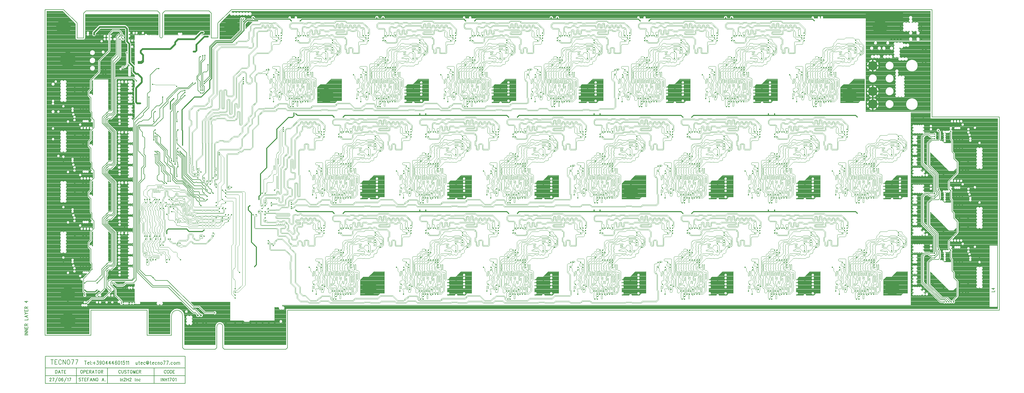
<source format=gbr>
%FSLAX35Y35*%
%MOIN*%
%SFA1.000B1.000*%

G04 Copyright (c) 2015-2018 in2H2 inc.
G04 System developed for in2H2 inc. by Intermotion Technology, Inc.
G04 
G04 Full system RTL, C sources and board design files available at https://github.com/nearist
G04 
G04 in2H2 inc. Team Members:
G04 - Chris McCormick - Algorithm Research and Design
G04 - Matt McCormick - Board Production, System Q/A
G04 
G04 Intermotion Technology Inc. Team Members:
G04 - Mick Fandrich - Project Lead
G04 - Dr. Ludovico Minati - Board Architecture and Design, FPGA Technology Advisor
G04 - Vardan Movsisyan - RTL Team Lead
G04 - Khachatur Gyozalyan - RTL Design
G04 - Tigran Papazyan - RTL Design
G04 - Taron Harutyunyan - RTL Design
G04 - Hayk Ghaltaghchyan - System Software
G04 
G04 Tecno77 S.r.l. Team Members:
G04 - Stefano Aldrigo, Board Layout Design
G04 
G04 We dedicate this project to the memory of Bruce McCormick, an AI pioneer
G04 and advocate, a good friend and father.
G04 
G04 These materials are provided free of charge: you can redistribute them and/or modify  
G04 them under the terms of the GNU General Public License as published by  
G04 the Free Software Foundation, version 3.
G04 
G04 These materials are distributed in the hope that they will be useful, but 
G04 WITHOUT ANY WARRANTY; without even the implied warranty of 
G04 MERCHANTABILITY or FITNESS FOR A PARTICULAR PURPOSE. See the GNU 
G04 General Public License for more details.
G04 In particular, this design should be treated as UNVERIFIED and UNCERTIFIED
G04 
G04 You should have received a copy of the GNU General Public License 
G04 along with this design. If not, see <http://www.gnu.org/licenses/>.

%FSLAX35Y35*%
%MOIN*%
%SFA1.000B1.000*%

%MIA0B0*%
%IPPOS*%
%ADD11C,0.00800*%
%ADD16C,0.01575*%
%ADD18C,0.20000*%
%ADD21C,0.12000*%
%ADD72C,0.00689*%
%ADD55C,0.01732*%
%ADD65C,0.00591*%
%ADD66C,0.02362*%
%ADD67C,0.01181*%
%ADD77C,0.00700*%
%ADD78C,0.18701*%
%ADD79C,0.00433*%
%ADD80C,0.01772*%
%ADD81C,0.00394*%
%ADD82C,0.02000*%
%LNlayer4.gbr*%
%LPD*%
G54D16*X224016Y468504D03*Y470866D03*G54D18*X129528Y136811D03*Y473011D03*G54D21*X1165354Y465354D03*Y432283D03*Y415748D03*G54D55*X435433Y462992D03*Y459843D03*X438583Y462992D03*Y459843D03*Y456693D03*Y453543D03*X432283Y462992D03*X429134D03*X425984D03*X429134Y472441D03*X416535Y466142D03*X425984Y472441D03*Y469291D03*Y475591D03*X422835D03*X490551Y338976D03*Y335827D03*X493701Y338976D03*Y335827D03*Y332677D03*Y329528D03*X487402Y338976D03*X484252D03*X481102D03*X484252Y348425D03*X471654Y342126D03*X481102Y348425D03*Y345276D03*Y351575D03*X477953D03*X490551Y214961D03*Y211811D03*X493701Y214961D03*Y211811D03*Y208661D03*Y205512D03*X487402Y214961D03*X484252D03*X481102D03*X484252Y224409D03*X471654Y218110D03*X481102Y224409D03*Y221260D03*Y227559D03*X477953D03*X547638Y462992D03*Y459843D03*X550787Y462992D03*Y459843D03*Y456693D03*Y453543D03*X544488Y462992D03*X541339D03*X538189D03*X541339Y472441D03*X528740Y466142D03*X538189Y472441D03*Y469291D03*Y475591D03*X535039D03*X602756Y338976D03*Y335827D03*X605906Y338976D03*Y335827D03*Y332677D03*Y329528D03*X599606Y338976D03*X596457D03*X593307D03*X596457Y348425D03*X583858Y342126D03*X593307Y348425D03*Y345276D03*Y351575D03*X590157D03*X602756Y214961D03*Y211811D03*X605906Y214961D03*Y211811D03*Y208661D03*Y205512D03*X599606Y214961D03*X596457D03*X593307D03*X596457Y224409D03*X583858Y218110D03*X593307Y224409D03*Y221260D03*Y227559D03*X590157D03*X659843Y462992D03*Y459843D03*X662992Y462992D03*Y459843D03*Y456693D03*Y453543D03*X656693Y462992D03*X653543D03*X650394D03*X653543Y472441D03*X640945Y466142D03*X650394Y472441D03*Y469291D03*Y475591D03*X647244D03*X714961Y338976D03*Y335827D03*X718110Y338976D03*Y335827D03*Y332677D03*Y329528D03*X711811Y338976D03*X708661D03*X705512D03*X708661Y348425D03*X696063Y342126D03*X705512Y348425D03*Y345276D03*Y351575D03*X702362D03*X714961Y214961D03*Y211811D03*X718110Y214961D03*Y211811D03*Y208661D03*Y205512D03*X711811Y214961D03*X708661D03*X705512D03*X708661Y224409D03*X696063Y218110D03*X705512Y224409D03*Y221260D03*Y227559D03*X702362D03*X772047Y462992D03*Y459843D03*X775197Y462992D03*Y459843D03*Y456693D03*Y453543D03*X768898Y462992D03*X765748D03*X762598D03*X765748Y472441D03*X753150Y466142D03*X762598Y472441D03*Y469291D03*Y475591D03*X759449D03*X827165Y338976D03*Y335827D03*X830315Y338976D03*Y335827D03*Y332677D03*Y329528D03*X824016Y338976D03*X820866D03*X817717D03*X820866Y348425D03*X808268Y342126D03*X817717Y348425D03*Y345276D03*Y351575D03*X814567D03*X827165Y214961D03*Y211811D03*X830315Y214961D03*Y211811D03*Y208661D03*Y205512D03*X824016Y214961D03*X820866D03*X817717D03*X820866Y224409D03*X808268Y218110D03*X817717Y224409D03*Y221260D03*Y227559D03*X814567D03*X884252Y462992D03*Y459843D03*X887402Y462992D03*Y459843D03*Y456693D03*Y453543D03*X881102Y462992D03*X877953D03*X874803D03*X877953Y472441D03*X865354Y466142D03*X874803Y472441D03*Y469291D03*Y475591D03*X871654D03*X939370Y338976D03*Y335827D03*X942520Y338976D03*Y335827D03*Y332677D03*Y329528D03*X936220Y338976D03*X933071D03*X929921D03*X933071Y348425D03*X920472Y342126D03*X929921Y348425D03*Y345276D03*Y351575D03*X926772D03*X939370Y214961D03*Y211811D03*X942520Y214961D03*Y211811D03*Y208661D03*Y205512D03*X936220Y214961D03*X933071D03*X929921D03*X933071Y224409D03*X920472Y218110D03*X929921Y224409D03*Y221260D03*Y227559D03*X926772D03*X1108661Y462992D03*Y459843D03*X1111811Y462992D03*Y459843D03*Y456693D03*Y453543D03*X1105512Y462992D03*X1102362D03*X1099213D03*X1102362Y472441D03*X1089764Y466142D03*X1099213Y472441D03*Y469291D03*Y475591D03*X1096063D03*X1163780Y338976D03*Y335827D03*X1166929Y338976D03*Y335827D03*Y332677D03*Y329528D03*X1160630Y338976D03*X1157480D03*X1154331D03*X1157480Y348425D03*X1144882Y342126D03*X1154331Y348425D03*Y345276D03*Y351575D03*X1151181D03*X1163780Y214961D03*Y211811D03*X1166929Y214961D03*Y211811D03*Y208661D03*Y205512D03*X1160630Y214961D03*X1157480D03*X1154331D03*X1157480Y224409D03*X1144882Y218110D03*X1154331Y224409D03*Y221260D03*Y227559D03*X1151181D03*X996457Y462992D03*Y459843D03*X999606Y462992D03*Y459843D03*Y456693D03*Y453543D03*X993307Y462992D03*X990157D03*X987008D03*X990157Y472441D03*X977559Y466142D03*X987008Y472441D03*Y469291D03*Y475591D03*X983858D03*X1051575Y338976D03*Y335827D03*X1054724Y338976D03*Y335827D03*Y332677D03*Y329528D03*X1048425Y338976D03*X1045276D03*X1042126D03*X1045276Y348425D03*X1032677Y342126D03*X1042126Y348425D03*Y345276D03*Y351575D03*X1038976D03*X1051575Y214961D03*Y211811D03*X1054724Y214961D03*Y211811D03*Y208661D03*Y205512D03*X1048425Y214961D03*X1045276D03*X1042126D03*X1045276Y224409D03*X1032677Y218110D03*X1042126Y224409D03*Y221260D03*Y227559D03*X1038976D03*X251969Y281102D03*X248819D03*X247244Y292913D03*X248819Y288976D03*X244094Y292913D03*X240945D03*X242520Y288976D03*X236220D03*X234646Y292913D03*X228346D03*X231496D03*X229921Y288976D03*X256693Y248819D03*X247244Y245669D03*X248819Y241732D03*X244094Y245669D03*X240945D03*X242520Y241732D03*X236220D03*X234646Y245669D03*X228346D03*X251969Y233858D03*X248819D03*X231496Y245669D03*X229921Y241732D03*X318504Y146850D03*X155118Y160531D03*X151181Y169390D03*Y185138D03*Y176280D03*X198425Y159055D03*X166929Y169390D03*Y185138D03*X186614D03*X182677Y176280D03*X166929D03*X344882Y165748D03*Y177953D03*Y173622D03*Y169685D03*X474409Y170866D03*X469685Y174803D03*X471260Y164567D03*X474409Y167717D03*X457087Y182677D03*X460236Y180709D03*X444488Y174803D03*X446063Y183465D03*X449213Y170866D03*X457087Y176772D03*X474409Y164567D03*X477559Y170866D03*X472835Y174803D03*X479134D03*X480709Y170866D03*X493307D03*X490157D03*X487008D03*X483858D03*X485433Y176772D03*X482283Y174803D03*X556693D03*X558268Y183465D03*X586614Y170866D03*X581890Y174803D03*X583465Y164567D03*X586614Y167717D03*X569291Y182677D03*X572441Y180709D03*X561417Y170866D03*X569291Y176772D03*X586614Y164567D03*X589764Y170866D03*X585039Y174803D03*X591339D03*X592913Y170866D03*X599213D03*X596063D03*X597638Y176772D03*X594488Y174803D03*X605512Y170866D03*X602362D03*X668898Y174803D03*X670472Y183465D03*X673622Y170866D03*X684646Y180709D03*X681496Y176772D03*X698819Y164567D03*X701969Y170866D03*X697244Y174803D03*X703543D03*X705118Y170866D03*X714567D03*X711417D03*X708268D03*X709843Y176772D03*X706693Y174803D03*X698819Y170866D03*X717717D03*X694094Y174803D03*X695669Y164567D03*X698819Y167717D03*X681496Y182677D03*X793701D03*X796850Y180709D03*X781102Y174803D03*X782677Y183465D03*X785827Y170866D03*X793701Y176772D03*X811024Y170866D03*X829921D03*X806299Y174803D03*X807874Y164567D03*X811024Y167717D03*Y164567D03*X814173Y170866D03*X809449Y174803D03*X815748D03*X817323Y170866D03*X826772D03*X823622D03*X820472D03*X822047Y176772D03*X818898Y174803D03*X918504D03*X920079Y164567D03*X905906Y182677D03*X909055Y180709D03*X893307Y174803D03*X894882Y183465D03*X898031Y170866D03*X905906Y176772D03*X923228Y170866D03*X942126D03*X923228Y167717D03*Y164567D03*X926378Y170866D03*X921654Y174803D03*X927953D03*X929528Y170866D03*X938976D03*X935827D03*X932677D03*X934252Y176772D03*X931102Y174803D03*X1035433Y170866D03*X1030709Y174803D03*X1032283Y164567D03*X1035433Y167717D03*X1018110Y182677D03*X1021260Y180709D03*X1005512Y174803D03*X1007087Y183465D03*X1010236Y170866D03*X1018110Y176772D03*X1035433Y164567D03*X1038583Y170866D03*X1033858Y174803D03*X1040157D03*X1054331Y170866D03*X1041732D03*X1051181D03*X1048031D03*X1044882D03*X1046457Y176772D03*X1043307Y174803D03*X1117717D03*X1119291Y183465D03*X1147638Y170866D03*X1142913Y174803D03*X1144488Y164567D03*X1147638Y167717D03*X1130315Y182677D03*X1133465Y180709D03*X1122441Y170866D03*X1130315Y176772D03*X1147638Y164567D03*X1150787Y170866D03*X1146063Y174803D03*X1152362D03*X1153937Y170866D03*X1160236D03*X1157087D03*X1158661Y176772D03*X1155512Y174803D03*X1166535Y170866D03*X1163386D03*X1257480Y161024D03*X1269291D03*X1260433D03*X1263386D03*X1266339D03*X160531Y202854D03*X179724Y203839D03*Y206791D03*Y209744D03*Y200886D03*X231890Y215354D03*X235433D03*X238976D03*X231890Y211811D03*X238976Y192126D03*X260236Y215354D03*X256693D03*X274409D03*X256693Y211811D03*X242520Y215354D03*X350394Y198819D03*X369717Y206299D03*X440157Y205512D03*X455906Y208661D03*X452756Y211811D03*X449606Y202362D03*Y205512D03*X455906D03*X516535Y226378D03*X552362Y205512D03*X568110Y208661D03*X564961Y211811D03*X561811Y202362D03*Y205512D03*X568110D03*X628740Y226378D03*X677165Y211811D03*X674016Y202362D03*X664567Y205512D03*X674016D03*X680315D03*Y208661D03*X740945Y226378D03*X792520Y208661D03*X789370Y211811D03*X786220Y202362D03*X776772Y205512D03*X786220D03*X792520D03*X776772Y211811D03*X779921D03*X853150Y226378D03*X904724Y208661D03*X901575Y211811D03*X898425Y202362D03*X888976Y205512D03*X898425D03*X904724D03*X888976Y211811D03*X892126D03*X965354Y226378D03*X1016929Y208661D03*X1013780Y211811D03*X1010630Y202362D03*X1001181Y205512D03*X1010630D03*X1016929D03*X1077559Y226378D03*X1113386Y205512D03*X1129134Y208661D03*X1125984Y211811D03*X1122835Y202362D03*Y205512D03*X1129134D03*X1189764Y226378D03*X1245177Y223524D03*X1265846Y227461D03*X1245177Y220571D03*Y217618D03*X1249606Y228445D03*X160531Y267815D03*X179724Y268799D03*Y265846D03*X271260Y236614D03*X261024Y241732D03*X273622Y236614D03*X258661Y241732D03*X316535Y265354D03*X320472Y269291D03*X304724Y253543D03*Y245669D03*X316535Y249606D03*X300787Y245669D03*X316535D03*X336220Y265354D03*X328346Y269291D03*Y265354D03*X336220Y269291D03*X383465D03*Y265354D03*X387402Y239764D03*Y235827D03*X392126Y235433D03*X393701Y233465D03*X369717Y233858D03*X459055Y252756D03*Y255906D03*X452756D03*X455906Y252756D03*X459055Y249606D03*Y259055D03*X455906Y255906D03*X452756Y249606D03*X477953Y252756D03*Y249606D03*X481102D03*X487402Y255906D03*X493701D03*X481102D03*X484252D03*X490551D03*X516535Y235827D03*X531496Y231102D03*X532283Y235827D03*X525197Y237402D03*Y240551D03*Y250000D03*Y246850D03*X593307Y249606D03*X590157Y252756D03*X599606Y255906D03*X590157Y249606D03*X593307Y255906D03*X596457D03*X571260Y252756D03*Y255906D03*X564961D03*X568110Y252756D03*X571260Y249606D03*Y259055D03*X568110Y255906D03*X564961Y249606D03*X637402Y237402D03*Y240551D03*Y250000D03*Y246850D03*X628740Y235827D03*X605906Y255906D03*X602756D03*X643701Y231102D03*X644488Y235827D03*X677165Y255906D03*X680315Y252756D03*Y255906D03*X677165Y249606D03*X705512D03*X702362Y252756D03*X711811Y255906D03*X718110D03*X702362Y249606D03*X705512Y255906D03*X708661D03*X714961D03*X683465Y252756D03*Y255906D03*Y249606D03*Y259055D03*X756693Y235827D03*X749606Y237402D03*Y240551D03*Y250000D03*Y246850D03*X740945Y235827D03*X755906Y231102D03*X795669Y252756D03*Y255906D03*X789370D03*X792520Y252756D03*X795669Y249606D03*Y259055D03*X792520Y255906D03*X789370Y249606D03*X817717D03*X814567Y252756D03*X824016Y255906D03*X830315D03*X814567Y249606D03*X817717Y255906D03*X820866D03*X827165D03*X868110Y231102D03*X868898Y235827D03*X861811Y237402D03*Y240551D03*Y250000D03*Y246850D03*X853150Y235827D03*X907874Y252756D03*Y255906D03*X901575D03*X904724Y252756D03*X907874Y249606D03*Y259055D03*X904724Y255906D03*X901575Y249606D03*X929921D03*X926772Y252756D03*X936220Y255906D03*X942520D03*X926772Y249606D03*X929921Y255906D03*X933071D03*X939370D03*X980315Y231102D03*X981102Y235827D03*X974016Y237402D03*Y240551D03*Y250000D03*Y246850D03*X965354Y235827D03*X1038976Y252756D03*Y249606D03*X1020079Y252756D03*Y255906D03*X1013780D03*X1016929Y252756D03*X1020079Y249606D03*Y259055D03*X1016929Y255906D03*X1013780Y249606D03*X1077559Y235827D03*X1042126Y249606D03*X1048425Y255906D03*X1054724D03*X1042126D03*X1045276D03*X1051575D03*X1092520Y231102D03*X1093307Y235827D03*X1086220Y237402D03*Y240551D03*Y250000D03*Y246850D03*X1132283Y252756D03*Y255906D03*X1125984D03*X1129134Y252756D03*X1132283Y249606D03*Y259055D03*X1129134Y255906D03*X1125984Y249606D03*X1198425Y237402D03*Y240551D03*Y250000D03*Y246850D03*X1189764Y235827D03*X1204724Y231102D03*X1205512Y235827D03*X179724Y271752D03*Y274705D03*X255118Y284252D03*X259843Y292913D03*X256693Y274016D03*X255906Y288976D03*X262992Y277165D03*Y292913D03*X261417Y283071D03*X264567Y287008D03*X265354Y281102D03*X320472Y288976D03*Y285039D03*Y308661D03*X308661Y304724D03*X312598Y300787D03*X304724D03*X308661Y296850D03*X316535Y300787D03*X304724Y292913D03*X308661D03*X300787Y285039D03*X336220Y273228D03*X332283D03*X340157D03*X332283Y281102D03*X328346D03*X324409Y277165D03*X332283Y288976D03*X324409Y281102D03*X332283Y300787D03*X328346Y292913D03*X332283Y296850D03*Y304724D03*X328346D03*X340157Y308661D03*X336220D03*X371654Y273228D03*X383465Y277165D03*X375591D03*X367717Y273228D03*X383465D03*X379528Y277165D03*Y300787D03*X383465D03*X395276Y304724D03*X387402Y281102D03*X379528Y285039D03*X383465Y288976D03*X391339D03*X387402Y277165D03*X379528Y281102D03*X383465Y285039D03*X391339D03*X375591Y292913D03*Y296850D03*X363780Y277165D03*Y285039D03*X422835Y279331D03*X416929Y283465D03*Y281102D03*Y288976D03*Y286614D03*X472244Y275000D03*X474409Y294882D03*X469685Y298819D03*X471260Y288583D03*X474409Y291732D03*X457087Y306693D03*X460236Y304724D03*X444488Y298819D03*X446063Y307480D03*X449213Y294882D03*X457087Y300787D03*X474409Y288583D03*X477559Y294882D03*X472835Y298819D03*X479134D03*X480709Y294882D03*X493307D03*X490157D03*X487008D03*X483858D03*X485433Y300787D03*X482283Y298819D03*X483661Y275000D03*X556693Y298819D03*X558268Y307480D03*X586614Y294882D03*X581890Y298819D03*X583465Y288583D03*X586614Y291732D03*X569291Y306693D03*X572441Y304724D03*X561417Y294882D03*X569291Y300787D03*X586614Y288583D03*X589764Y294882D03*X585039Y298819D03*X591339D03*X592913Y294882D03*X599213D03*X596063D03*X597638Y300787D03*X594488Y298819D03*X590157Y279331D03*X582283D03*X605512Y294882D03*X602362D03*X668898Y298819D03*X670472Y307480D03*X673622Y294882D03*X698819D03*X717717D03*X694094Y298819D03*X695669Y288583D03*X698819Y291732D03*Y288583D03*X701969Y294882D03*X681496Y306693D03*X684646Y304724D03*X681496Y300787D03*X697244Y298819D03*X703543D03*X705118Y294882D03*X714567D03*X711417D03*X708268D03*X709843Y300787D03*X706693Y298819D03*X708071Y275000D03*X696654D03*X793701Y306693D03*X796850Y304724D03*X781102Y298819D03*X782677Y307480D03*X785827Y294882D03*X793701Y300787D03*X811024Y294882D03*X829921D03*X806299Y298819D03*X807874Y288583D03*X811024Y291732D03*Y288583D03*X814173Y294882D03*X809449Y298819D03*X815748D03*X817323Y294882D03*X826772D03*X823622D03*X820472D03*X822047Y300787D03*X818898Y298819D03*X814567Y279331D03*X806693D03*X918504Y298819D03*X920079Y288583D03*X905906Y306693D03*X909055Y304724D03*X893307Y298819D03*X894882Y307480D03*X898031Y294882D03*X905906Y300787D03*X923228Y294882D03*X942126D03*X923228Y291732D03*Y288583D03*X926378Y294882D03*X921654Y298819D03*X927953D03*X929528Y294882D03*X938976D03*X935827D03*X932677D03*X934252Y300787D03*X931102Y298819D03*X932480Y275000D03*X921063D03*X1035433Y294882D03*X1030709Y298819D03*X1032283Y288583D03*X1035433Y291732D03*X1018110Y306693D03*X1021260Y304724D03*X1005512Y298819D03*X1007087Y307480D03*X1010236Y294882D03*X1018110Y300787D03*X1035433Y288583D03*X1038583Y294882D03*X1033858Y298819D03*X1040157D03*X1038976Y279331D03*X1031102D03*X1054331Y294882D03*X1041732D03*X1051181D03*X1048031D03*X1044882D03*X1046457Y300787D03*X1043307Y298819D03*X1117717D03*X1119291Y307480D03*X1145276Y275197D03*X1147638Y294882D03*X1142913Y298819D03*X1144488Y288583D03*X1147638Y291732D03*X1130315Y306693D03*X1133465Y304724D03*X1122441Y294882D03*X1130315Y300787D03*X1147638Y288583D03*X1150787Y294882D03*X1146063Y298819D03*X1152362D03*X1153937Y294882D03*X1160236D03*X1157087D03*X1158661Y300787D03*X1155512Y298819D03*X1166535Y294882D03*X1163386D03*X1245177Y300295D03*X1265846Y304232D03*X1245177Y297343D03*Y294390D03*X1249606Y305217D03*X160531Y332776D03*X179724Y333760D03*Y336713D03*Y339665D03*Y330807D03*X265354Y341732D03*X262598Y342520D03*X267323Y338189D03*X269783Y322441D03*X271260Y335236D03*X269783Y346063D03*X253543Y313386D03*X261024Y316142D03*X258268D03*X256299Y313386D03*X308661Y312598D03*Y316535D03*X312598Y312598D03*Y316535D03*X304724D03*X296850Y320472D03*Y324409D03*X300787Y328346D03*X304724Y320472D03*X292913Y324409D03*X296850Y328346D03*Y332283D03*X320472Y312598D03*X316535Y320472D03*X320472Y324409D03*X440157Y329528D03*X455906Y332677D03*X452756Y335827D03*X449606Y326378D03*Y329528D03*X455906D03*X552362D03*X568110Y332677D03*X564961Y335827D03*X561811Y326378D03*Y329528D03*X568110D03*X680315Y332677D03*X677165Y335827D03*X674016Y326378D03*X664567Y329528D03*X674016D03*X680315D03*X792520Y332677D03*X789370Y335827D03*X786220Y326378D03*X776772Y329528D03*X786220D03*X792520D03*X776772Y335827D03*X779921D03*X904724Y332677D03*X901575Y335827D03*X898425Y326378D03*X888976Y329528D03*X898425D03*X904724D03*X888976Y335827D03*X892126D03*X1016929Y332677D03*X1013780Y335827D03*X1010630Y326378D03*X1001181Y329528D03*X1010630D03*X1016929D03*X1113386D03*X1129134Y332677D03*X1125984Y335827D03*X1122835Y326378D03*Y329528D03*X1129134D03*X221654Y385433D03*X240256Y369685D03*X277165Y362992D03*X271260Y358858D03*X273720Y354921D03*X271260D03*X273720Y350984D03*X271260D03*X241732D03*X244193Y354921D03*X241732D03*X244193Y350984D03*X241732Y382480D03*X271260D03*X269783Y369685D03*X241732Y378543D03*X244193Y374606D03*X241732D03*X324409Y350394D03*Y352756D03*X406693Y385433D03*Y383071D03*Y380709D03*X459055Y376772D03*Y379921D03*X452756D03*X455906Y376772D03*X459055Y373622D03*Y383071D03*X455906Y379921D03*X452756Y373622D03*X477953Y376772D03*Y373622D03*X481102D03*X487402Y379921D03*X493701D03*X481102D03*X484252D03*X490551D03*X516535Y359843D03*Y350394D03*X531496Y355118D03*X532283Y359843D03*X525197Y361417D03*Y364567D03*Y374016D03*Y370866D03*X593307Y373622D03*X590157Y376772D03*X599606Y379921D03*X590157Y373622D03*X593307Y379921D03*X596457D03*X571260Y376772D03*Y379921D03*X564961D03*X568110Y376772D03*X571260Y373622D03*Y383071D03*X568110Y379921D03*X564961Y373622D03*X637402Y361417D03*Y364567D03*Y374016D03*Y370866D03*X628740Y359843D03*Y350394D03*X605906Y379921D03*X602756D03*X643701Y355118D03*X644488Y359843D03*X677165Y379921D03*X680315Y376772D03*Y379921D03*X677165Y373622D03*X705512D03*X702362Y376772D03*X711811Y379921D03*X718110D03*X702362Y373622D03*X705512Y379921D03*X708661D03*X714961D03*X683465Y376772D03*Y379921D03*Y373622D03*Y383071D03*X755906Y355118D03*X756693Y359843D03*X749606Y361417D03*Y364567D03*Y374016D03*Y370866D03*X740945Y359843D03*Y350394D03*X795669Y376772D03*Y379921D03*X789370D03*X792520Y376772D03*X795669Y373622D03*Y383071D03*X792520Y379921D03*X789370Y373622D03*X817717D03*X814567Y376772D03*X824016Y379921D03*X830315D03*X814567Y373622D03*X817717Y379921D03*X820866D03*X827165D03*X868110Y355118D03*X868898Y359843D03*X861811Y361417D03*Y364567D03*Y374016D03*Y370866D03*X853150Y359843D03*Y350394D03*X907874Y376772D03*Y379921D03*X901575D03*X904724Y376772D03*X907874Y373622D03*Y383071D03*X904724Y379921D03*X901575Y373622D03*X929921D03*X926772Y376772D03*X936220Y379921D03*X942520D03*X926772Y373622D03*X929921Y379921D03*X933071D03*X939370D03*X980315Y355118D03*X981102Y359843D03*X974016Y361417D03*Y364567D03*Y374016D03*Y370866D03*X965354Y359843D03*Y350394D03*X1038976Y376772D03*Y373622D03*X1020079Y376772D03*Y379921D03*X1013780D03*X1016929Y376772D03*X1020079Y373622D03*Y383071D03*X1016929Y379921D03*X1013780Y373622D03*X1077559Y359843D03*Y350394D03*X1042126Y373622D03*X1048425Y379921D03*X1054724D03*X1042126D03*X1045276D03*X1051575D03*X1092520Y355118D03*X1093307Y359843D03*X1086220Y361417D03*Y364567D03*Y374016D03*Y370866D03*X1132283Y376772D03*Y379921D03*X1125984D03*X1129134Y376772D03*X1132283Y373622D03*Y383071D03*X1129134Y379921D03*X1125984Y373622D03*X1198425Y361417D03*Y364567D03*Y374016D03*Y370866D03*X1189764Y359843D03*Y350394D03*X1204724Y355118D03*X1205512Y359843D03*X1245177Y377067D03*X1265846Y381004D03*X1245177Y374114D03*Y371161D03*X1249606Y381988D03*X160531Y397736D03*X179724Y398720D03*Y401673D03*Y404626D03*Y395768D03*X233858Y424803D03*X240256Y393307D03*X220079Y416929D03*X222441D03*X251575Y424803D03*X280118Y426772D03*X271260Y406102D03*X269783Y393307D03*X241732Y406102D03*X265846Y422835D03*X261417Y409055D03*X300787Y429724D03*X303248D03*X389370Y422835D03*X394094Y418898D03*X422835Y403346D03*X420472Y404331D03*X419291Y418898D03*X438189D03*X414567Y422835D03*X416142Y412598D03*X419291Y415748D03*X405118Y428740D03*X401969Y424803D03*X419291Y412598D03*X422441Y418898D03*X417717Y422835D03*X424016D03*X425591Y418898D03*X435039D03*X431890D03*X428740D03*X430315Y424803D03*X427165Y422835D03*X472244Y399016D03*X517323Y428740D03*X501575Y422835D03*X506299Y418898D03*X514173Y424803D03*X483661Y399016D03*X531496Y418898D03*X550394D03*X526772Y422835D03*X528346Y412598D03*X531496Y415748D03*Y412598D03*X534646Y418898D03*X529921Y422835D03*X536220D03*X537795Y418898D03*X547244D03*X544094D03*X540945D03*X542520Y424803D03*X539370Y422835D03*X590157Y403346D03*X582283D03*X638976Y422835D03*X640551Y412598D03*X629528Y428740D03*X613780Y422835D03*X618504Y418898D03*X626378Y424803D03*X643701Y418898D03*X662598D03*X643701Y415748D03*Y412598D03*X646850Y418898D03*X642126Y422835D03*X648425D03*X650000Y418898D03*X659449D03*X656299D03*X653150D03*X654724Y424803D03*X651575Y422835D03*X696654Y399016D03*X708071D03*X755906Y418898D03*Y412598D03*X759055Y418898D03*X751181Y422835D03*X752756Y412598D03*X755906Y415748D03*X741732Y428740D03*X725984Y422835D03*X730709Y418898D03*X738583Y424803D03*X754331Y422835D03*X760630D03*X774803Y418898D03*X762205D03*X771654D03*X768504D03*X765354D03*X766929Y424803D03*X763780Y422835D03*X838189D03*X814567Y403346D03*X806693D03*X868110Y418898D03*X863386Y422835D03*X864961Y412598D03*X868110Y415748D03*X853937Y428740D03*X842913Y418898D03*X850787Y424803D03*X868110Y412598D03*X871260Y418898D03*X866535Y422835D03*X872835D03*X874409Y418898D03*X880709D03*X877559D03*X879134Y424803D03*X875984Y422835D03*X887008Y418898D03*X883858D03*X950394Y422835D03*X955118Y418898D03*X932480Y399016D03*X921063D03*X980315Y418898D03*X999213D03*X975591Y422835D03*X977165Y412598D03*X980315Y415748D03*X966142Y428740D03*X962992Y424803D03*X980315Y412598D03*X983465Y418898D03*X978740Y422835D03*X985039D03*X986614Y418898D03*X996063D03*X992913D03*X989764D03*X991339Y424803D03*X988189Y422835D03*X1038976Y403346D03*X1031102D03*X1078346Y428740D03*X1062598Y422835D03*X1067323Y418898D03*X1075197Y424803D03*X1092520Y418898D03*X1111417D03*X1087795Y422835D03*X1089370Y412598D03*X1092520Y415748D03*Y412598D03*X1095669Y418898D03*X1090945Y422835D03*X1097244D03*X1098819Y418898D03*X1108268D03*X1105118D03*X1101969D03*X1103543Y424803D03*X1100394Y422835D03*X1145276Y399213D03*X200394Y463386D03*X217717Y445669D03*X238583Y441339D03*X222047Y468504D03*X220079D03*X246457Y461417D03*X269291Y438583D03*X280118Y430709D03*Y433169D03*X305118Y444882D03*Y442126D03*X293406Y443012D03*X289961D03*X300787Y433661D03*X303248D03*X309843Y466535D03*X355512Y447638D03*Y450000D03*Y442126D03*Y444488D03*X400787Y456693D03*X397638Y459843D03*X394488Y450394D03*X390945Y431496D03*X385039Y453543D03*X394488D03*X400787D03*X385039Y459843D03*X388189D03*X401969Y430709D03*X512992Y456693D03*X514173Y430709D03*X509843Y459843D03*X506693Y450394D03*X497244Y453543D03*X503150Y431496D03*X506693Y453543D03*X512992D03*X625197Y456693D03*X626378Y430709D03*X622047Y459843D03*X618898Y450394D03*X609449Y453543D03*X615354Y431496D03*X618898Y453543D03*X625197D03*X737402Y456693D03*X738583Y430709D03*X734252Y459843D03*X731102Y450394D03*X721654Y453543D03*X727559Y431496D03*X731102Y453543D03*X737402D03*X721654Y459843D03*X724803D03*X833858Y453543D03*X839764Y431496D03*X833858Y459843D03*X837008D03*X849606Y456693D03*X850787Y430709D03*X846457Y459843D03*X843307Y450394D03*Y453543D03*X849606D03*X958661Y459843D03*X955512Y450394D03*X946063Y453543D03*X951969Y431496D03*X955512Y453543D03*X961811Y456693D03*X962992Y430709D03*X961811Y453543D03*X1074016Y456693D03*X1075197Y430709D03*X1070866Y459843D03*X1067717Y450394D03*X1058268Y453543D03*X1064173Y431496D03*X1067717Y453543D03*X1074016D03*X196457Y499606D03*X200394Y503543D03*X196457D03*X200394Y499606D03*X162992Y505512D03*Y507874D03*X205512Y481890D03*X224016Y470472D03*X222047D03*X220079D03*X208268Y493701D03*X267323Y495669D03*X299606Y476772D03*X303150Y478346D03*X305709Y478445D03*X303150Y507874D03*X300787D03*X309449Y502756D03*X307087D03*X290945Y483465D03*X293307D03*X397638Y503937D03*X400787Y500787D03*Y503937D03*X397638Y497638D03*X403937Y500787D03*Y503937D03*Y497638D03*Y507087D03*X425984Y497638D03*X422835Y500787D03*X432283Y503937D03*X438583D03*X422835Y497638D03*X425984Y503937D03*X429134D03*X435433D03*X476378Y479134D03*X477165Y483858D03*X470079Y485433D03*Y488583D03*Y498031D03*Y494882D03*X461417Y483858D03*Y474409D03*X516142Y500787D03*Y503937D03*X509843D03*X512992Y500787D03*X516142Y497638D03*Y507087D03*X512992Y503937D03*X509843Y497638D03*X538189D03*X535039Y500787D03*X544488Y503937D03*X550787D03*X535039Y497638D03*X538189Y503937D03*X541339D03*X547638D03*X588583Y479134D03*X589370Y483858D03*X582283Y485433D03*Y488583D03*Y498031D03*Y494882D03*X573622Y483858D03*Y474409D03*X628346Y500787D03*Y503937D03*X622047D03*X625197Y500787D03*X628346Y497638D03*Y507087D03*X625197Y503937D03*X622047Y497638D03*X650394D03*X647244Y500787D03*X656693Y503937D03*X662992D03*X647244Y497638D03*X650394Y503937D03*X653543D03*X659843D03*X700787Y479134D03*X701575Y483858D03*X694488Y485433D03*Y488583D03*Y498031D03*Y494882D03*X685827Y483858D03*Y474409D03*X759449Y500787D03*Y497638D03*X740551Y500787D03*Y503937D03*X734252D03*X737402Y500787D03*X740551Y497638D03*Y507087D03*X737402Y503937D03*X734252Y497638D03*X798031Y483858D03*Y474409D03*X762598Y497638D03*X768898Y503937D03*X775197D03*X762598D03*X765748D03*X772047D03*X813780Y483858D03*X806693Y485433D03*X812992Y479134D03*X806693Y488583D03*Y498031D03*Y494882D03*X874803Y497638D03*X871654Y500787D03*Y497638D03*X874803Y503937D03*X877953D03*X852756Y500787D03*Y503937D03*X846457D03*X849606Y500787D03*X852756Y497638D03*Y507087D03*X849606Y503937D03*X846457Y497638D03*X918898Y485433D03*Y488583D03*Y498031D03*Y494882D03*X910236Y483858D03*Y474409D03*X881102Y503937D03*X887402D03*X884252D03*X925197Y479134D03*X925984Y483858D03*X958661Y503937D03*Y497638D03*X987008D03*X983858Y500787D03*X993307Y503937D03*X999606D03*X983858Y497638D03*X987008Y503937D03*X990157D03*X996457D03*X964961Y500787D03*Y503937D03*X961811Y500787D03*X964961Y497638D03*Y507087D03*X961811Y503937D03*X1037402Y479134D03*X1038189Y483858D03*X1031102Y485433D03*Y488583D03*Y498031D03*Y494882D03*X1022441Y483858D03*Y474409D03*X1077165Y500787D03*Y503937D03*X1070866D03*X1074016Y500787D03*X1077165Y497638D03*Y507087D03*X1074016Y503937D03*X1070866Y497638D03*X1149606Y479134D03*X1150394Y483858D03*X1143307Y485433D03*Y488583D03*Y498031D03*Y494882D03*X1134646Y483858D03*Y474409D03*X353150Y525591D03*X355906D03*X367717Y527362D03*X373622Y523228D03*X417126Y523031D03*X428543D03*X535039Y527362D03*X527165D03*X652953Y523031D03*X641535D03*X759449Y527362D03*X751575D03*X877362Y523031D03*X865945D03*X983858Y527362D03*X975984D03*X1090157Y523228D03*G54D66*X300787Y143701D03*X296850D03*X307283Y133465D03*Y137402D03*X291732D03*X295669D03*X303346D03*X295669Y133465D03*X303346D03*X291732D03*X354528Y135827D03*Y133071D03*X344685Y135827D03*Y133071D03*X332874Y135827D03*Y133071D03*X395866Y135827D03*Y133071D03*X387992Y135827D03*Y133071D03*X380118Y135827D03*Y133071D03*X372244Y135827D03*Y133071D03*X364370Y135827D03*Y133071D03*X407677Y135827D03*Y133071D03*X1277165Y180709D03*Y176772D03*Y172835D03*Y184646D03*Y188583D03*X1267323Y170374D03*X1242717Y184646D03*Y188583D03*X1256496Y178740D03*Y170866D03*Y174803D03*X1287992Y172835D03*X1281102Y176772D03*Y172835D03*X1285039D03*Y176772D03*X1287992D03*Y180709D03*Y184646D03*Y188583D03*X183661Y196457D03*Y200394D03*Y218110D03*Y214173D03*Y224016D03*Y227953D03*X1233858Y220079D03*Y212205D03*Y216142D03*Y202362D03*Y198425D03*Y206299D03*X1277165Y196457D03*X1273228D03*Y192520D03*X1277165D03*X1242717D03*X1287992D03*X149213Y233858D03*Y237795D03*X153150Y245669D03*X149213D03*X153150Y249606D03*X149213D03*X138386D03*X153150Y233858D03*Y237795D03*Y241732D03*X149213D03*X159055Y235827D03*X138386Y245669D03*Y241732D03*Y237795D03*X183661Y245669D03*Y241732D03*Y261417D03*Y265354D03*Y231890D03*Y237795D03*X1277165Y257480D03*Y261417D03*Y249606D03*Y253543D03*X1273228Y269291D03*X1277165D03*Y265354D03*X1267323Y247146D03*X1242717Y265354D03*Y269291D03*Y261417D03*X1256496Y251575D03*Y247638D03*Y255512D03*X1287992Y261417D03*X1285039Y253543D03*X1281102D03*Y249606D03*X1285039D03*X1287992D03*Y253543D03*Y257480D03*Y265354D03*Y269291D03*X153150Y302756D03*Y306693D03*X149213D03*Y302756D03*X153150Y298819D03*X149213D03*X159055Y300787D03*X138386Y306693D03*Y302756D03*X183661Y283071D03*Y279134D03*Y296850D03*Y288976D03*Y292913D03*Y302756D03*Y306693D03*X1233858Y292913D03*Y288976D03*Y296850D03*Y283071D03*Y275197D03*Y279134D03*X1277165Y273228D03*X1273228D03*X153150Y314567D03*Y310630D03*X149213Y314567D03*Y310630D03*X138386Y314567D03*Y310630D03*X183661Y326378D03*Y310630D03*Y330315D03*Y348031D03*Y344094D03*X1277165Y330315D03*Y326378D03*Y334252D03*Y338189D03*Y350000D03*X1273228D03*Y346063D03*X1277165D03*Y342126D03*X1267323Y323917D03*X1242717Y346063D03*Y342126D03*Y338189D03*X1256496Y328346D03*Y324409D03*Y332283D03*X1285039Y330315D03*X1281102D03*Y326378D03*X1285039D03*X1287992D03*Y330315D03*Y334252D03*Y338189D03*Y342126D03*Y346063D03*X153150Y379528D03*X149213D03*Y375591D03*X153150D03*X149213Y363780D03*X153150Y371654D03*X138386Y375591D03*Y379528D03*X153150Y363780D03*Y367717D03*X149213D03*Y371654D03*X159055Y366240D03*X138386Y371654D03*Y367717D03*X183661Y353937D03*Y361811D03*Y375591D03*Y371654D03*Y357874D03*Y367717D03*X1233858Y373622D03*Y365748D03*Y369685D03*Y359843D03*Y351969D03*Y355906D03*X153150Y428740D03*X149213D03*X183661Y391339D03*Y395276D03*Y412992D03*Y409055D03*Y426772D03*Y418898D03*Y422835D03*X1173819Y427756D03*X1161024Y423819D03*X1169882D03*X1173819D03*Y419882D03*Y415945D03*Y412008D03*X138386Y444488D03*X149213Y436614D03*X153150D03*Y432677D03*X149213D03*Y444488D03*X153150D03*Y440551D03*X149213D03*X159055Y430709D03*X138386Y440551D03*Y436614D03*Y432677D03*X178248Y460728D03*X174803D03*X178248Y453839D03*X174803D03*Y457283D03*X178248D03*X183661Y440551D03*Y432677D03*Y436614D03*X1173819Y431693D03*Y435630D03*Y460236D03*Y464173D03*Y469094D03*X1233858Y466142D03*Y462205D03*X1229921D03*Y466142D03*X1193504Y499606D03*X1197441Y503543D03*X1193504D03*Y507480D03*X1189567D03*Y503543D03*Y499606D03*X1197441D03*Y507480D03*X1227953Y503543D03*Y499606D03*X1233858Y489764D03*Y481890D03*Y477953D03*Y485827D03*Y474016D03*X1225984Y489764D03*X1229921D03*Y481890D03*Y477953D03*X1225984Y474016D03*X1229921Y485827D03*X1225984Y493701D03*X1229921Y474016D03*X1227953Y507480D03*X1233858Y470079D03*X1201378Y507480D03*Y503543D03*Y499606D03*X1229921Y470079D03*X1189567Y526181D03*X1193504D03*X1197441D03*X1227953Y511417D03*Y515354D03*X1233858Y526181D03*X1227953Y519291D03*X1229921Y526181D03*Y530118D03*X1233858D03*X1237795D03*Y526181D03*X1201378Y519291D03*Y511417D03*Y515354D03*G54D78*X123622D03*X340157D03*X1174803D03*X462205Y426772D03*X1135433D03*X853937Y302756D03*X517323Y178740D03*X1190551D03*X129528Y170866D03*G54D80*X155118Y169390D03*X200394Y178740D03*Y165945D03*Y168898D03*Y175787D03*X194980Y168898D03*Y184646D03*X203346Y178740D03*Y165945D03*Y168898D03*Y175787D03*X639370Y175984D03*X618898D03*X629134Y179921D03*Y183858D03*Y187795D03*X751575Y175984D03*X731102D03*X741339Y179921D03*Y183858D03*Y187795D03*X863780Y175984D03*X843307D03*X853543Y179921D03*Y183858D03*Y187795D03*X955512Y175984D03*X975984D03*X965748Y179921D03*Y183858D03*Y187795D03*X1067717Y175984D03*X1077953Y179921D03*Y183858D03*Y187795D03*X1088189Y175984D03*X145768Y225000D03*X149213D03*X153150Y218110D03*X156594Y210728D03*Y207283D03*X153150D03*X149213D03*X145768D03*Y214173D03*X149213D03*Y210728D03*X145768D03*X153150D03*Y214173D03*X156594D03*Y218110D03*Y225000D03*Y221555D03*X153150D03*X145768Y218110D03*X149213D03*Y221555D03*X145768D03*X153150Y225000D03*X123622Y212205D03*X202362Y192520D03*X629134Y191732D03*X741339D03*X853543D03*X965748D03*X1077953D03*X1280610Y212205D03*X1277165Y216142D03*X1280610D03*Y219587D03*X1277165D03*X1280610Y205315D03*X1277165D03*X1269783Y223031D03*X1273228D03*X1280610D03*X1277165D03*X1273228Y219587D03*X1269783D03*Y216142D03*X1273228D03*Y212205D03*X1269783D03*Y205315D03*Y208760D03*X1273228D03*X1277165Y212205D03*Y208760D03*X1280610D03*X1273228Y205315D03*X1302756Y218110D03*X202362Y257480D03*X1233858Y235827D03*X149213Y272244D03*X145768D03*Y275689D03*X149213Y279134D03*X145768D03*Y289961D03*X153150Y272244D03*X156594D03*X153150Y286516D03*X156594Y289961D03*Y286516D03*Y283071D03*Y279134D03*Y275689D03*X153150D03*Y279134D03*Y283071D03*X149213Y289961D03*Y275689D03*Y283071D03*Y286516D03*X145768Y283071D03*Y286516D03*X153150Y289961D03*X123622Y277165D03*X506693Y300000D03*X516929Y303937D03*Y307874D03*X527165Y300000D03*X639370D03*X618898D03*X629134Y303937D03*Y307874D03*X751575Y300000D03*X731102D03*X741339Y303937D03*Y307874D03*X955512Y300000D03*X975984D03*X965748Y303937D03*Y307874D03*X1067717Y300000D03*X1077953Y303937D03*Y307874D03*X1088189Y300000D03*X1200394D03*X1179921D03*X1190157Y303937D03*Y307874D03*X1280610Y292913D03*Y296358D03*Y299803D03*Y288976D03*X1277165Y292913D03*X1273228Y285531D03*X1269783Y282087D03*Y285531D03*X1273228Y296358D03*Y292913D03*Y288976D03*X1269783D03*Y292913D03*Y296358D03*Y299803D03*X1273228D03*X1277165D03*Y296358D03*Y288976D03*Y285531D03*X1273228Y282087D03*X1277165D03*X1280610D03*Y285531D03*X1302756Y294882D03*X145768Y337205D03*X156594Y340650D03*Y337205D03*X153150D03*X149213D03*Y340650D03*X156594Y344094D03*Y348031D03*X145768Y340650D03*Y348031D03*Y344094D03*X149213D03*X153150Y340650D03*Y344094D03*Y348031D03*X149213D03*X123622Y342126D03*X202362Y322441D03*X516929Y315748D03*Y311811D03*X629134D03*Y315748D03*X741339Y311811D03*Y315748D03*X965748Y311811D03*Y315748D03*X1077953Y311811D03*Y315748D03*X1190157Y311811D03*Y315748D03*X1233858Y312598D03*X145768Y354921D03*X149213D03*X156594Y351476D03*Y354921D03*X153150Y351476D03*X149213D03*X145768D03*X153150Y354921D03*X202362Y387402D03*X1233858Y389370D03*X1277165Y376575D03*X1280610D03*X1277165Y365748D03*Y362303D03*Y369685D03*Y373130D03*X1280610D03*Y369685D03*X1269783Y365748D03*Y362303D03*Y358858D03*X1280610D03*X1277165D03*X1273228Y362303D03*Y365748D03*Y369685D03*X1269783D03*X1273228Y376575D03*X1269783D03*Y373130D03*X1273228D03*X1280610Y365748D03*Y362303D03*X1273228Y358858D03*X1302756Y371654D03*X149213Y409055D03*X145768D03*Y405610D03*X149213D03*X145768Y402165D03*X149213D03*X145768Y412992D03*X149213Y419882D03*X145768D03*X153150Y416437D03*Y412992D03*Y409055D03*Y405610D03*Y402165D03*X156594D03*Y405610D03*Y409055D03*Y412992D03*Y416437D03*Y419882D03*X149213Y412992D03*Y416437D03*X145768D03*X153150Y419882D03*X123622Y407087D03*X584252Y424016D03*X563780D03*X574016Y427953D03*X675984Y424016D03*X696457D03*X686220Y427953D03*X788189Y424016D03*X798425Y427953D03*X808661Y424016D03*X900394D03*X910630Y427953D03*X920866Y424016D03*X1033071D03*X1012598D03*X1022835Y427953D03*X1220866Y401476D03*X1217323Y398327D03*X1226772Y401476D03*X1230315Y398327D03*X200394Y466142D03*X177264Y467126D03*X574016Y431890D03*Y435827D03*Y439764D03*X686220Y431890D03*Y435827D03*Y439764D03*X798425Y431890D03*Y435827D03*Y439764D03*X910630Y431890D03*Y435827D03*Y439764D03*X1022835Y431890D03*Y435827D03*Y439764D03*X170866Y507874D03*Y505512D03*X190551Y507874D03*Y505512D03*X178248Y472047D03*X203937Y491732D03*X214173Y473524D03*X202362Y507874D03*Y505512D03*X222047Y507874D03*Y505512D03*X211811Y481890D03*X214173Y479429D03*X211713Y475984D03*X244488Y505512D03*Y507874D03*X270079D03*X278740Y506299D03*X308661Y507874D03*X295276D03*X288189Y506693D03*X375591Y527362D03*X379528D03*X383465D03*X387402D03*X391339D03*X395276D03*X399213D03*X361811Y517323D03*Y521260D03*X403150Y527362D03*X407087D03*X411024D03*X438583D03*X434646D03*X430709D03*X426772D03*X418898D03*X462205D03*X458268D03*X454331D03*X450394D03*X446457D03*X442520D03*X487795D03*X491732D03*X495669D03*X499606D03*X503543D03*X507480D03*X511417D03*X515354D03*X519291D03*X558661D03*X554724D03*X550787D03*X546850D03*X542913D03*X523228D03*X538976D03*X531102D03*X600000D03*X574409D03*X570472D03*X566535D03*X562598D03*X603937D03*X607874D03*X611811D03*X615748D03*X619685D03*X623622D03*X627559D03*X631496D03*X635433D03*X678740D03*X674803D03*X670866D03*X666929D03*X662992D03*X659055D03*X655118D03*X651181D03*X643307D03*X712205D03*X716142D03*X720079D03*X686614D03*X682677D03*X724016D03*X727953D03*X731890D03*X735827D03*X739764D03*X743701D03*X747638D03*X755512D03*X798819D03*X794882D03*X790945D03*X787008D03*X783071D03*X779134D03*X775197D03*X771260D03*X767323D03*X763386D03*X824409D03*X828346D03*X832283D03*X836220D03*X840157D03*X879528D03*X844094D03*X848031D03*X851969D03*X855906D03*X859843D03*X875591D03*X867717D03*X911024D03*X907087D03*X903150D03*X899213D03*X895276D03*X891339D03*X887402D03*X883465D03*X936614D03*X940551D03*X944488D03*X948425D03*X952362D03*X956299D03*X960236D03*X999606D03*X995669D03*X991732D03*X987795D03*X964173D03*X968110D03*X972047D03*X979921D03*X1023228D03*X1019291D03*X1015354D03*X1011417D03*X1007480D03*X1003543D03*X1048819D03*X1052756D03*X1056693D03*X1060630D03*X1064567D03*X1068504D03*X1072441D03*X1076378D03*X1080315D03*X1119685D03*X1115748D03*X1111811D03*X1107874D03*X1103937D03*X1084252D03*X1092126D03*X1135433D03*X1131496D03*X1127559D03*X1123622D03*G54D81*X1232874Y170904D03*X197441Y444448D03*Y249566D03*G54D11*X100000Y117717D02*G01Y537598D01*X123819*X141339Y520079*Y500924*X149606*Y533024*X152606Y536024*X244806*X247806Y533024*Y502762*Y502762D02*G75*G03X251406Y502762I1800D01*Y502762D02*G01Y533024D01*X254406Y536024*X311106*X314106Y533024*Y500924*X322441*Y520079*X339961Y537598*X1241732*Y399213*X1328346*Y150197*X412200*Y102000*X410200Y100000*X330750*X328750Y102000*Y129296*Y129295D02*G03X321250Y129295I-3750J26D01*Y129296D02*G01Y102000D01*X319250Y100000*X279200*X277200Y102000*Y142947*Y142946D02*G03X262800Y142946I-7200J51D01*Y142947D02*G01Y117717D01*X231300*Y150197*X159055*Y117717*X100000*X100551Y91004D02*G01X280551D01*Y56004*X100551*Y91004*Y76004D02*G01X280551D01*X100551Y66004D02*G01X280551D01*X140551Y76004D02*G01Y56004D01*X180551Y76004D02*G01Y56004D01*X240551Y76004D02*G01Y56004D01*X109042Y86441D02*G01Y80404D01*X107451Y86441D02*G01X110633D01*X112678D02*G01Y80404D01*Y86441D02*G01X115633D01*X112678Y83566D02*G01X114497D01*X112678Y80404D02*G01X115633D01*X121088Y85004D02*G01X120860Y85579D01*X120406Y86154*X119951Y86441*X119042*X118588Y86154*X118133Y85579*X117906Y85004*X117678Y84141*Y82704*X117906Y81841*X118133Y81266*X118588Y80691*X119042Y80404*X119951*X120406Y80691*X120860Y81266*X121088Y81841*X123133Y86441D02*G01Y80404D01*Y86441D02*G01X126315Y80404D01*Y86441D02*G01Y80404D01*X129724Y86441D02*G01X129269Y86154D01*X128815Y85579*X128588Y85004*X128360Y84141*Y82704*X128588Y81841*X128815Y81266*X129269Y80691*X129724Y80404*X130633*X131088Y80691*X131542Y81266*X131769Y81841*X131997Y82704*Y84141*X131769Y85004*X131542Y85579*X131088Y86154*X130633Y86441*X129724*X137224D02*G01X134951Y80404D01*X134042Y86441D02*G01X137224D01*X142451D02*G01X140178Y80404D01*X139269Y86441D02*G01X142451D01*X73878Y118117D02*G01X77946D01*X73878Y119548D02*G01X77946D01*X73878D02*G01X77946Y121776D01*X73878D02*G01X77946D01*X73878Y123207D02*G01X77946D01*X73878D02*G01X77946Y125435D01*X73878D02*G01X77946D01*X73878Y126867D02*G01X77946D01*X73878D02*G01Y128935D01*X75815Y126867D02*G01Y128139D01*X77946Y126867D02*G01Y128935D01*X73878Y130367D02*G01X77946D01*X73878D02*G01Y131798D01*X74071Y132276*X74265Y132435*X74653Y132594*X75040*X75428Y132435*X75621Y132276*X75815Y131798*Y130367*Y131480D02*G01X77946Y132594D01*X73878Y137685D02*G01X77946D01*Y139594*X73878Y142298D02*G01X77946Y141026D01*X73878Y142298D02*G01X77946Y143571D01*X76590Y141503D02*G01Y143094D01*X73878Y145003D02*G01X75815Y146276D01*X77946*X73878Y147548D02*G01X75815Y146276D01*X73878Y148980D02*G01X77946D01*X73878D02*G01Y151048D01*X75815Y148980D02*G01Y150253D01*X77946Y148980D02*G01Y151048D01*X73878Y152480D02*G01X77946D01*X73878D02*G01Y153912D01*X74071Y154389*X74265Y154548*X74653Y154707*X75040*X75428Y154548*X75621Y154389*X75815Y153912*Y152480*Y153594D02*G01X77946Y154707D01*X73878Y161389D02*G01X76590Y159798D01*Y162185*X73878Y161389D02*G01X77946D01*G54D16*X222047Y469685D02*G01Y470472D01*Y468504D02*G01X222835D01*X224016*X224172*X225984Y470316*Y470866*X222835Y469685D02*G01X224016Y470866D01*X220079Y470472D02*G01Y469685D01*Y468504*X222047*X225984Y472835D02*G01X224016Y470472D01*Y470866*X220079Y470472D02*G01X222047D01*X222835Y470630*X224016Y470866*X220079Y470472D02*G01X222047D01*G54D65*X1318565Y174016D02*G01X1322441D01*Y175626*X1318565Y178176D02*G01X1321149Y176834D01*Y178848*X1318565Y178176D02*G01X1322441D01*X300787Y143701D02*G01X293307Y151181D01*X290945*X260236Y181890*X238976*X220472Y200394*Y314961*X224016Y318504*Y333071*X227559Y336614*Y348031*X220079Y355512*Y386220*X221260Y387402*X241339*X251969Y398031*Y411024*X258268Y417323*Y421654*X272047Y435433*X284646*X290157Y440945*X291339*X293406Y443012*X296850Y143701D02*G01X293307Y147244D01*X290945*X258268Y179921*X238189*X218898Y199213*Y387008*X220866Y388976*X238189*X243701Y394488*Y395276*X247638Y399213*Y409843*X256693Y418898*Y422441*X271260Y437008*X283917*X289764Y442855*X289961Y443012*X155118Y160531D02*G01X159941Y165354D01*X175197*X184646Y174803*Y177953*X180709Y181890*Y187008*X183071Y189370*X211811*X214173Y191732*Y394882*X231890Y412598*Y429134*X235433Y432677*Y453150*X243701Y461417*X246457*X151181Y169390D02*G01Y172441D01*X149606Y174016*Y190945*X157874Y199213*Y200197*X160531Y202854*X151181Y185138D02*G01X153642Y187598D01*X164961*X173228Y195866*Y203248*X179724Y209744*X198425Y159055D02*G01Y161811D01*X190551Y169685*Y176772*X184646Y182677*Y186220*X186614Y188189*X212205*X215748Y191732*Y392126*X221260Y397638*X222835*X226772Y401575*Y403937*X233858Y411024*Y424803*X166929Y169390D02*G01X169882Y172343D01*X170866*X176280Y177756*Y200394*X179724Y203839*X166929Y185138D02*G01X174803Y193012D01*Y201870*X179724Y206791*X182677Y176280D02*G01X178740Y180217D01*Y193898*X179724Y194882*Y200886*X1257480Y161024D02*G01X1252559D01*X1228445Y185138*Y220079*X1232874Y224508*X1237795*X1269291Y161024D02*G01Y163484D01*X1274213Y168406*Y187598*X1269783Y192028*Y198425*X1267323Y200886*Y215650*X1265846Y217126*Y227461*X1260433Y161024D02*G01X1257972Y163484D01*X1252559*X1229921Y186122*Y219587*X1233366Y223031*X1236811*X1260433Y161024D02*G01X1257972Y163484D01*X1252559*X1229921Y186122*Y219587*X1233366Y223031*X1263386Y161024D02*G01X1259449Y164961D01*X1253543*X1236319Y182185*Y212205*X1241732Y217618*X1245177*X1266339Y161024D02*G01X1260925Y166437D01*X1254528*X1237795Y183169*Y211713*X1241732Y215650*X1250098*X1251575Y217126*Y226476*X1249606Y228445*X160531Y202854D02*G01Y210236D01*X159055Y211713*Y228937*X156102Y231890*Y237303*X159055Y240256*Y251575*X162992Y255512*Y265354*X160531Y267815*X179724Y203839D02*G01X182677Y206791D01*X186614*X189075Y209252*Y250098*X177756Y261417*Y266831*X179724Y268799*Y206791D02*G01X181201Y208268D01*X185630*X187598Y210236*Y249606*X175787Y261417*Y267815*X179724Y271752*Y209744D02*G01X182185Y212205D01*X185138*X186122Y213189*Y249114*X173819Y261417*Y268799*X179724Y274705*Y200886D02*G01X181201Y202362D01*X184646*X190551Y208268*Y250591*X179724Y261417*Y265846*X1245177Y223524D02*G01X1238780D01*X1237795Y224508*X1245177Y223524D02*G01Y225492D01*X1244193Y226476*Y246161*X1228445Y261909*Y296850*X1232874Y301280*X1237795*X1265846Y227461D02*G01X1263386Y229921D01*Y239272*X1274213Y250098*Y264370*X1269783Y268799*Y275197*X1267323Y277657*Y292421*X1265846Y293898*Y304232*X1245177Y220571D02*G01X1239272D01*X1236811Y223031*X1245177Y220571D02*G01X1247638Y223031D01*Y225000*X1245669Y226969*Y247146*X1229921Y262894*Y296358*X1233366Y299803*X1236811*X1245177Y220571D02*G01X1239272D01*X1236811Y223031*X1233366*X1245177Y217618D02*G01X1249606Y222047D01*Y225492*X1247146Y227953*Y248130*X1236319Y258957*Y288976*X1241732Y294390*X1245177*X1249606Y228445D02*G01Y230906D01*X1248622Y231890*Y249114*X1237795Y259941*Y288484*X1241732Y292421*X1250098*X1251575Y293898*Y303248*X1249606Y305217*X160531Y267815D02*G01Y275197D01*X159055Y276673*Y293898*X156102Y296850*Y302264*X159055Y305217*Y316535*X162992Y320472*Y330315*X160531Y332776*X179724Y268799D02*G01X182677Y271752D01*X186614*X189075Y274213*Y315059*X177756Y326378*Y331791*X179724Y333760*Y265846D02*G01X181201Y267323D01*X184646*X190551Y273228*Y315551*X179724Y326378*Y330807*Y271752D02*G01X181201Y273228D01*X185630*X187598Y275197*Y314567*X175787Y326378*Y332776*X179724Y336713*Y274705D02*G01X182185Y277165D01*X185138*X186122Y278150*Y314075*X173819Y326378*Y333760*X179724Y339665*X1245177Y300295D02*G01X1238780D01*X1237795Y301280*X1245177Y300295D02*G01Y302264D01*X1244193Y303248*Y322933*X1228445Y338681*Y373622*X1232874Y378051*X1237795*X1265846Y304232D02*G01X1263386Y306693D01*Y316043*X1274213Y326870*Y341142*X1269783Y345571*Y351969*X1267323Y354429*Y369193*X1265846Y370669*Y381004*X1245177Y297343D02*G01X1239272D01*X1236811Y299803*X1245177Y297343D02*G01X1247638Y299803D01*Y301772*X1245669Y303740*Y323917*X1229921Y339665*Y373130*X1233366Y376575*X1236811*X1245177Y294390D02*G01X1249606Y298819D01*Y302264*X1247146Y304724*Y324902*X1236319Y335728*Y365748*X1241732Y371161*X1245177*X1249606Y305217D02*G01Y307677D01*X1248622Y308661*Y325886*X1237795Y336713*Y365256*X1241732Y369193*X1250098*X1251575Y370669*Y380020*X1249606Y381988*X160531Y332776D02*G01Y340157D01*X159055Y341634*Y358858*X156102Y361811*Y367224*X159055Y370177*Y381496*X162992Y385433*Y395276*X160531Y397736*X179724Y333760D02*G01X182677Y336713D01*X186614*X189075Y339173*Y380020*X177756Y391339*Y396752*X179724Y398720*Y336713D02*G01X181201Y338189D01*X185630*X187598Y340157*Y379528*X175787Y391339*Y397736*X179724Y401673*Y339665D02*G01X182185Y342126D01*X185138*X186122Y343110*Y379035*X173819Y391339*Y398720*X179724Y404626*Y330807D02*G01X181201Y332283D01*X184646*X190551Y338189*Y380512*X179724Y391339*Y395768*X1245177Y377067D02*G01X1238780D01*X1237795Y378051*X1245177Y374114D02*G01X1239272D01*X1236811Y376575*X160531Y397736D02*G01Y405118D01*X159055Y406594*Y423819*X156102Y426772*Y432185*X159055Y435138*Y446457*X169685Y457087*Y471654*X182677Y484646*Y506299*X187008Y510630*X195276*X179724Y398720D02*G01X182677Y401673D01*X186614*X189075Y404134*Y468602*X196457Y475984*Y499606*X179724Y401673D02*G01X181201Y403150D01*X185630*X187598Y405118*Y471063*X194094Y477559*Y501181*X196457Y503543*X179724Y404626D02*G01X182185Y407087D01*X185138*X186122Y408071*Y473524*X192126Y479528*Y502756*X194882Y505512*X196850*X179724Y395768D02*G01X181201Y397244D01*X184646*X190551Y403150*Y448031*X192126Y449606*X179724Y395768D02*G01X181201Y397244D01*X184646*X190551Y403150*Y448031*X192126Y449606*X213780*X217717Y445669D02*G01X213780Y449606D01*X192126*X217717Y445669D02*G01X213780Y449606D01*X305118Y444882D02*G01X311614Y451378D01*Y489961*X319685Y498031*X339370*X351969Y510630*Y524409*X353150Y525591*X305118Y442126D02*G01X312795Y449803D01*Y489173*X320472Y496850*X340157*X353543Y510236*Y523228*X355906Y525591*X200394Y503543D02*G01X198622Y505315D01*Y507283*X195276Y510630*X200394Y499606D02*G01X198425Y501575D01*Y503937*X196850Y505512*G54D66*X220079Y416929D02*G01X218504D01*X216929Y418504*Y436614*X224409Y444094*Y449606*X219291Y454724*X216929*X213780Y457874*Y463780*X208268Y469291*Y493701*X222441Y416929D02*G01X220079D01*X224016Y469685D02*G01X224803D01*X225984Y470866*X224016Y469685D02*G01X222835D01*X222047*X162992Y505512D02*G01Y507874D01*X170472Y515354*X225984Y470866D02*G01Y472835D01*Y479134*X223228Y481890*Y484646*X225295Y486713*X261122*X267323Y492913*Y495669*X208268Y493701D02*G01X205512Y496457D01*Y512992*X203150Y515354*X170472*X267323Y495669D02*G01X271260Y499606D01*X292520*X300787Y507874*X303150*X309449Y502756D02*G01X307087D01*X290945Y483465D02*G01X293307D01*X294882Y485039*Y492520*X305118Y502756*X307087*G54D67*X153642Y173819D02*G01X164469D01*X166929Y176280*X153642Y173819D02*G01X151181Y176280D01*X369717Y206299D02*G01X372146Y208728D01*Y231429*X369717Y233858*X256693Y248819D02*G01Y252756D01*X258661Y254724*X285433Y251575D02*G01X302756D01*X304724Y253543*X285433Y251575D02*G01X282283Y254724D01*X258661*X369717Y233858D02*G01X365780Y237795D01*Y275197*X365748*X363780Y277165*X375591Y292913D02*G01Y296850D01*X377559Y298819*Y325984*X385433Y333858*Y358824*X398425Y371816*Y383465*X413386Y398425*X418504*X420472Y400394*Y404331*X363780Y277165D02*G01X361811Y279134D01*Y283071*X363780Y285039*X472244Y275000D02*G01X470079Y277165D01*X425000*X422835Y279331*X483661Y275000D02*G01X485827Y277165D01*X582283*Y279331*X483661Y275000D02*G01X485827Y277165D01*X582283*X590157*Y279331*X582283Y277165D02*G01X590157D01*X708071Y275000D02*G01X710236Y277165D01*X806693*X696654Y275000D02*G01X694488Y277165D01*X590157*X814567D02*G01X806693D01*Y279331*Y277165D02*G01X814567D01*X932480Y275000D02*G01X934646Y277165D01*X1031102*Y279331*X932480Y275000D02*G01X934646Y277165D01*X1031102*X921063Y275000D02*G01X918898Y277165D01*X814567*X921063Y275000D02*G01X918898Y277165D01*X814567*Y279331*X1031102Y277165D02*G01X1038976D01*X1031102*X1038976D02*G01Y279331D01*X1145276Y275197D02*G01X1143307Y277165D01*X1038976*X277165Y362992D02*G01Y381496D01*X276378Y382283*Y408661*X292520Y424803*X301181*X312205Y435827*Y446063*X314567Y448425*Y488583*X321260Y495276*X340945*X356181Y510512*Y519685*X360512Y524016*X261417Y409055D02*G01Y418406D01*X265846Y422835*X472244Y399016D02*G01X470079Y401181D01*X425000*X422835Y403346*X483661Y399016D02*G01X485827Y401181D01*X582283*Y403346*X483661Y399016D02*G01X485827Y401181D01*X582283*X590157*Y403346*X582283Y401181D02*G01X590157D01*X696654Y399016D02*G01X694488Y401181D01*X590157*X708071Y399016D02*G01X710236Y401181D01*X806693*Y403346*X708071Y399016D02*G01X710236Y401181D01*X806693*X814567*Y403346*X806693Y401181D02*G01X814567D01*X932480Y399016D02*G01X934646Y401181D01*X1031102*Y403346*X932480Y399016D02*G01X934646Y401181D01*X1031102*X921063Y399016D02*G01X918898Y401181D01*X814567*X1031102D02*G01X1038976D01*X1031102*X1038976D02*G01Y403346D01*X1145276Y399213D02*G01X1143307Y401181D01*X1038976*X222047Y469685D02*G01X220079D01*X373622Y523228D02*G01X366142D01*X365354Y524016*X360512*X417126Y523031D02*G01X414961Y525197D01*X369882*X367717Y527362*X428543Y523031D02*G01X430709Y525197D01*X527165*Y527362*X428543Y523031D02*G01X430709Y525197D01*X527165*X535039*Y527362*X527165Y525197D02*G01X535039D01*X652953Y523031D02*G01X655118Y525197D01*X751575*Y527362*X652953Y523031D02*G01X655118Y525197D01*X751575*X641535Y523031D02*G01X639370Y525197D01*X535039*X751575D02*G01X759449D01*Y527362*X751575Y525197D02*G01X759449D01*X877362Y523031D02*G01X879528Y525197D01*X975984*Y527362*X877362Y523031D02*G01X879528Y525197D01*X975984*X865945Y523031D02*G01X863780Y525197D01*X759449*X975984D02*G01X983858D01*Y527362*X975984Y525197D02*G01X983858D01*X1090157Y523228D02*G01X1088189Y525197D01*X983858*G54D72*X318504Y146850D02*G01X306102D01*X297835Y155118*X290945*X257480Y188583*X242520*X238976Y192126*X192203Y182185D02*G01X200710D01*X203839Y185313*X213660*X217323Y188976*Y388976*X221654Y393307*X224016*X225984Y395276*X233071*X237008Y399213*Y406693*X243701Y413386*X247244*X251575Y417717*Y424803*X192203Y182185D02*G01X189075Y185313D01*X186790*X200710Y182185D02*G01X192203D01*X189075Y185313*X186790*X200710Y182185D02*G01X203839Y185313D01*X213660*X217323Y188976*Y388976*X221654Y393307*X224016*X225984Y395276*X233071*X237008Y399213*Y406693*X243701Y413386*X247244*X251575Y417717*Y424803*X238976Y192126D02*G01X236220Y194882D01*X229528*X222047Y202362*Y261024*X221654Y261417*Y279134*X222047Y279528*Y313780*X228346Y320079*Y324803*X227165Y325984*Y333071*X229528Y335433*Y349213*X227559Y351181*Y358661*X228346Y359449*Y372047*X225591Y374803*Y379528*X221654Y383465*Y385433*X306693Y290945D02*G01X299803D01*X298819Y291929*Y293898*X297638Y295079*X296063*X294193Y296949*X292028*X288976Y300000*Y301181*X285433Y304724*Y307087*X276969Y315551*X269882*X265748Y319685*Y333071*X263386Y335433*X261417*X257874Y338976*Y346260*X255512Y348622*Y355906*X244193Y367224*Y374606*X306693Y290945D02*G01X308661Y292913D01*Y304724D02*G01X306693Y306693D01*Y309055*X305118Y310630*X304331*X302756Y312205*Y312992*X301181Y314567*X296063*X295276Y315354*X294094*X312598Y300787D02*G01X311024D01*X309055Y302756*X308268*X306693Y304331*Y305118*X305118Y306693*X304331*X302756Y308268*Y309055*X301181Y310630*X292520*X279134Y324016*Y348031*X274409Y352756*X272047*X271260Y353543*Y354921*X304724Y300787D02*G01X302756Y302756D01*Y305906*X301969Y306693*X292126*X277559Y321260*Y347146*X273720Y350984*X308661Y296850D02*G01X306693Y298819D01*X300000*X298819Y300000*Y301969*X298031Y302756*X292126*X290157Y304724*Y306299*X275984Y320472*Y346260*X271260Y350984*X316535Y300787D02*G01X314567Y302756D01*Y305217*X313091Y306693*X312106*X310630Y308169*Y309154*X309154Y310630*X308169*X306693Y312106*Y313091*X305217Y314567*X303248*X299311Y318504*X289764*X282283Y325984*Y352756*X269783Y365256*Y369685*X304724Y292913D02*G01X302756Y294882D01*X300394*X298819Y296457*Y297244*X297244Y298819*X292126*X290748Y300197*Y301969*X287008Y305709*Y307480*X277165Y317323*X270866*X266929Y321260*Y334252*X263780Y337402*Y338976*X262205Y340551*X261417*X259843Y342126*Y348031*X257480Y350394*Y356299*X248819Y364961*Y372441*X244685Y376575*X243701*X241732Y378543*X300787Y285039D02*G01X298819Y287008D01*Y289370*X297244Y290945*X296457*X294882Y292520*Y293701*X293159Y295423*X291584*X287205Y299803*Y300591*X283465Y304331*Y307087*X277362Y313189*X269094*X263976Y318307*Y324213*X261417Y326772*Y332677*X256299Y337795*Y338976*X253543Y341732*Y355512*X242323Y366732*Y371850*X241732Y372441*Y374606*X265354Y341732D02*G01Y414173D01*X274803Y423622*Y425394*X280118Y430709*X262598Y342520D02*G01Y345276D01*X261417Y346457*Y405118*X263780Y407480*Y414961*X270866Y422047*Y428346*X275197Y432677*X277559*X278051Y433169*X280118*X267323Y338189D02*G01Y413976D01*X280118Y426772*X269783Y322441D02*G01Y325492D01*X269291Y325984*Y333268*X271260Y335236*Y338189*X270866Y338583*Y340551*X269783Y341634*Y346063*Y349114*X269291Y349606*Y356890*X271260Y358858*X253543Y313386D02*G01X250394Y316535D01*X246850*X244488Y318898*Y323228*X246627Y325367*Y335656*X242126Y340157*Y347638*X241732Y348031*Y350984*X261024Y316142D02*G01Y323622D01*X254331Y330315*Y335827*X247638Y342520*Y352953*X245669Y354921*X244193*X258268Y316142D02*G01Y324016D01*X251969Y330315*Y335433*X246063Y341339*Y351575*X244882Y352756*X243701*X241732Y354724*Y354921*X256299Y313386D02*G01X253543Y316142D01*Y325591*X249606Y329528*Y335531*X244193Y340945*Y350984*X291339Y314567D02*G01X293307D01*X294094Y315354*X291339Y314567D02*G01X280709Y325197D01*Y348031*X273819Y354921*X273720*X240256Y369685D02*G01Y372736D01*X239764Y373228*Y380512*X241732Y382480*X269783Y369685D02*G01Y372638D01*X269291Y373130*Y380512*X271260Y382480*X240256Y393307D02*G01Y396358D01*X239764Y396850*Y404134*X241732Y406102*X269783Y393307D02*G01Y396358D01*X269291Y396850*Y404134*X271260Y406102*X300787Y429724D02*G01X296850Y433661D01*Y445276*X295276Y446850*Y451575*X298425Y454724*Y475591*X299606Y476772*X303248Y429724D02*G01X305118Y431594D01*Y438583*X303150Y440551*Y455906*X304528Y457283*X307677*X309843Y459449*Y466535*X300787Y433661D02*G01Y437402D01*X299606Y438583*Y445276*X296850Y448031*Y451181*X300000Y454331*Y470472*X303150Y473622*Y478346*X303248Y433661D02*G01Y438091D01*X301575Y439764*Y469291*X305709Y473425*Y478445*G54D77*X113401Y72988D02*G01Y68854D01*Y72988D02*G01X114515D01*X114992Y72791*X115310Y72398*X115469Y72004*X115628Y71413*Y70429*X115469Y69838*X115310Y69445*X114992Y69051*X114515Y68854*X113401*X118333Y72988D02*G01X117060Y68854D01*X118333Y72988D02*G01X119606Y68854D01*X117538Y70232D02*G01X119128D01*X122151Y72988D02*G01Y68854D01*X121038Y72988D02*G01X123265D01*X124697D02*G01Y68854D01*Y72988D02*G01X126765D01*X124697Y71020D02*G01X125969D01*X124697Y68854D02*G01X126765D01*X106140Y62004D02*G01Y62201D01*X106299Y62595*X106458Y62791*X106776Y62988*X107413*X107731Y62791*X107890Y62595*X108049Y62201*Y61807*X107890Y61413*X107572Y60823*X105981Y58854*X108208*X111867Y62988D02*G01X110276Y58854D01*X109640Y62988D02*G01X111867D01*X116163Y63776D02*G01X113299Y57476D01*X118549Y62988D02*G01X118072Y62791D01*X117753Y62201*X117594Y61216*Y60626*X117753Y59641*X118072Y59051*X118549Y58854*X118867*X119344Y59051*X119663Y59641*X119822Y60626*Y61216*X119663Y62201*X119344Y62791*X118867Y62988*X118549*X123163Y62398D02*G01X123003Y62791D01*X122526Y62988*X122208*X121731Y62791*X121413Y62201*X121253Y61216*Y60232*X121413Y59445*X121731Y59051*X122208Y58854*X122367*X122844Y59051*X123163Y59445*X123322Y60035*Y60232*X123163Y60823*X122844Y61216*X122367Y61413*X122208*X121731Y61216*X121413Y60823*X121253Y60232*X127617Y63776D02*G01X124753Y57476D01*X129049Y62201D02*G01X129367Y62398D01*X129844Y62988*Y58854*X133503Y62988D02*G01X131913Y58854D01*X131276Y62988D02*G01X133503D01*X196935D02*G01Y58854D01*X198367Y61610D02*G01Y58854D01*Y60823D02*G01X198844Y61413D01*X199163Y61610*X199640*X199958Y61413*X200117Y60823*Y58854*X201708Y62004D02*G01Y62201D01*X201867Y62595*X202026Y62791*X202344Y62988*X202981*X203299Y62791*X203458Y62595*X203617Y62201*Y61807*X203458Y61413*X203140Y60823*X201549Y58854*X203776*X205208Y62988D02*G01Y58854D01*X207435Y62988D02*G01Y58854D01*X205208Y61020D02*G01X207435D01*X209026Y62004D02*G01Y62201D01*X209185Y62595*X209344Y62791*X209663Y62988*X210299*X210617Y62791*X210776Y62595*X210935Y62201*Y61807*X210776Y61413*X210458Y60823*X208867Y58854*X211094*X216185Y62988D02*G01Y58854D01*X217617Y61610D02*G01Y58854D01*Y60823D02*G01X218094Y61413D01*X218413Y61610*X218890*X219208Y61413*X219367Y60823*Y58854*X222708Y61020D02*G01X222390Y61413D01*X222072Y61610*X221594*X221276Y61413*X220958Y61020*X220799Y60429*Y60035*X220958Y59445*X221276Y59051*X221594Y58854*X222072*X222390Y59051*X222708Y59445*X255788Y72004D02*G01X255628Y72398D01*X255310Y72791*X254992Y72988*X254356*X254038Y72791*X253719Y72398*X253560Y72004*X253401Y71413*Y70429*X253560Y69838*X253719Y69445*X254038Y69051*X254356Y68854*X254992*X255310Y69051*X255628Y69445*X255788Y69838*X258174Y72988D02*G01X257856Y72791D01*X257538Y72398*X257378Y72004*X257219Y71413*Y70429*X257378Y69838*X257538Y69445*X257856Y69051*X258174Y68854*X258810*X259128Y69051*X259447Y69445*X259606Y69838*X259765Y70429*Y71413*X259606Y72004*X259447Y72398*X259128Y72791*X258810Y72988*X258174*X261197D02*G01Y68854D01*Y72988D02*G01X262310D01*X262788Y72791*X263106Y72398*X263265Y72004*X263424Y71413*Y70429*X263265Y69838*X263106Y69445*X262788Y69051*X262310Y68854*X261197*X264856Y72988D02*G01Y68854D01*Y72988D02*G01X266924D01*X264856Y71020D02*G01X266128D01*X264856Y68854D02*G01X266924D01*X197288Y72004D02*G01X197128Y72398D01*X196810Y72791*X196492Y72988*X195856*X195538Y72791*X195219Y72398*X195060Y72004*X194901Y71413*Y70429*X195060Y69838*X195219Y69445*X195538Y69051*X195856Y68854*X196492*X196810Y69051*X197128Y69445*X197288Y69838*X198719Y72988D02*G01Y70035D01*X198878Y69445*X199197Y69051*X199674Y68854*X199992*X200469Y69051*X200788Y69445*X200947Y70035*Y72988*X204606Y72398D02*G01X204288Y72791D01*X203810Y72988*X203174*X202697Y72791*X202378Y72398*Y72004*X202538Y71610*X202697Y71413*X203015Y71216*X203969Y70823*X204288Y70626*X204447Y70429*X204606Y70035*Y69445*X204288Y69051*X203810Y68854*X203174*X202697Y69051*X202378Y69445*X207151Y72988D02*G01Y68854D01*X206038Y72988D02*G01X208265D01*X210651D02*G01X210333Y72791D01*X210015Y72398*X209856Y72004*X209697Y71413*Y70429*X209856Y69838*X210015Y69445*X210333Y69051*X210651Y68854*X211288*X211606Y69051*X211924Y69445*X212083Y69838*X212242Y70429*Y71413*X212083Y72004*X211924Y72398*X211606Y72791*X211288Y72988*X210651*X213674D02*G01Y68854D01*Y72988D02*G01X214947Y68854D01*X216219Y72988D02*G01X214947Y68854D01*X216219Y72988D02*G01Y68854D01*X217651Y72988D02*G01Y68854D01*Y72988D02*G01X219719D01*X217651Y71020D02*G01X218924D01*X217651Y68854D02*G01X219719D01*X221151Y72988D02*G01Y68854D01*Y72988D02*G01X222583D01*X223060Y72791*X223219Y72595*X223378Y72201*Y71807*X223219Y71413*X223060Y71216*X222583Y71020*X221151*X222265D02*G01X223378Y68854D01*X146856Y72988D02*G01X146538Y72791D01*X146219Y72398*X146060Y72004*X145901Y71413*Y70429*X146060Y69838*X146219Y69445*X146538Y69051*X146856Y68854*X147492*X147810Y69051*X148128Y69445*X148288Y69838*X148447Y70429*Y71413*X148288Y72004*X148128Y72398*X147810Y72791*X147492Y72988*X146856*X149878D02*G01Y68854D01*Y72988D02*G01X151310D01*X151788Y72791*X151947Y72595*X152106Y72201*Y71610*X151947Y71216*X151788Y71020*X151310Y70823*X149878*X153538Y72988D02*G01Y68854D01*Y72988D02*G01X155606D01*X153538Y71020D02*G01X154810D01*X153538Y68854D02*G01X155606D01*X157038Y72988D02*G01Y68854D01*Y72988D02*G01X158469D01*X158947Y72791*X159106Y72595*X159265Y72201*Y71807*X159106Y71413*X158947Y71216*X158469Y71020*X157038*X158151D02*G01X159265Y68854D01*X161969Y72988D02*G01X160697Y68854D01*X161969Y72988D02*G01X163242Y68854D01*X161174Y70232D02*G01X162765D01*X165788Y72988D02*G01Y68854D01*X164674Y72988D02*G01X166901D01*X169288D02*G01X168969Y72791D01*X168651Y72398*X168492Y72004*X168333Y71413*Y70429*X168492Y69838*X168651Y69445*X168969Y69051*X169288Y68854*X169924*X170242Y69051*X170560Y69445*X170719Y69838*X170878Y70429*Y71413*X170719Y72004*X170560Y72398*X170242Y72791*X169924Y72988*X169288*X172310D02*G01Y68854D01*Y72988D02*G01X173742D01*X174219Y72791*X174378Y72595*X174538Y72201*Y71807*X174378Y71413*X174219Y71216*X173742Y71020*X172310*X173424D02*G01X174538Y68854D01*X249515Y62988D02*G01Y58854D01*X250947Y62988D02*G01Y58854D01*Y62988D02*G01X253174Y58854D01*Y62988D02*G01Y58854D01*X254606Y62988D02*G01Y58854D01*X256833Y62988D02*G01Y58854D01*X254606Y61020D02*G01X256833D01*X258265Y62201D02*G01X258583Y62398D01*X259060Y62988*Y58854*X262719Y62988D02*G01X261128Y58854D01*X260492Y62988D02*G01X262719D01*X265106D02*G01X264628Y62791D01*X264310Y62201*X264151Y61216*Y60626*X264310Y59641*X264628Y59051*X265106Y58854*X265424*X265901Y59051*X266219Y59641*X266378Y60626*Y61216*X266219Y62201*X265901Y62791*X265424Y62988*X265106*X267810Y62201D02*G01X268128Y62398D01*X268606Y62988*Y58854*X145969Y62398D02*G01X145651Y62791D01*X145174Y62988*X144538*X144060Y62791*X143742Y62398*Y62004*X143901Y61610*X144060Y61413*X144378Y61216*X145333Y60823*X145651Y60626*X145810Y60429*X145969Y60035*Y59445*X145651Y59051*X145174Y58854*X144538*X144060Y59051*X143742Y59445*X148515Y62988D02*G01Y58854D01*X147401Y62988D02*G01X149628D01*X151060D02*G01Y58854D01*Y62988D02*G01X153128D01*X151060Y61020D02*G01X152333D01*X151060Y58854D02*G01X153128D01*X154560Y62988D02*G01Y58854D01*Y62988D02*G01X156628D01*X154560Y61020D02*G01X155833D01*X159333Y62988D02*G01X158060Y58854D01*X159333Y62988D02*G01X160606Y58854D01*X158538Y60232D02*G01X160128D01*X162038Y62988D02*G01Y58854D01*Y62988D02*G01X164265Y58854D01*Y62988D02*G01Y58854D01*X166651Y62988D02*G01X166333Y62791D01*X166015Y62398*X165856Y62004*X165697Y61413*Y60429*X165856Y59838*X166015Y59445*X166333Y59051*X166651Y58854*X167288*X167606Y59051*X167924Y59445*X168083Y59838*X168242Y60429*Y61413*X168083Y62004*X167924Y62398*X167606Y62791*X167288Y62988*X166651*X174606D02*G01X173333Y58854D01*X174606Y62988D02*G01X175878Y58854D01*X173810Y60232D02*G01X175401D01*X177469Y59248D02*G01X177310Y59051D01*X177469Y58854*X177628Y59051*X177469Y59248*X152094Y84816D02*G01Y80354D01*X150901Y84816D02*G01X153288D01*X154822Y82054D02*G01X156867D01*Y82479*X156697Y82904*X156526Y83116*X156185Y83329*X155674*X155333Y83116*X154992Y82691*X154822Y82054*Y81629*X154992Y80991*X155333Y80566*X155674Y80354*X156185*X156526Y80566*X156867Y80991*X158401Y84816D02*G01Y80354D01*X160106Y83329D02*G01X159935Y83116D01*X160106Y82904*X160276Y83116*X160106Y83329*Y80779D02*G01X159935Y80566D01*X160106Y80354*X160276Y80566*X160106Y80779*X163344Y84179D02*G01Y80354D01*X161810Y82266D02*G01X164878D01*X166753Y84816D02*G01X168628D01*X167606Y83116*X168117*X168458Y82904*X168628Y82691*X168799Y82054*Y81629*X168628Y80991*X168288Y80566*X167776Y80354*X167265*X166753Y80566*X166583Y80779*X166413Y81204*X172549Y83329D02*G01X172378Y82691D01*X172038Y82266*X171526Y82054*X171356*X170844Y82266*X170503Y82691*X170333Y83329*Y83541*X170503Y84179*X170844Y84604*X171356Y84816*X171526*X172038Y84604*X172378Y84179*X172549Y83329*Y82266*X172378Y81204*X172038Y80566*X171526Y80354*X171185*X170674Y80566*X170503Y80991*X175106Y84816D02*G01X174594Y84604D01*X174253Y83966*X174083Y82904*Y82266*X174253Y81204*X174594Y80566*X175106Y80354*X175447*X175958Y80566*X176299Y81204*X176469Y82266*Y82904*X176299Y83966*X175958Y84604*X175447Y84816*X175106*X179708D02*G01X178003Y81841D01*X180560*X179708Y84816D02*G01Y80354D01*X183799Y84816D02*G01X182094Y81841D01*X184651*X183799Y84816D02*G01Y80354D01*X187890Y84816D02*G01X186185Y81841D01*X188742*X187890Y84816D02*G01Y80354D01*X192322Y84179D02*G01X192151Y84604D01*X191640Y84816*X191299*X190788Y84604*X190447Y83966*X190276Y82904*Y81841*X190447Y80991*X190788Y80566*X191299Y80354*X191469*X191981Y80566*X192322Y80991*X192492Y81629*Y81841*X192322Y82479*X191981Y82904*X191469Y83116*X191299*X190788Y82904*X190447Y82479*X190276Y81841*X195049Y84816D02*G01X194538Y84604D01*X194197Y83966*X194026Y82904*Y82266*X194197Y81204*X194538Y80566*X195049Y80354*X195390*X195901Y80566*X196242Y81204*X196413Y82266*Y82904*X196242Y83966*X195901Y84604*X195390Y84816*X195049*X197947Y83966D02*G01X198288Y84179D01*X198799Y84816*Y80354*X202549Y84816D02*G01X200844D01*X200674Y82904*X200844Y83116*X201356Y83329*X201867*X202378Y83116*X202719Y82691*X202890Y82054*X202719Y81629*X202549Y80991*X202208Y80566*X201697Y80354*X201185*X200674Y80566*X200503Y80779*X200333Y81204*X204424Y83966D02*G01X204765Y84179D01*X205276Y84816*Y80354*X206810Y83966D02*G01X207151Y84179D01*X207663Y84816*Y80354*X217038Y83329D02*G01Y81204D01*X217208Y80566*X217549Y80354*X218060*X218401Y80566*X218913Y81204*Y83329D02*G01Y80354D01*X220958Y84816D02*G01Y81204D01*X221128Y80566*X221469Y80354*X221810*X220447Y83329D02*G01X221640D01*X223344Y82054D02*G01X225390D01*Y82479*X225219Y82904*X225049Y83116*X224708Y83329*X224197*X223856Y83116*X223515Y82691*X223344Y82054*Y81629*X223515Y80991*X223856Y80566*X224197Y80354*X224708*X225049Y80566*X225390Y80991*X228969Y82691D02*G01X228628Y83116D01*X228288Y83329*X227776*X227435Y83116*X227094Y82691*X226924Y82054*Y81629*X227094Y80991*X227435Y80566*X227776Y80354*X228288*X228628Y80566*X228969Y80991*X232719Y80566D02*G01X232038D01*X231185Y80779*X230844Y81204*X230503Y82054*Y83116*X230844Y84179*X231185Y84604*X232719*X233231Y84179*X233572Y83541*X233742Y82479*X233572Y81629*X233401Y81416*X232719Y81204D02*G01X232549Y81416D01*Y83541*Y83116D02*G01X232208Y83329D01*X231867*X231526Y83116*X231356Y82691*Y82266*X231526Y81841*X231867Y81629*X232208*X232549Y81841*X232719Y81204D02*G01X233231D01*X233401Y81416*X235788Y84816D02*G01Y81204D01*X235958Y80566*X236299Y80354*X236640*X235276Y83329D02*G01X236469D01*X238174Y82054D02*G01X240219D01*Y82479*X240049Y82904*X239878Y83116*X239538Y83329*X239026*X238685Y83116*X238344Y82691*X238174Y82054*Y81629*X238344Y80991*X238685Y80566*X239026Y80354*X239538*X239878Y80566*X240219Y80991*X243799Y82691D02*G01X243458Y83116D01*X243117Y83329*X242606*X242265Y83116*X241924Y82691*X241753Y82054*Y81629*X241924Y80991*X242265Y80566*X242606Y80354*X243117*X243458Y80566*X243799Y80991*X245333Y83329D02*G01Y80354D01*Y82479D02*G01X245844Y83116D01*X246185Y83329*X246697*X247038Y83116*X247208Y82479*Y80354*X249594Y83329D02*G01X249253Y83116D01*X248913Y82691*X248742Y82054*Y81629*X248913Y80991*X249253Y80566*X249594Y80354*X250106*X250447Y80566*X250788Y80991*X250958Y81629*Y82054*X250788Y82691*X250447Y83116*X250106Y83329*X249594*X254878Y84816D02*G01X253174Y80354D01*X252492Y84816D02*G01X254878D01*X258799D02*G01X257094Y80354D01*X256413Y84816D02*G01X258799D01*X260503Y80779D02*G01X260333Y80566D01*X260503Y80354*X260674Y80566*X260503Y80779*X264253Y82691D02*G01X263913Y83116D01*X263572Y83329*X263060*X262719Y83116*X262378Y82691*X262208Y82054*Y81629*X262378Y80991*X262719Y80566*X263060Y80354*X263572*X263913Y80566*X264253Y80991*X266640Y83329D02*G01X266299Y83116D01*X265958Y82691*X265788Y82054*Y81629*X265958Y80991*X266299Y80566*X266640Y80354*X267151*X267492Y80566*X267833Y80991*X268003Y81629*Y82054*X267833Y82691*X267492Y83116*X267151Y83329*X266640*X269538D02*G01Y80354D01*Y82479D02*G01X270049Y83116D01*X270390Y83329*X270901*X271242Y83116*X271413Y82479*Y80354*Y82479D02*G01X271924Y83116D01*X272265Y83329*X272776*X273117Y83116*X273288Y82479*Y80354*G54D79*X186614Y185138D02*G01X186790Y185313D01*X344882Y165748D02*G01X340157Y170472D01*Y233465*X342126Y235433*Y290157*X341339Y290945*X330315*X328346Y292913*X344882Y177953D02*G01Y188583D01*X341732Y191732*Y202362*X344882Y205512*Y233858*X345669Y234646*Y294094*X344882Y294882*X334252*X332283Y296850*X344882Y173622D02*G01X348819D01*X357874Y182677*Y301969*X356496Y303346*X333661*X332283Y304724*X344882Y169685D02*G01X342520Y172047D01*Y174409*X344094Y175984*X347244*X353937Y182677*Y301575*X353150Y302362*X330709*X328346Y304724*X350394Y198819D02*G01X348031Y201181D01*Y232283*X350000Y234252*Y298031*X348819Y299213*X333858*X332283Y300787*X320472Y288976D02*G01X322441Y290945D01*Y312992*X324016Y314567*X324803*X326378Y316142*Y348425*X324409Y350394*X320472Y285039D02*G01X322441Y287008D01*Y289370*X324016Y290945*X324803*X326772Y292913*Y309843*X330315Y313386*Y346850*X324409Y352756*X200394Y463386D02*G01X202756D01*X205512Y466142*Y481890*X269291Y438583D02*G01X267323Y440551D01*X242126*X241339Y441339*X238583*G54D81*X452152Y160236D02*G01X440199D01*X438231Y162205*X429223*X425395Y166033*Y170461*X422908Y172948*Y179474*X417028Y185354*Y202656*X416379Y203304*Y212303*X417344Y213268*Y220209*X409193Y228360*X390840*X390157Y229042*Y237008*X387402Y239764*X452152Y160236D02*G01X454514Y162598D01*X464961*X452642Y159055D02*G01X439710D01*X437741Y161024*X428734*X424214Y165543*Y169971*X421727Y172458*Y178984*X415846Y184865*Y202167*X415198Y202815*Y212793*X416163Y213757*Y219719*X408703Y227178*X390350*X388976Y228552*Y236518*X387699Y237795*X452642Y159055D02*G01X455004Y161417D01*X464471*X449098Y162992D02*G01X441794D01*X435143Y169643*X431990*Y169643D02*G01X428835Y172798D01*Y180144*X422835Y186144*Y223385*X416248Y229971*Y231734*X405622Y242360*X449098Y162992D02*G01X452266Y166160D01*X453340*X456087Y168907*X466676*X449588Y161811D02*G01X441304D01*X434654Y168462*X431500*X427654Y172308*Y179655*X421654Y185655*Y222895*X415067Y229482*Y231244*X405133Y241178*X449588Y161811D02*G01X452756Y164979D01*X453829*X456576Y167726*X466186*X465748Y172441D02*G01X467323D01*X469685Y174803*X465748Y172441D02*G01X464961Y173228D01*Y177165*X462205Y179921*Y190157*X460236Y192126*Y194882*X460630Y195276*Y218504*X461811Y219685*X466142*X466929Y220472*Y222047*X467717Y222835*X469291*X470079Y223622*Y225197*X470866Y225984*X472441*X473228Y226772*Y228740*X473622Y229134*X476378*X474016Y188583D02*G01X474409D01*X474803Y188976*Y192913*X475197Y193307*X474016Y188583D02*G01X473622Y188976D01*Y191732*X472835Y192520*Y199606*X471654Y200787*X470472*X470079Y201181*Y203150*X469685Y203543*Y204331*X470079Y204724*Y206299*X469685Y206693*Y207480*X470079Y207874*Y209449*X470866Y210236*X472441*X473228Y211024*Y212598*X474016Y213386*X475591*X476378Y214173*Y215748*X477165Y216535*X478740*X479528Y217323*Y218898*X480315Y219685*X481890*X482677Y220472*Y222441*X483071Y222835*X483858*X484252Y223228*Y224409*X453937Y176378D02*G01X453543D01*X453150Y176772*Y181102*X452362Y181890*Y183465*X454724Y185827*Y187605*X453747Y188583*Y194298*X454528Y195079*Y196850*X453543Y197835*Y199213*X454331Y200000*Y201181*Y203150*X453937Y203543*Y204331*X454331Y204724*Y206496*X453740Y207087*X451969*X451181Y207874*Y209449*X451969Y210236*X453937Y176378D02*G01X454331Y176772D01*Y180315*X455512Y181496*Y182283*X455906Y182677*X457087*X445669Y178346D02*G01X446063D01*X446457Y178740*Y181496*X451181Y186220*Y187402*X449606Y188976*Y190551*X450787Y191732*Y193701*X447638Y196850*Y200394*X449606Y202362*X445669Y178346D02*G01X445276Y178740D01*Y181102*X444882Y181496*X444488*X455906Y173228D02*G01X457874D01*X458268Y173622*Y175197*X459055Y175984*Y179528*X458661Y179921*Y183858*X457087Y185433*Y188189*X457874Y188976*Y190551*X457087Y191339*Y192913*X457874Y193701*Y195669*X455906Y197638*Y200787*X456299Y201181*Y202362*X455906Y202756*Y205512*Y173228D02*G01X455512Y173622D01*Y179134*X455906Y179528*X456693*X469685Y182283D02*G01X469291D01*X468898Y182677*Y184646*X468504Y185039*X469685Y182283D02*G01X470079Y182677D01*Y185039*X469685Y185433*Y190945*X469094Y191535*X468701*X467717Y192520*Y194882*X468110Y195276*Y198819*X466929Y200000*X464961*X463780Y201181*Y203150*X464173Y203543*Y204331*X463780Y204724*Y209449*X464567Y210236*X466142*X466929Y211024*Y212598*X467717Y213386*X469291*X470079Y214173*Y216142*X470472Y216535*X471260*X471654Y216929*Y218110*X479528Y164961D02*G01X480315D01*X480709Y165354*Y170866*X479528Y164961D02*G01X479134Y165354D01*Y172047*X480709Y173622*Y175591*X483268Y178150*Y179921*X484222Y180875*X485993*X487008Y181890*Y184252*X488583Y185827*Y191043*X488287Y191339*X487795*X474409Y170866D02*G01Y172441D01*X475591Y173622*Y179528*X474409Y180709*Y181890*X473819Y182480*X471850*X471260Y183071*Y184646*X471654Y185039*X472441*X472835Y185433*Y187795*X471260Y189370*Y199213*X470866Y199606*X470472*X471260Y164567D02*G01X469685Y166142D01*Y172441*X471260Y174016*Y175591*X470472Y176378*X468110*X463386Y181102*Y194094*X461811Y195669*Y201969*X462205Y202362*Y203937*X461811Y204331*Y206693*X462205Y207087*Y208661*X461811Y209055*Y213780*X464567Y216535*X466142*X466929Y217323*Y218898*X467717Y219685*X469291*X471654Y222047*Y223622*X474016Y225984*X479528*X481102Y227559*X474409Y167717D02*G01X475984Y169291D01*Y172441*X476378Y172835*Y174409*X476772Y174803*Y179134*X477559Y179921*Y183858*X475984Y185433*Y192913*X475591Y193307*X475197*X460236Y180709D02*G01Y188976D01*X459055Y190157*Y196850*X457480Y198425*Y215748*X456693Y216535*X444488Y174803D02*G01Y177165D01*X444094Y177559*Y181102*X444488Y181496*X446063Y183465D02*G01X444488Y185039D01*Y187402*X445276Y188189*X446850*X447638Y188976*Y194488*X446457Y195669*Y200000*X446063Y200394*X449213Y170866D02*G01Y175591D01*X448228Y176575*Y177559*X448622Y177953*X451575*X451969Y178346*Y180709*X450394Y182283*Y183465*X452362Y185433*Y188189*X451575Y188976*Y190157*X452362Y190945*Y194094*X451575Y194882*Y196063*X452362Y196850*Y198425*X451575Y199213*Y200787*X451181Y201181*Y203937*X449606Y205512*X457087Y176772D02*G01Y179134D01*X456693Y179528*X474409Y164567D02*G01X473228D01*X472835Y164961*Y168504*X472441Y168898*Y169685*X472835Y170079*Y172441*X474409Y174016*Y178346*X473622Y179134*X468898*X467717Y180315*Y184646*X468110Y185039*X468504*X477559Y170866D02*G01Y175984D01*X480709Y179134*Y180709*X479134Y182283*Y187402*X481496Y189764*Y192913*X481102Y193307*X480709*X472835Y174803D02*G01Y176378D01*X471457Y177756*X468307*X465945Y180118*Y181920*X466535Y182510*Y198425*X466142Y198819*X465748*X479134Y174803D02*G01Y175984D01*X480709Y177559*X481102*X482283Y178740*Y180315*X480709Y181890*Y183858*X482283Y185433*Y187402*X482677Y187795*X483071*X510236Y160236D02*G01X467323D01*X464961Y162598*X510236Y160236D02*G01X511024Y161024D01*X518504*X510726Y159055D02*G01X466833D01*X464471Y161417*X510726Y159055D02*G01X511513Y159843D01*X518014*X496486Y162992D02*G01X470256D01*X468504Y164744*Y167079*X466676Y168907*X496486Y162992D02*G01X499241Y165748D01*X527953*X531496Y169291*X547699*X496975Y161811D02*G01X469766D01*X467323Y164255*Y166589*X466186Y167726*X496975Y161811D02*G01X499731Y164567D01*X528442*X531986Y168110*X547210*X484252Y184252D02*G01X483858D01*X483465Y184646*Y187402*X483071Y187795*X484252Y184252D02*G01X484646Y184646D01*Y187402*X485433Y188189*Y190551*X485039Y190945*Y191732*X485433Y192126*Y194094*X484646Y194882*Y198031*X484252Y198425*X483858*X486713Y188484D02*G01X487205D01*X487500Y188780*Y191043*X487795Y191339*X486713Y188484D02*G01X486417Y188780D01*Y198228*X485039Y199606*X482677*X481496Y200787*X480315*X479528Y201575*Y203150*X479134Y203543*Y204331*X479528Y204724*Y206299*X479134Y206693*Y207480*X479528Y207874*Y209449*X483465Y213386*X485039*X485827Y214173*Y214567*X486220Y214961*X487402*X498819Y179528D02*G01X498425D01*X498031Y179921*Y181496*X497638Y181890*X498819Y179528D02*G01X499213Y179921D01*Y185433*X498425Y186220*Y197638*X495669Y200394*X493307*X490157Y203543*Y205906*X492126Y207874*Y209843*X492520Y210236*X493307*X493701Y210630*Y211811*X496457Y174016D02*G01X496063D01*X495669Y174409*Y179528*X495276Y179921*X496457Y174016D02*G01X496850Y174409D01*Y181496*X497244Y181890*X497638*X492913Y176378D02*G01X492520D01*X492126Y176772*Y179921*X491732Y180315*X492913Y176378D02*G01X493307Y176772D01*Y182677*X493701Y183071*X496457*X497244Y183858*Y187008*X496850Y187402*Y189370*X497244Y189764*Y191732*X496850Y192126*Y193701*X497244Y194094*Y196850*X494882Y199213*X492913*X488976Y203150*Y209449*X489764Y210236*X491339*X492126Y211024*Y212992*X492520Y213386*X493307*X493701Y213780*Y214961*X485039Y169291D02*G01X484252D01*X483858Y169685*Y170866*X485039Y169291D02*G01X485433Y169685D01*Y172441*X486220Y173228*X489370*X490157Y174016*Y176378*X490945Y177165*Y179921*X491339Y180315*X491732*X495276Y186614D02*G01X494896D01*X494488Y187022*Y194488*X494094Y194882*X495276Y186614D02*G01X495669Y187008D01*Y195276*X492913Y198031*X492520*X489961Y200591*X486811*X485827Y201575*Y203150*X485433Y203543*Y204331*X485827Y204724*Y206299*X485433Y206693*Y207480*X488976Y211024*Y211417*X489370Y211811*X490551*X488976Y176772D02*G01X488583D01*X488189Y177165*Y178346*X487795Y178740*X488976Y176772D02*G01X489370Y177165D01*Y179528*X492126Y182283*Y183465*X493307Y184646*Y194488*X493701Y194882*X494094*X486614Y174409D02*G01X485827D01*X485433Y174803*Y176772*X486614Y174409D02*G01X487008Y174803D01*Y178346*X487402Y178740*X487795*X483465Y172441D02*G01X482677D01*X482283Y172835*Y174803*X483465Y172441D02*G01X483858Y172835D01*Y177559*X486220Y179921*X488189*X490157Y181890*Y184252*X491732Y185827*Y191732*X492126Y192126*Y196457*X491732Y196850*X491339*X493307Y170866D02*G01X498031D01*X501969Y174803*Y179134*X502362Y179528*Y181890*X501969Y182283*Y187402*X504331Y189764*Y200000*X502732Y201599*X500787*X500000Y202386*Y208661*X499606Y209055*X490157Y170866D02*G01X491732Y172441D01*X497638*X500394Y175197*Y196850*X500787Y197244*X501181*X487008Y170866D02*G01X488583Y172441D01*X490551*X491339Y173228*X493701*X494488Y174016*Y179528*X494882Y179921*X495276*X558268Y178346D02*G01X557874D01*X557480Y178740*Y181102*X557087Y181496*X558268Y178346D02*G01X558661Y178740D01*Y181496*X563386Y186220*Y187402*X561811Y188976*Y190551*X562992Y191732*Y193701*X559843Y196850*Y200394*X561811Y202362*X530315Y160236D02*G01X519291D01*X518504Y161024*X530315Y160236D02*G01X532283Y162205D01*X550436*X530804Y159055D02*G01X518802D01*X518014Y159843*X530804Y159055D02*G01X532773Y161024D01*X549946*X556693Y174803D02*G01Y177165D01*X556299Y177559*Y181102*X556693Y181496*X557087*X558268Y183465D02*G01X556693Y185039D01*Y187402*X557480Y188189*X559055*X559843Y188976*Y194488*X558661Y195669*Y200000*X558268Y200394*X557874*X577953Y172441D02*G01X579528D01*X581890Y174803*X577953Y172441D02*G01X577165Y173228D01*Y177165*X574409Y179921*Y190157*X572441Y192126*Y194882*X572835Y195276*Y218504*X574016Y219685*X578346*X579134Y220472*Y222047*X579921Y222835*X581496*X582283Y223622*Y225197*X583071Y225984*X584646*X585433Y226772*Y228740*X585827Y229134*X588583*X586220Y188583D02*G01X586614D01*X587008Y188976*Y192913*X587402Y193307*X586220Y188583D02*G01X585827Y188976D01*Y191732*X585039Y192520*Y199606*X583858Y200787*X582677*X582283Y201181*Y203150*X581890Y203543*Y204331*X582283Y204724*Y206299*X581890Y206693*Y207480*X582283Y207874*Y209449*X583071Y210236*X584646*X585433Y211024*Y212598*X586220Y213386*X587795*X588583Y214173*Y215748*X589370Y216535*X590945*X591732Y217323*Y218898*X592520Y219685*X594094*X594882Y220472*Y222441*X595276Y222835*X596063*X596457Y223228*Y224409*X565748Y176378D02*G01X566142D01*X566535Y176772*Y180315*X567717Y181496*Y182283*X568110Y182677*X569291*X565748Y176378D02*G01X565354Y176772D01*Y181102*X564567Y181890*Y183465*X566929Y185827*Y187605*X565951Y188583*Y194298*X566732Y195079*Y196850*X565748Y197835*Y199213*X566535Y200000*Y201181*Y203150*X566142Y203543*Y204331*X566535Y204724*Y206496*X565945Y207087*X564173*X563386Y207874*Y209449*X564173Y210236*X567717*X570079Y173228D02*G01X568110D01*X567717Y173622*Y179134*X568110Y179528*X570079Y173228D02*G01X570472Y173622D01*Y175197*X571260Y175984*Y179528*X570866Y179921*Y183858*X569291Y185433*Y188189*X570079Y188976*Y190551*X569291Y191339*Y192913*X570079Y193701*Y195669*X568110Y197638*Y200787*X568504Y201181*Y202362*X568110Y202756*Y205512*X581890Y182283D02*G01X581496D01*X581102Y182677*Y184646*X580709Y185039*X581890Y182283D02*G01X582283Y182677D01*Y185039*X581890Y185433*Y190945*X581299Y191535*X580906*X579921Y192520*Y194882*X580315Y195276*Y198819*X579134Y200000*X577165*X575984Y201181*Y203150*X576378Y203543*Y204331*X575984Y204724*Y209449*X576772Y210236*X578346*X579134Y211024*Y212598*X579921Y213386*X581496*X582283Y214173*Y216142*X582677Y216535*X583465*X583858Y216929*Y218110*X596457Y184252D02*G01X596063D01*X595669Y184646*Y187402*X595276Y187795*X596457Y184252D02*G01X596850Y184646D01*Y187402*X597638Y188189*Y190551*X597244Y190945*Y191732*X597638Y192126*Y194094*X596850Y194882*Y198031*X596457Y198425*X596063*X598917Y188484D02*G01X599409D01*X599705Y188780*Y191043*X600000Y191339*X598917Y188484D02*G01X598622Y188780D01*Y198228*X597244Y199606*X594882*X593701Y200787*X592520*X591732Y201575*Y203150*X591339Y203543*Y204331*X591732Y204724*Y206299*X591339Y206693*Y207480*X591732Y207874*Y209449*X595669Y213386*X597244*X598031Y214173*Y214567*X598425Y214961*X599606*X591732Y164961D02*G01X592520D01*X592913Y165354*Y170866*X591732Y164961D02*G01X591339Y165354D01*Y172047*X592913Y173622*Y175591*X595472Y178150*Y179921*X596427Y180875*X598198*X599213Y181890*Y184252*X600787Y185827*Y191043*X600492Y191339*X600000*X597244Y169291D02*G01X596457D01*X596063Y169685*Y170866*X597244Y169291D02*G01X597638Y169685D01*Y172441*X598425Y173228*X601575*X602362Y174016*Y176378*X603150Y177165*Y179921*X603543Y180315*X603937*X598819Y174409D02*G01X598031D01*X597638Y174803*Y176772*X598819Y174409D02*G01X599213Y174803D01*Y178346*X599606Y178740*X600000*X595669Y172441D02*G01X594882D01*X594488Y172835*Y174803*X595669Y172441D02*G01X596063Y172835D01*Y177559*X598425Y179921*X600394*X602362Y181890*Y184252*X603937Y185827*Y191732*X604331Y192126*Y196457*X603937Y196850*X603543*X564357Y160236D02*G01X552404D01*X550436Y162205*X564357Y160236D02*G01X566719Y162598D01*X577165*X564846Y159055D02*G01X551915D01*X549946Y161024*X564846Y159055D02*G01X567209Y161417D01*X576676*X561303Y162992D02*G01X553999D01*X547699Y169291*X561303Y162992D02*G01X564471Y166160D01*X565545*X568291Y168907*X578881*X561793Y161811D02*G01X553509D01*X547210Y168110*X561793Y161811D02*G01X564961Y164979D01*X566034*X568781Y167726*X578391*X586614Y170866D02*G01Y172441D01*X587795Y173622*Y179528*X586614Y180709*Y181890*X586024Y182480*X584055*X583465Y183071*Y184646*X583858Y185039*X584646*X585039Y185433*Y187795*X583465Y189370*Y199213*X583071Y199606*X582677*X583465Y164567D02*G01X581890Y166142D01*Y172441*X583465Y174016*Y175591*X582677Y176378*X580315*X575591Y181102*Y194094*X574016Y195669*Y201969*X574409Y202362*Y203937*X574016Y204331*Y206693*X574409Y207087*Y208661*X574016Y209055*Y213780*X576772Y216535*X578346*X579134Y217323*Y218898*X579921Y219685*X581496*X583858Y222047*Y223622*X586220Y225984*X591732*X593307Y227559*X586614Y167717D02*G01X588189Y169291D01*Y172441*X588583Y172835*Y174409*X588976Y174803*Y179134*X589764Y179921*Y183858*X588189Y185433*Y192913*X587795Y193307*X587402*X572441Y180709D02*G01Y188976D01*X571260Y190157*Y196850*X569685Y198425*Y215748*X568898Y216535*X561024*X561417Y170866D02*G01Y175591D01*X560433Y176575*Y177559*X560827Y177953*X563780*X564173Y178346*Y180709*X562598Y182283*Y183465*X564567Y185433*Y188189*X563780Y188976*Y190157*X564567Y190945*Y194094*X563780Y194882*Y196063*X564567Y196850*Y198425*X563780Y199213*Y200787*X563386Y201181*Y203937*X561811Y205512*X569291Y176772D02*G01Y179134D01*X568898Y179528*X568110*X586614Y164567D02*G01X585433D01*X585039Y164961*Y168504*X584646Y168898*Y169685*X585039Y170079*Y172441*X586614Y174016*Y178346*X585827Y179134*X581102*X579921Y180315*Y184646*X580315Y185039*X580709*X589764Y170866D02*G01Y175984D01*X592913Y179134*Y180709*X591339Y182283*Y187402*X593701Y189764*Y192913*X593307Y193307*X592913*X585039Y174803D02*G01Y176378D01*X583661Y177756*X580512*X578150Y180118*Y181920*X578740Y182510*Y198425*X578346Y198819*X577953*X591339Y174803D02*G01Y175984D01*X592913Y177559*X593307*X594488Y178740*Y180315*X592913Y181890*Y183858*X594488Y185433*Y187402*X594882Y187795*X595276*X599213Y170866D02*G01X600787Y172441D01*X602756*X603543Y173228*X605906*X606693Y174016*Y179528*X607087Y179921*X607480*X611024Y179528D02*G01X610630D01*X610236Y179921*Y181496*X609843Y181890*X611024Y179528D02*G01X611417Y179921D01*Y185433*X610630Y186220*Y197638*X607874Y200394*X605512*X602362Y203543*Y205906*X604331Y207874*Y209843*X604724Y210236*X605512*X605906Y210630*Y211811*X608661Y174016D02*G01X608268D01*X607874Y174409*Y179528*X607480Y179921*X608661Y174016D02*G01X609055Y174409D01*Y181496*X609449Y181890*X609843*X605118Y176378D02*G01X604724D01*X604331Y176772*Y179921*X603937Y180315*X605118Y176378D02*G01X605512Y176772D01*Y182677*X605906Y183071*X608661*X609449Y183858*Y187008*X609055Y187402*Y189370*X609449Y189764*Y191732*X609055Y192126*Y193701*X609449Y194094*Y196850*X607087Y199213*X605118*X601181Y203150*Y209449*X601969Y210236*X603543*X604331Y211024*Y212992*X604724Y213386*X605512*X605906Y213780*Y214961*X607480Y186614D02*G01X607100D01*X606693Y187022*Y194488*X606299Y194882*X607480Y186614D02*G01X607874Y187008D01*Y195276*X605118Y198031*X604724*X602165Y200591*X599016*X598031Y201575*Y203150*X597638Y203543*Y204331*X598031Y204724*Y206299*X597638Y206693*Y207480*X601181Y211024*Y211417*X601575Y211811*X602756*X601181Y176772D02*G01X600787D01*X600394Y177165*Y178346*X600000Y178740*X601181Y176772D02*G01X601575Y177165D01*Y179528*X604331Y182283*Y183465*X605512Y184646*Y194488*X605906Y194882*X606299*X622441Y160236D02*G01X579528D01*X577165Y162598*X622441Y160236D02*G01X623228Y161024D01*X630709*X622930Y159055D02*G01X579038D01*X576676Y161417*X622930Y159055D02*G01X623718Y159843D01*X630219*X608690Y162992D02*G01X582461D01*X580709Y164744*Y167079*X578881Y168907*X608690Y162992D02*G01X611446Y165748D01*X640157*X643701Y169291*X659904*X609180Y161811D02*G01X581971D01*X579528Y164255*Y166589*X578391Y167726*X609180Y161811D02*G01X611936Y164567D01*X640647*X644190Y168110*X659415*X605512Y170866D02*G01X610236D01*X614173Y174803*Y179134*X614567Y179528*Y181890*X614173Y182283*Y187402*X616535Y189764*Y200000*X614936Y201599*X612992*X612205Y202386*Y208661*X611811Y209055*X611417*X602362Y170866D02*G01X603937Y172441D01*X609843*X612598Y175197*Y196850*X612992Y197244*X613386*X670472Y178346D02*G01X670079D01*X669685Y178740*Y181102*X669291Y181496*X670472Y178346D02*G01X670866Y178740D01*Y181496*X675591Y186220*Y187402*X674016Y188976*Y190551*X675197Y191732*Y193701*X672047Y196850*Y200394*X674016Y202362*X677953Y176378D02*G01X678346D01*X678740Y176772*Y180315*X679921Y181496*Y182283*X680315Y182677*X681496*X677953Y176378D02*G01X677559Y176772D01*Y181102*X676772Y181890*Y183465*X679134Y185827*Y187605*X678156Y188583*Y194298*X678937Y195079*Y196850*X677953Y197835*Y199213*X678740Y200000*Y201181*Y203150*X678346Y203543*Y204331*X678740Y204724*Y206496*X678150Y207087*X676378*X675591Y207874*Y209449*X676378Y210236*X679921*X676562Y160236D02*G01X664609D01*X662640Y162205*X676562Y160236D02*G01X678924Y162598D01*X689370*X642520Y160236D02*G01X631496D01*X630709Y161024*X642520Y160236D02*G01X644488Y162205D01*X662640*X677051Y159055D02*G01X664119D01*X662151Y161024*X677051Y159055D02*G01X679413Y161417D01*X688881*X643009Y159055D02*G01X631007D01*X630219Y159843*X643009Y159055D02*G01X644978Y161024D01*X662151*X673508Y162992D02*G01X666203D01*X659904Y169291*X673508Y162992D02*G01X676676Y166160D01*X677749*X680496Y168907*X691085*X673997Y161811D02*G01X665714D01*X659415Y168110*X673997Y161811D02*G01X677165Y164979D01*X678239*X680986Y167726*X690596*X668898Y174803D02*G01Y177165D01*X668504Y177559*Y181102*X668898Y181496*X669291*X670472Y183465D02*G01X668898Y185039D01*Y187402*X669685Y188189*X671260*X672047Y188976*Y194488*X670866Y195669*Y200000*X670472Y200394*X670079*X673622Y170866D02*G01Y175591D01*X672638Y176575*Y177559*X673031Y177953*X675984*X676378Y178346*Y180709*X674803Y182283*Y183465*X676772Y185433*Y188189*X675984Y188976*Y190157*X676772Y190945*Y194094*X675984Y194882*Y196063*X676772Y196850*Y198425*X675984Y199213*Y200787*X675591Y201181*Y203937*X674016Y205512*X682283Y173228D02*G01X680315D01*X679921Y173622*Y179134*X680315Y179528*X682283Y173228D02*G01X682677Y173622D01*Y175197*X683465Y175984*Y179528*X683071Y179921*Y183858*X681496Y185433*Y188189*X682283Y188976*Y190551*X681496Y191339*Y192913*X682283Y193701*Y195669*X680315Y197638*Y200787*X680709Y201181*Y202362*X680315Y202756*Y205512*X694094Y182283D02*G01X693701D01*X693307Y182677*Y184646*X692913Y185039*X694094Y182283D02*G01X694488Y182677D01*Y185039*X694094Y185433*Y190945*X693504Y191535*X693110*X692126Y192520*Y194882*X692520Y195276*Y198819*X691339Y200000*X689370*X688189Y201181*Y203150*X688583Y203543*Y204331*X688189Y204724*Y209449*X688976Y210236*X690551*X691339Y211024*Y212598*X692126Y213386*X693701*X694488Y214173*Y216142*X694882Y216535*X695669*X696063Y216929*Y218110*X708661Y184252D02*G01X708268D01*X707874Y184646*Y187402*X707480Y187795*X708661Y184252D02*G01X709055Y184646D01*Y187402*X709843Y188189*Y190551*X709449Y190945*Y191732*X709843Y192126*Y194094*X709055Y194882*Y198031*X708661Y198425*X708268*X711122Y188484D02*G01X711614D01*X711909Y188780*Y191043*X712205Y191339*X711122Y188484D02*G01X710827Y188780D01*Y198228*X709449Y199606*X707087*X705906Y200787*X704724*X703937Y201575*Y203150*X703543Y203543*Y204331*X703937Y204724*Y206299*X703543Y206693*Y207480*X703937Y207874*Y209449*X707874Y213386*X709449*X710236Y214173*Y214567*X710630Y214961*X711811*X703937Y164961D02*G01X704724D01*X705118Y165354*Y170866*X703937Y164961D02*G01X703543Y165354D01*Y172047*X705118Y173622*Y175591*X707677Y178150*Y179921*X708631Y180875*X710403*X711417Y181890*Y184252*X712992Y185827*Y191043*X712697Y191339*X712205*X717323Y176378D02*G01X716929D01*X716535Y176772*Y179921*X716142Y180315*X717323Y176378D02*G01X717717Y176772D01*Y182677*X718110Y183071*X720866*X721654Y183858*Y187008*X721260Y187402*Y189370*X721654Y189764*Y191732*X721260Y192126*Y193701*X721654Y194094*Y196850*X719291Y199213*X717323*X713386Y203150*Y209449*X714173Y210236*X715748*X716535Y211024*Y212992*X716929Y213386*X717717*X718110Y213780*Y214961*X709449Y169291D02*G01X708661D01*X708268Y169685*Y170866*X709449Y169291D02*G01X709843Y169685D01*Y172441*X710630Y173228*X713780*X714567Y174016*Y176378*X715354Y177165*Y179921*X715748Y180315*X716142*X719685Y186614D02*G01X719305D01*X718898Y187022*Y194488*X718504Y194882*X719685Y186614D02*G01X720079Y187008D01*Y195276*X717323Y198031*X716929*X714370Y200591*X711220*X710236Y201575*Y203150*X709843Y203543*Y204331*X710236Y204724*Y206299*X709843Y206693*Y207480*X713386Y211024*Y211417*X713780Y211811*X714961*X713386Y176772D02*G01X712992D01*X712598Y177165*Y178346*X712205Y178740*X713386Y176772D02*G01X713780Y177165D01*Y179528*X716535Y182283*Y183465*X717717Y184646*Y194488*X718110Y194882*X718504*X711024Y174409D02*G01X710236D01*X709843Y174803*Y176772*X711024Y174409D02*G01X711417Y174803D01*Y178346*X711811Y178740*X712205*X707874Y172441D02*G01X707087D01*X706693Y172835*Y174803*X707874Y172441D02*G01X708268Y172835D01*Y177559*X710630Y179921*X712598*X714567Y181890*Y184252*X716142Y185827*Y191732*X716535Y192126*Y196457*X716142Y196850*X715748*X690157Y172441D02*G01X691732D01*X694094Y174803*X690157Y172441D02*G01X689370Y173228D01*Y177165*X686614Y179921*Y190157*X684646Y192126*Y194882*X685039Y195276*Y218504*X686220Y219685*X690551*X691339Y220472*Y222047*X692126Y222835*X693701*X694488Y223622*Y225197*X695276Y225984*X696850*X697638Y226772*Y228740*X698031Y229134*X700787*X698425Y188583D02*G01X698819D01*X699213Y188976*Y192913*X699606Y193307*X698425Y188583D02*G01X698031Y188976D01*Y191732*X697244Y192520*Y199606*X696063Y200787*X694882*X694488Y201181*Y203150*X694094Y203543*Y204331*X694488Y204724*Y206299*X694094Y206693*Y207480*X694488Y207874*Y209449*X695276Y210236*X696850*X697638Y211024*Y212598*X698425Y213386*X700000*X700787Y214173*Y215748*X701575Y216535*X703150*X703937Y217323*Y218898*X704724Y219685*X706299*X707087Y220472*Y222441*X707480Y222835*X708268*X708661Y223228*Y224409*X684646Y180709D02*G01Y188976D01*X683465Y190157*Y196850*X681890Y198425*Y215748*X681102Y216535*X673228*X681496Y176772D02*G01Y179134D01*X681102Y179528*X680315*X698819Y164567D02*G01X697638D01*X697244Y164961*Y168504*X696850Y168898*Y169685*X697244Y170079*Y172441*X698819Y174016*Y178346*X698031Y179134*X693307*X692126Y180315*Y184646*X692520Y185039*X692913*X701969Y170866D02*G01Y175984D01*X705118Y179134*Y180709*X703543Y182283*Y187402*X705906Y189764*Y192913*X705512Y193307*X705118*X697244Y174803D02*G01Y176378D01*X695866Y177756*X692717*X690354Y180118*Y181920*X690945Y182510*Y198425*X690551Y198819*X690157*X703543Y174803D02*G01Y175984D01*X705118Y177559*X705512*X706693Y178740*Y180315*X705118Y181890*Y183858*X706693Y185433*Y187402*X707087Y187795*X707480*X714567Y170866D02*G01X716142Y172441D01*X722047*X724803Y175197*Y196850*X725197Y197244*X725591*X711417Y170866D02*G01X712992Y172441D01*X714961*X715748Y173228*X718110*X718898Y174016*Y179528*X719291Y179921*X719685*X698819Y170866D02*G01Y172441D01*X700000Y173622*Y179528*X698819Y180709*Y181890*X698228Y182480*X696260*X695669Y183071*Y184646*X696063Y185039*X696850*X697244Y185433*Y187795*X695669Y189370*Y199213*X695276Y199606*X694882*X717717Y170866D02*G01X722441D01*X726378Y174803*Y179134*X726772Y179528*Y181890*X726378Y182283*Y187402*X728740Y189764*Y200000*X727141Y201599*X725197*X724409Y202386*Y208661*X724016Y209055*X723622*X695669Y164567D02*G01X694094Y166142D01*Y172441*X695669Y174016*Y175591*X694882Y176378*X692520*X687795Y181102*Y194094*X686220Y195669*Y201969*X686614Y202362*Y203937*X686220Y204331*Y206693*X686614Y207087*Y208661*X686220Y209055*Y213780*X688976Y216535*X690551*X691339Y217323*Y218898*X692126Y219685*X693701*X696063Y222047*Y223622*X698425Y225984*X703937*X705512Y227559*X698819Y167717D02*G01X700394Y169291D01*Y172441*X700787Y172835*Y174409*X701181Y174803*Y179134*X701969Y179921*Y183858*X700394Y185433*Y192913*X700000Y193307*X699606*X723228Y179528D02*G01X722835D01*X722441Y179921*Y181496*X722047Y181890*X723228Y179528D02*G01X723622Y179921D01*Y185433*X722835Y186220*Y197638*X720079Y200394*X717717*X714567Y203543*Y205906*X716535Y207874*Y209843*X716929Y210236*X717717*X718110Y210630*Y211811*X720866Y174016D02*G01X720472D01*X720079Y174409*Y179528*X719685Y179921*X720866Y174016D02*G01X721260Y174409D01*Y181496*X721654Y181890*X722047*X754724Y160236D02*G01X743701D01*X742913Y161024*X754724Y160236D02*G01X756693Y162205D01*X774845*X734646Y160236D02*G01X691732D01*X689370Y162598*X734646Y160236D02*G01X735433Y161024D01*X742913*X755214Y159055D02*G01X743211D01*X742424Y159843*X755214Y159055D02*G01X757182Y161024D01*X774356*X735135Y159055D02*G01X691243D01*X688881Y161417*X735135Y159055D02*G01X735923Y159843D01*X742424*X720895Y162992D02*G01X694665D01*X692913Y164744*Y167079*X691085Y168907*X720895Y162992D02*G01X723651Y165748D01*X752362*X755906Y169291*X775197*X776378Y170472*Y174715*X775197Y175896*Y195866*X772047Y199016*Y209055*X773228Y210236*X775197*X776772Y211811*X721385Y161811D02*G01X694176D01*X691732Y164255*Y166589*X690596Y167726*X721385Y161811D02*G01X724140Y164567D01*X752852*X756395Y168110*X775686*X777559Y169983*Y175205*X776378Y176386*Y196356*X773583Y199151*Y200252*X775197Y201866*Y206693*X775591Y207087*X777953*X778346Y207480*Y212992*X778740Y213386*X781365*X790157Y176378D02*G01X790551D01*X790945Y176772*Y180315*X792126Y181496*Y182283*X792520Y182677*X793701*X790157Y176378D02*G01X789764Y176772D01*Y181102*X788976Y181890*Y183465*X791339Y185827*Y187605*X790361Y188583*Y194298*X791142Y195079*Y196850*X790157Y197835*Y199213*X790945Y200000*Y201181*Y203150*X790551Y203543*Y204331*X790945Y204724*Y206496*X790354Y207087*X788583*X787795Y207874*Y209449*X788583Y210236*X792126*X782677Y178346D02*G01X782283D01*X781890Y178740*Y181102*X781496Y181496*X782677Y178346D02*G01X783071Y178740D01*Y181496*X787795Y186220*Y187402*X786220Y188976*Y190551*X787402Y191732*Y193701*X784252Y196850*Y200394*X786220Y202362*X794488Y173228D02*G01X792520D01*X792126Y173622*Y179134*X792520Y179528*X794488Y173228D02*G01X794882Y173622D01*Y175197*X795669Y175984*Y179528*X795276Y179921*Y183858*X793701Y185433*Y188189*X794488Y188976*Y190551*X793701Y191339*Y192913*X794488Y193701*Y195669*X792520Y197638*Y200787*X792913Y201181*Y202362*X792520Y202756*Y205512*X788766Y160236D02*G01X776814D01*X774845Y162205*X788766Y160236D02*G01X791129Y162598D01*X801575*X789256Y159055D02*G01X776324D01*X774356Y161024*X789256Y159055D02*G01X791618Y161417D01*X801085*X796850Y180709D02*G01Y188976D01*X795669Y190157*Y196850*X794094Y198425*Y215748*X793307Y216535*X785433*X781102Y174803D02*G01Y177165D01*X780709Y177559*Y181102*X781102Y181496*X781496*X782677Y183465D02*G01X781102Y185039D01*Y187402*X781890Y188189*X783465*X784252Y188976*Y194488*X783071Y195669*Y200000*X782677Y200394*X782283*X785827Y170866D02*G01Y175591D01*X784843Y176575*Y177559*X785236Y177953*X788189*X788583Y178346*Y180709*X787008Y182283*Y183465*X788976Y185433*Y188189*X788189Y188976*Y190157*X788976Y190945*Y194094*X788189Y194882*Y196063*X788976Y196850*Y198425*X788189Y199213*Y200787*X787795Y201181*Y203937*X786220Y205512*X793701Y176772D02*G01Y179134D01*X793307Y179528*X792520*X802362Y172441D02*G01X803937D01*X806299Y174803*X802362Y172441D02*G01X801575Y173228D01*Y177165*X798819Y179921*Y190157*X796850Y192126*Y194882*X797244Y195276*Y218504*X798425Y219685*X802756*X803543Y220472*Y222047*X804331Y222835*X805906*X806693Y223622*Y225197*X807480Y225984*X809055*X809843Y226772*Y228740*X810236Y229134*X812992*X810630Y188583D02*G01X811024D01*X811417Y188976*Y192913*X811811Y193307*X810630Y188583D02*G01X810236Y188976D01*Y191732*X809449Y192520*Y199606*X808268Y200787*X807087*X806693Y201181*Y203150*X806299Y203543*Y204331*X806693Y204724*Y206299*X806299Y206693*Y207480*X806693Y207874*Y209449*X807480Y210236*X809055*X809843Y211024*Y212598*X810630Y213386*X812205*X812992Y214173*Y215748*X813780Y216535*X815354*X816142Y217323*Y218898*X816929Y219685*X818504*X819291Y220472*Y222441*X819685Y222835*X820472*X820866Y223228*Y224409*X806299Y182283D02*G01X805906D01*X805512Y182677*Y184646*X805118Y185039*X806299Y182283D02*G01X806693Y182677D01*Y185039*X806299Y185433*Y190945*X805709Y191535*X805315*X804331Y192520*Y194882*X804724Y195276*Y198819*X803543Y200000*X801575*X800394Y201181*Y203150*X800787Y203543*Y204331*X800394Y204724*Y209449*X801181Y210236*X802756*X803543Y211024*Y212598*X804331Y213386*X805906*X806693Y214173*Y216142*X807087Y216535*X807874*X808268Y216929*Y218110*X820866Y184252D02*G01X820472D01*X820079Y184646*Y187402*X819685Y187795*X820866Y184252D02*G01X821260Y184646D01*Y187402*X822047Y188189*Y190551*X821654Y190945*Y191732*X822047Y192126*Y194094*X821260Y194882*Y198031*X820866Y198425*X820472*X823327Y188484D02*G01X823819D01*X824114Y188780*Y191043*X824409Y191339*X823327Y188484D02*G01X823031Y188780D01*Y198228*X821654Y199606*X819291*X818110Y200787*X816929*X816142Y201575*Y203150*X815748Y203543*Y204331*X816142Y204724*Y206299*X815748Y206693*Y207480*X816142Y207874*Y209449*X820079Y213386*X821654*X822441Y214173*Y214567*X822835Y214961*X824016*X816142Y164961D02*G01X816929D01*X817323Y165354*Y170866*X816142Y164961D02*G01X815748Y165354D01*Y172047*X817323Y173622*Y175591*X819882Y178150*Y179921*X820836Y180875*X822608*X823622Y181890*Y184252*X825197Y185827*Y191043*X824902Y191339*X824409*X835433Y179528D02*G01X835039D01*X834646Y179921*Y181496*X834252Y181890*X835433Y179528D02*G01X835827Y179921D01*Y185433*X835039Y186220*Y197638*X832283Y200394*X829921*X826772Y203543*Y205906*X828740Y207874*Y209843*X829134Y210236*X829921*X830315Y210630*Y211811*X833071Y174016D02*G01X832677D01*X832283Y174409*Y179528*X831890Y179921*X833071Y174016D02*G01X833465Y174409D01*Y181496*X833858Y181890*X834252*X829528Y176378D02*G01X829134D01*X828740Y176772*Y179921*X828346Y180315*X829528Y176378D02*G01X829921Y176772D01*Y182677*X830315Y183071*X833071*X833858Y183858*Y187008*X833465Y187402*Y189370*X833858Y189764*Y191732*X833465Y192126*Y193701*X833858Y194094*Y196850*X831496Y199213*X829528*X825591Y203150*Y209449*X826378Y210236*X827953*X828740Y211024*Y212992*X829134Y213386*X829921*X830315Y213780*Y214961*X821654Y169291D02*G01X820866D01*X820472Y169685*Y170866*X821654Y169291D02*G01X822047Y169685D01*Y172441*X822835Y173228*X825984*X826772Y174016*Y176378*X827559Y177165*Y179921*X827953Y180315*X828346*X831890Y186614D02*G01X831510D01*X831102Y187022*Y194488*X830709Y194882*X831890Y186614D02*G01X832283Y187008D01*Y195276*X829528Y198031*X829134*X826575Y200591*X823425*X822441Y201575*Y203150*X822047Y203543*Y204331*X822441Y204724*Y206299*X822047Y206693*Y207480*X825591Y211024*Y211417*X825984Y211811*X827165*X825591Y176772D02*G01X825197D01*X824803Y177165*Y178346*X824409Y178740*X825591Y176772D02*G01X825984Y177165D01*Y179528*X828740Y182283*Y183465*X829921Y184646*Y194488*X830315Y194882*X830709*X823228Y174409D02*G01X822441D01*X822047Y174803*Y176772*X823228Y174409D02*G01X823622Y174803D01*Y178346*X824016Y178740*X824409*X820079Y172441D02*G01X819291D01*X818898Y172835*Y174803*X820079Y172441D02*G01X820472Y172835D01*Y177559*X822835Y179921*X824803*X826772Y181890*Y184252*X828346Y185827*Y191732*X828740Y192126*Y196457*X828346Y196850*X827953*X811024Y170866D02*G01Y172441D01*X812205Y173622*Y179528*X811024Y180709*Y181890*X810433Y182480*X808465*X807874Y183071*Y184646*X808268Y185039*X809055*X809449Y185433*Y187795*X807874Y189370*Y199213*X807480Y199606*X807087*X829921Y170866D02*G01X834646D01*X838583Y174803*Y179134*X838976Y179528*Y181890*X838583Y182283*Y187402*X840945Y189764*Y200000*X839346Y201599*X837402*X836614Y202386*Y208661*X836220Y209055*X835827*X807874Y164567D02*G01X806299Y166142D01*Y172441*X807874Y174016*Y175591*X807087Y176378*X804724*X800000Y181102*Y194094*X798425Y195669*Y201969*X798819Y202362*Y203937*X798425Y204331*Y206693*X798819Y207087*Y208661*X798425Y209055*Y213780*X801181Y216535*X802756*X803543Y217323*Y218898*X804331Y219685*X805906*X808268Y222047*Y223622*X810630Y225984*X816142*X817717Y227559*X811024Y167717D02*G01X812598Y169291D01*Y172441*X812992Y172835*Y174409*X813386Y174803*Y179134*X814173Y179921*Y183858*X812598Y185433*Y192913*X812205Y193307*X811811*X811024Y164567D02*G01X809843D01*X809449Y164961*Y168504*X809055Y168898*Y169685*X809449Y170079*Y172441*X811024Y174016*Y178346*X810236Y179134*X805512*X804331Y180315*Y184646*X804724Y185039*X805118*X814173Y170866D02*G01Y175984D01*X817323Y179134*Y180709*X815748Y182283*Y187402*X818110Y189764*Y192913*X817717Y193307*X817323*X809449Y174803D02*G01Y176378D01*X808071Y177756*X804921*X802559Y180118*Y181920*X803150Y182510*Y198425*X802756Y198819*X802362*X815748Y174803D02*G01Y175984D01*X817323Y177559*X817717*X818898Y178740*Y180315*X817323Y181890*Y183858*X818898Y185433*Y187402*X819291Y187795*X819685*X826772Y170866D02*G01X828346Y172441D01*X834252*X837008Y175197*Y196850*X837402Y197244*X837795*X823622Y170866D02*G01X825197Y172441D01*X827165*X827953Y173228*X830315*X831102Y174016*Y179528*X831496Y179921*X831890*X866929Y160236D02*G01X855906D01*X855118Y161024*X866929Y160236D02*G01X868898Y162205D01*X886614*X888583Y164173*Y174715*X887402Y175896*Y195866*X884252Y199016*Y209055*X885433Y210236*X887402*X888976Y211811*X846850Y160236D02*G01X803937D01*X801575Y162598*X846850Y160236D02*G01X847638Y161024D01*X855118*X867419Y159055D02*G01X855416D01*X854629Y159843*X867419Y159055D02*G01X869387Y161024D01*X887104*X889764Y163684*Y175205*X888583Y176386*Y196356*X885787Y199151*Y200252*X887402Y201866*Y206693*X887795Y207087*X890157*X890551Y207480*Y212992*X890945Y213386*X893570*X847340Y159055D02*G01X803448D01*X801085Y161417*X847340Y159055D02*G01X848127Y159843D01*X854629*X914567Y172441D02*G01X916142D01*X918504Y174803*X914567Y172441D02*G01X913780Y173228D01*Y177165*X911024Y179921*Y190157*X909055Y192126*Y194882*X909449Y195276*Y218504*X910630Y219685*X914961*X915748Y220472*Y222047*X916535Y222835*X918110*X918898Y223622*Y225197*X919685Y225984*X921260*X922047Y226772*Y228740*X922441Y229134*X925197*X918504Y182283D02*G01X918110D01*X917717Y182677*Y184646*X917323Y185039*X918504Y182283D02*G01X918898Y182677D01*Y185039*X918504Y185433*Y190945*X917913Y191535*X917520*X916535Y192520*Y194882*X916929Y195276*Y198819*X915748Y200000*X913780*X912598Y201181*Y203150*X912992Y203543*Y204331*X912598Y204724*Y209449*X913386Y210236*X914961*X915748Y211024*Y212598*X916535Y213386*X918110*X918898Y214173*Y216142*X919291Y216535*X920079*X920472Y216929*Y218110*X902362Y176378D02*G01X902756D01*X903150Y176772*Y180315*X904331Y181496*Y182283*X904724Y182677*X905906*X902362Y176378D02*G01X901969Y176772D01*Y181102*X901181Y181890*Y183465*X903543Y185827*Y187605*X902565Y188583*Y194298*X903346Y195079*Y196850*X902362Y197835*Y199213*X903150Y200000*Y201181*Y203150*X902756Y203543*Y204331*X903150Y204724*Y206496*X902559Y207087*X900787*X900000Y207874*Y209449*X900787Y210236*X904331*X894882Y178346D02*G01X894488D01*X894094Y178740*Y181102*X893701Y181496*X894882Y178346D02*G01X895276Y178740D01*Y181496*X900000Y186220*Y187402*X898425Y188976*Y190551*X899606Y191732*Y193701*X896457Y196850*Y200394*X898425Y202362*X906693Y173228D02*G01X904724D01*X904331Y173622*Y179134*X904724Y179528*X906693Y173228D02*G01X907087Y173622D01*Y175197*X907874Y175984*Y179528*X907480Y179921*Y183858*X905906Y185433*Y188189*X906693Y188976*Y190551*X905906Y191339*Y192913*X906693Y193701*Y195669*X904724Y197638*Y200787*X905118Y201181*Y202362*X904724Y202756*Y205512*X920079Y164567D02*G01X918504Y166142D01*Y172441*X920079Y174016*Y175591*X919291Y176378*X916929*X912205Y181102*Y194094*X910630Y195669*Y201969*X911024Y202362*Y203937*X910630Y204331*Y206693*X911024Y207087*Y208661*X910630Y209055*Y213780*X913386Y216535*X914961*X915748Y217323*Y218898*X916535Y219685*X918110*X920472Y222047*Y223622*X922835Y225984*X928346*X929921Y227559*X909055Y180709D02*G01Y188976D01*X907874Y190157*Y196850*X906299Y198425*Y215748*X905512Y216535*X897638*X893307Y174803D02*G01Y177165D01*X892913Y177559*Y181102*X893307Y181496*X893701*X894882Y183465D02*G01X893307Y185039D01*Y187402*X894094Y188189*X895669*X896457Y188976*Y194488*X895276Y195669*Y200000*X894882Y200394*X894488*X898031Y170866D02*G01Y175591D01*X897047Y176575*Y177559*X897441Y177953*X900394*X900787Y178346*Y180709*X899213Y182283*Y183465*X901181Y185433*Y188189*X900394Y188976*Y190157*X901181Y190945*Y194094*X900394Y194882*Y196063*X901181Y196850*Y198425*X900394Y199213*Y200787*X900000Y201181*Y203937*X898425Y205512*X905906Y176772D02*G01Y179134D01*X905512Y179528*X904724*X922835Y188583D02*G01X923228D01*X923622Y188976*Y192913*X924016Y193307*X922835Y188583D02*G01X922441Y188976D01*Y191732*X921654Y192520*Y199606*X920472Y200787*X919291*X918898Y201181*Y203150*X918504Y203543*Y204331*X918898Y204724*Y206299*X918504Y206693*Y207480*X918898Y207874*Y209449*X919685Y210236*X921260*X922047Y211024*Y212598*X922835Y213386*X924409*X925197Y214173*Y215748*X925984Y216535*X927559*X928346Y217323*Y218898*X929134Y219685*X930709*X931496Y220472*Y222441*X931890Y222835*X932677*X933071Y223228*Y224409*Y184252D02*G01X932677D01*X932283Y184646*Y187402*X931890Y187795*X933071Y184252D02*G01X933465Y184646D01*Y187402*X934252Y188189*Y190551*X933858Y190945*Y191732*X934252Y192126*Y194094*X933465Y194882*Y198031*X933071Y198425*X932677*X935531Y188484D02*G01X936024D01*X936319Y188780*Y191043*X936614Y191339*X935531Y188484D02*G01X935236Y188780D01*Y198228*X933858Y199606*X931496*X930315Y200787*X929134*X928346Y201575*Y203150*X927953Y203543*Y204331*X928346Y204724*Y206299*X927953Y206693*Y207480*X928346Y207874*Y209449*X932283Y213386*X933858*X934646Y214173*Y214567*X935039Y214961*X936220*X928346Y164961D02*G01X929134D01*X929528Y165354*Y170866*X928346Y164961D02*G01X927953Y165354D01*Y172047*X929528Y173622*Y175591*X932087Y178150*Y179921*X933041Y180875*X934812*X935827Y181890*Y184252*X937402Y185827*Y191043*X937106Y191339*X936614*X947638Y179528D02*G01X947244D01*X946850Y179921*Y181496*X946457Y181890*X947638Y179528D02*G01X948031Y179921D01*Y185433*X947244Y186220*Y197638*X944488Y200394*X942126*X938976Y203543*Y205906*X940945Y207874*Y209843*X941339Y210236*X942126*X942520Y210630*Y211811*X945276Y174016D02*G01X944882D01*X944488Y174409*Y179528*X944094Y179921*X945276Y174016D02*G01X945669Y174409D01*Y181496*X946063Y181890*X946457*X941732Y176378D02*G01X941339D01*X940945Y176772*Y179921*X940551Y180315*X941732Y176378D02*G01X942126Y176772D01*Y182677*X942520Y183071*X945276*X946063Y183858*Y187008*X945669Y187402*Y189370*X946063Y189764*Y191732*X945669Y192126*Y193701*X946063Y194094*Y196850*X943701Y199213*X941732*X937795Y203150*Y209449*X938583Y210236*X940157*X940945Y211024*Y212992*X941339Y213386*X942126*X942520Y213780*Y214961*X933858Y169291D02*G01X933071D01*X932677Y169685*Y170866*X933858Y169291D02*G01X934252Y169685D01*Y172441*X935039Y173228*X938189*X938976Y174016*Y176378*X939764Y177165*Y179921*X940157Y180315*X940551*X944094Y186614D02*G01X943714D01*X943307Y187022*Y194488*X942913Y194882*X944094Y186614D02*G01X944488Y187008D01*Y195276*X941732Y198031*X941339*X938780Y200591*X935630*X934646Y201575*Y203150*X934252Y203543*Y204331*X934646Y204724*Y206299*X934252Y206693*Y207480*X937795Y211024*Y211417*X938189Y211811*X939370*X937795Y176772D02*G01X937402D01*X937008Y177165*Y178346*X936614Y178740*X937795Y176772D02*G01X938189Y177165D01*Y179528*X940945Y182283*Y183465*X942126Y184646*Y194488*X942520Y194882*X942913*X935433Y174409D02*G01X934646D01*X934252Y174803*Y176772*X935433Y174409D02*G01X935827Y174803D01*Y178346*X936220Y178740*X936614*X932283Y172441D02*G01X931496D01*X931102Y172835*Y174803*X932283Y172441D02*G01X932677Y172835D01*Y177559*X935039Y179921*X937008*X938976Y181890*Y184252*X940551Y185827*Y191732*X940945Y192126*Y196457*X940551Y196850*X940157*X923228Y170866D02*G01Y172441D01*X924409Y173622*Y179528*X923228Y180709*Y181890*X922638Y182480*X920669*X920079Y183071*Y184646*X920472Y185039*X921260*X921654Y185433*Y187795*X920079Y189370*Y199213*X919685Y199606*X919291*X942126Y170866D02*G01X946850D01*X950787Y174803*Y179134*X951181Y179528*Y181890*X950787Y182283*Y187402*X953150Y189764*Y200000*X951551Y201599*X949606*X948819Y202386*Y208661*X948425Y209055*X948031*X923228Y167717D02*G01X924803Y169291D01*Y172441*X925197Y172835*Y174409*X925591Y174803*Y179134*X926378Y179921*Y183858*X924803Y185433*Y192913*X924409Y193307*X924016*X923228Y164567D02*G01X922047D01*X921654Y164961*Y168504*X921260Y168898*Y169685*X921654Y170079*Y172441*X923228Y174016*Y178346*X922441Y179134*X917717*X916535Y180315*Y184646*X916929Y185039*X917323*X926378Y170866D02*G01Y175984D01*X929528Y179134*Y180709*X927953Y182283*Y187402*X930315Y189764*Y192913*X929921Y193307*X929528*X921654Y174803D02*G01Y176378D01*X920276Y177756*X917126*X914764Y180118*Y181920*X915354Y182510*Y198425*X914961Y198819*X914567*X927953Y174803D02*G01Y175984D01*X929528Y177559*X929921*X931102Y178740*Y180315*X929528Y181890*Y183858*X931102Y185433*Y187402*X931496Y187795*X931890*X938976Y170866D02*G01X940551Y172441D01*X946457*X949213Y175197*Y196850*X949606Y197244*X950000*X935827Y170866D02*G01X937402Y172441D01*X939370*X940157Y173228*X942520*X943307Y174016*Y179528*X943701Y179921*X944094*X1026772Y172441D02*G01X1028346D01*X1030709Y174803*X1026772Y172441D02*G01X1025984Y173228D01*Y177165*X1023228Y179921*Y190157*X1021260Y192126*Y194882*X1021654Y195276*Y218504*X1022835Y219685*X1027165*X1027953Y220472*Y222047*X1028740Y222835*X1030315*X1031102Y223622*Y225197*X1031890Y225984*X1033465*X1034252Y226772*Y228740*X1034646Y229134*X1037402*X1035039Y188583D02*G01X1035433D01*X1035827Y188976*Y192913*X1036220Y193307*X1035039Y188583D02*G01X1034646Y188976D01*Y191732*X1033858Y192520*Y199606*X1032677Y200787*X1031496*X1031102Y201181*Y203150*X1030709Y203543*Y204331*X1031102Y204724*Y206299*X1030709Y206693*Y207480*X1031102Y207874*Y209449*X1031890Y210236*X1033465*X1034252Y211024*Y212598*X1035039Y213386*X1036614*X1037402Y214173*Y215748*X1038189Y216535*X1039764*X1040551Y217323*Y218898*X1041339Y219685*X1042913*X1043701Y220472*Y222441*X1044094Y222835*X1044882*X1045276Y223228*Y224409*X1014567Y176378D02*G01X1014961D01*X1015354Y176772*Y180315*X1016535Y181496*Y182283*X1016929Y182677*X1018110*X1014567Y176378D02*G01X1014173Y176772D01*Y181102*X1013386Y181890*Y183465*X1015748Y185827*Y187605*X1014770Y188583*Y194298*X1015551Y195079*Y196850*X1014567Y197835*Y199213*X1015354Y200000*Y201181*Y203150*X1014961Y203543*Y204331*X1015354Y204724*Y206496*X1014764Y207087*X1012992*X1012205Y207874*Y209449*X1012992Y210236*X1016535*X1007087Y178346D02*G01X1006693D01*X1006299Y178740*Y181102*X1005906Y181496*X1007087Y178346D02*G01X1007480Y178740D01*Y181496*X1012205Y186220*Y187402*X1010630Y188976*Y190551*X1011811Y191732*Y193701*X1008661Y196850*Y200394*X1010630Y202362*X1018898Y173228D02*G01X1016929D01*X1016535Y173622*Y179134*X1016929Y179528*X1018898Y173228D02*G01X1019291Y173622D01*Y175197*X1020079Y175984*Y179528*X1019685Y179921*Y183858*X1018110Y185433*Y188189*X1018898Y188976*Y190551*X1018110Y191339*Y192913*X1018898Y193701*Y195669*X1016929Y197638*Y200787*X1017323Y201181*Y202362*X1016929Y202756*Y205512*X1030709Y182283D02*G01X1030315D01*X1029921Y182677*Y184646*X1029528Y185039*X1030709Y182283D02*G01X1031102Y182677D01*Y185039*X1030709Y185433*Y190945*X1030118Y191535*X1029724*X1028740Y192520*Y194882*X1029134Y195276*Y198819*X1027953Y200000*X1025984*X1024803Y201181*Y203150*X1025197Y203543*Y204331*X1024803Y204724*Y209449*X1025591Y210236*X1027165*X1027953Y211024*Y212598*X1028740Y213386*X1030315*X1031102Y214173*Y216142*X1031496Y216535*X1032283*X1032677Y216929*Y218110*X1040551Y164961D02*G01X1041339D01*X1041732Y165354*Y170866*X1040551Y164961D02*G01X1040157Y165354D01*Y172047*X1041732Y173622*Y175591*X1044291Y178150*Y179921*X1045245Y180875*X1047017*X1048031Y181890*Y184252*X1049606Y185827*Y191043*X1049311Y191339*X1048819*X1035433Y170866D02*G01Y172441D01*X1036614Y173622*Y179528*X1035433Y180709*Y181890*X1034843Y182480*X1032874*X1032283Y183071*Y184646*X1032677Y185039*X1033465*X1033858Y185433*Y187795*X1032283Y189370*Y199213*X1031890Y199606*X1031496*X1032283Y164567D02*G01X1030709Y166142D01*Y172441*X1032283Y174016*Y175591*X1031496Y176378*X1029134*X1024409Y181102*Y194094*X1022835Y195669*Y201969*X1023228Y202362*Y203937*X1022835Y204331*Y206693*X1023228Y207087*Y208661*X1022835Y209055*Y213780*X1025591Y216535*X1027165*X1027953Y217323*Y218898*X1028740Y219685*X1030315*X1032677Y222047*Y223622*X1035039Y225984*X1040551*X1042126Y227559*X1035433Y167717D02*G01X1037008Y169291D01*Y172441*X1037402Y172835*Y174409*X1037795Y174803*Y179134*X1038583Y179921*Y183858*X1037008Y185433*Y192913*X1036614Y193307*X1036220*X1021260Y180709D02*G01Y188976D01*X1020079Y190157*Y196850*X1018504Y198425*Y215748*X1017717Y216535*X1009843*X1005512Y174803D02*G01Y177165D01*X1005118Y177559*Y181102*X1005512Y181496*X1005906*X1007087Y183465D02*G01X1005512Y185039D01*Y187402*X1006299Y188189*X1007874*X1008661Y188976*Y194488*X1007480Y195669*Y200000*X1007087Y200394*X1006693*X1010236Y170866D02*G01Y175591D01*X1009252Y176575*Y177559*X1009646Y177953*X1012598*X1012992Y178346*Y180709*X1011417Y182283*Y183465*X1013386Y185433*Y188189*X1012598Y188976*Y190157*X1013386Y190945*Y194094*X1012598Y194882*Y196063*X1013386Y196850*Y198425*X1012598Y199213*Y200787*X1012205Y201181*Y203937*X1010630Y205512*X1018110Y176772D02*G01Y179134D01*X1017717Y179528*X1016929*X1035433Y164567D02*G01X1034252D01*X1033858Y164961*Y168504*X1033465Y168898*Y169685*X1033858Y170079*Y172441*X1035433Y174016*Y178346*X1034646Y179134*X1029921*X1028740Y180315*Y184646*X1029134Y185039*X1029528*X1038583Y170866D02*G01Y175984D01*X1041732Y179134*Y180709*X1040157Y182283*Y187402*X1042520Y189764*Y192913*X1042126Y193307*X1041732*X1033858Y174803D02*G01Y176378D01*X1032480Y177756*X1029331*X1026969Y180118*Y181920*X1027559Y182510*Y198425*X1027165Y198819*X1026772*X1040157Y174803D02*G01Y175984D01*X1041732Y177559*X1042126*X1043307Y178740*Y180315*X1041732Y181890*Y183858*X1043307Y185433*Y187402*X1043701Y187795*X1044094*X1045276Y184252D02*G01X1044882D01*X1044488Y184646*Y187402*X1044094Y187795*X1045276Y184252D02*G01X1045669Y184646D01*Y187402*X1046457Y188189*Y190551*X1046063Y190945*Y191732*X1046457Y192126*Y194094*X1045669Y194882*Y198031*X1045276Y198425*X1044882*X1047736Y188484D02*G01X1048228D01*X1048524Y188780*Y191043*X1048819Y191339*X1047736Y188484D02*G01X1047441Y188780D01*Y198228*X1046063Y199606*X1043701*X1042520Y200787*X1041339*X1040551Y201575*Y203150*X1040157Y203543*Y204331*X1040551Y204724*Y206299*X1040157Y206693*Y207480*X1040551Y207874*Y209449*X1044488Y213386*X1046063*X1046850Y214173*Y214567*X1047244Y214961*X1048425*X1059843Y179528D02*G01X1059449D01*X1059055Y179921*Y181496*X1058661Y181890*X1059843Y179528D02*G01X1060236Y179921D01*Y185433*X1059449Y186220*Y197638*X1056693Y200394*X1054331*X1051181Y203543*Y205906*X1053150Y207874*Y209843*X1053543Y210236*X1054331*X1054724Y210630*Y211811*X1057480Y174016D02*G01X1057087D01*X1056693Y174409*Y179528*X1056299Y179921*X1057480Y174016D02*G01X1057874Y174409D01*Y181496*X1058268Y181890*X1058661*X1053937Y176378D02*G01X1053543D01*X1053150Y176772*Y179921*X1052756Y180315*X1053937Y176378D02*G01X1054331Y176772D01*Y182677*X1054724Y183071*X1057480*X1058268Y183858*Y187008*X1057874Y187402*Y189370*X1058268Y189764*Y191732*X1057874Y192126*Y193701*X1058268Y194094*Y196850*X1055906Y199213*X1053937*X1050000Y203150*Y209449*X1050787Y210236*X1052362*X1053150Y211024*Y212992*X1053543Y213386*X1054331*X1054724Y213780*Y214961*X1046063Y169291D02*G01X1045276D01*X1044882Y169685*Y170866*X1046063Y169291D02*G01X1046457Y169685D01*Y172441*X1047244Y173228*X1050394*X1051181Y174016*Y176378*X1051969Y177165*Y179921*X1052362Y180315*X1052756*X1056299Y186614D02*G01X1055919D01*X1055512Y187022*Y194488*X1055118Y194882*X1056299Y186614D02*G01X1056693Y187008D01*Y195276*X1053937Y198031*X1053543*X1050984Y200591*X1047835*X1046850Y201575*Y203150*X1046457Y203543*Y204331*X1046850Y204724*Y206299*X1046457Y206693*Y207480*X1050000Y211024*Y211417*X1050394Y211811*X1051575*X1050000Y176772D02*G01X1049606D01*X1049213Y177165*Y178346*X1048819Y178740*X1050000Y176772D02*G01X1050394Y177165D01*Y179528*X1053150Y182283*Y183465*X1054331Y184646*Y194488*X1054724Y194882*X1055118*X1047638Y174409D02*G01X1046850D01*X1046457Y174803*Y176772*X1047638Y174409D02*G01X1048031Y174803D01*Y178346*X1048425Y178740*X1048819*X1044488Y172441D02*G01X1043701D01*X1043307Y172835*Y174803*X1044488Y172441D02*G01X1044882Y172835D01*Y177559*X1047244Y179921*X1049213*X1051181Y181890*Y184252*X1052756Y185827*Y191732*X1053150Y192126*Y196457*X1052756Y196850*X1052362*X1054331Y170866D02*G01X1059055D01*X1062992Y174803*Y179134*X1063386Y179528*Y181890*X1062992Y182283*Y187402*X1065354Y189764*Y200000*X1063755Y201599*X1061811*X1061024Y202386*Y208661*X1060630Y209055*X1060236*X1051181Y170866D02*G01X1052756Y172441D01*X1058661*X1061417Y175197*Y196850*X1061811Y197244*X1062205*X1048031Y170866D02*G01X1049606Y172441D01*X1051575*X1052362Y173228*X1054724*X1055512Y174016*Y179528*X1055906Y179921*X1056299*X1118898Y178346D02*G01X1119291D01*X1119685Y178740*Y181496*X1124409Y186220*Y187402*X1122835Y188976*Y190551*X1124016Y191732*Y193701*X1120866Y196850*Y200394*X1122835Y202362*X1118898Y178346D02*G01X1118504Y178740D01*Y181102*X1118110Y181496*X1117717*Y174803D02*G01Y177165D01*X1117323Y177559*Y181102*X1117717Y181496*X1119291Y183465D02*G01X1117717Y185039D01*Y187402*X1118504Y188189*X1120079*X1120866Y188976*Y194488*X1119685Y195669*Y200000*X1119291Y200394*X1140551Y172441D02*G01X1138976D01*X1138189Y173228*Y177165*X1135433Y179921*Y190157*X1133465Y192126*Y194882*X1133858Y195276*Y218504*X1135039Y219685*X1139370*X1140157Y220472*Y222047*X1140945Y222835*X1142520*X1143307Y223622*Y225197*X1144094Y225984*X1145669*X1146457Y226772*Y228740*X1146850Y229134*X1140551Y172441D02*G01X1142913Y174803D01*X1147638Y188583D02*G01X1147244D01*X1146850Y188976*Y191732*X1146063Y192520*Y199606*X1144882Y200787*X1143701*X1143307Y201181*Y203150*X1142913Y203543*Y204331*X1143307Y204724*Y206299*X1142913Y206693*Y207480*X1143307Y207874*Y209449*X1144094Y210236*X1145669*X1146457Y211024*Y212598*X1147244Y213386*X1148819*X1149606Y214173*Y215748*X1150394Y216535*X1151969*X1152756Y217323*Y218898*X1153543Y219685*X1155118*X1155906Y220472*Y222441*X1156299Y222835*X1157087*X1157480Y223228*Y224409*X1147638Y188583D02*G01X1148031Y188976D01*Y192913*X1148425Y193307*X1148819*X1127165Y176378D02*G01X1126772D01*X1126378Y176772*Y181102*X1125591Y181890*Y183465*X1127953Y185827*Y187605*X1126975Y188583*Y194298*X1127756Y195079*Y196850*X1126772Y197835*Y199213*X1127559Y200000*Y201181*Y203150*X1127165Y203543*Y204331*X1127559Y204724*Y206496*X1126969Y207087*X1125197*X1124409Y207874*Y209449*X1125197Y210236*X1127165Y176378D02*G01X1127559Y176772D01*Y180315*X1128740Y181496*Y182283*X1129134Y182677*X1130315*X1129134Y173228D02*G01X1131102D01*X1131496Y173622*Y175197*X1132283Y175984*Y179528*X1131890Y179921*Y183858*X1130315Y185433*Y188189*X1131102Y188976*Y190551*X1130315Y191339*Y192913*X1131102Y193701*Y195669*X1129134Y197638*Y200787*X1129528Y201181*Y202362*X1129134Y202756*Y205512*Y173228D02*G01X1128740Y173622D01*Y179134*X1129134Y179528*X1129921*X1142520Y182283D02*G01X1142913D01*X1143307Y182677*Y185039*X1142913Y185433*Y190945*X1142323Y191535*X1141929*X1140945Y192520*Y194882*X1141339Y195276*Y198819*X1140157Y200000*X1138189*X1137008Y201181*Y203150*X1137402Y203543*Y204331*X1137008Y204724*Y209449*X1137795Y210236*X1139370*X1140157Y211024*Y212598*X1140945Y213386*X1142520*X1143307Y214173*Y216142*X1143701Y216535*X1144488*X1144882Y216929*Y218110*X1142520Y182283D02*G01X1142126Y182677D01*Y184646*X1141732Y185039*X1141339*X1157087Y184252D02*G01X1157480D01*X1157874Y184646*Y187402*X1158661Y188189*Y190551*X1158268Y190945*Y191732*X1158661Y192126*Y194094*X1157874Y194882*Y198031*X1157480Y198425*X1157087Y184252D02*G01X1156693Y184646D01*Y187402*X1156299Y187795*X1155906*X1153543Y164961D02*G01X1152756D01*X1152362Y165354*Y172047*X1153937Y173622*Y175591*X1156496Y178150*Y179921*X1157450Y180875*X1159222*X1160236Y181890*Y184252*X1161811Y185827*Y191043*X1161516Y191339*X1153543Y164961D02*G01X1153937Y165354D01*Y170866*X1160433Y188484D02*G01X1159941D01*X1159646Y188780*Y198228*X1158268Y199606*X1155906*X1154724Y200787*X1153543*X1152756Y201575*Y203150*X1152362Y203543*Y204331*X1152756Y204724*Y206299*X1152362Y206693*Y207480*X1152756Y207874*Y209449*X1156693Y213386*X1158268*X1159055Y214173*Y214567*X1159449Y214961*X1160630*X1160433Y188484D02*G01X1160728Y188780D01*Y191043*X1161024Y191339*X1161516*X1157480Y169291D02*G01X1158268D01*X1158661Y169685*Y172441*X1159449Y173228*X1162598*X1163386Y174016*Y176378*X1164173Y177165*Y179921*X1164567Y180315*X1157480Y169291D02*G01X1157087Y169685D01*Y170866*X1159055Y174409D02*G01X1159843D01*X1160236Y174803*Y178346*X1160630Y178740*X1159055Y174409D02*G01X1158661Y174803D01*Y176772*X1155906Y172441D02*G01X1156693D01*X1157087Y172835*Y177559*X1159449Y179921*X1161417*X1163386Y181890*Y184252*X1164961Y185827*Y191732*X1165354Y192126*Y196457*X1164961Y196850*X1155906Y172441D02*G01X1155512Y172835D01*Y174803*X1147638Y170866D02*G01Y172441D01*X1148819Y173622*Y179528*X1147638Y180709*Y181890*X1147047Y182480*X1145079*X1144488Y183071*Y184646*X1144882Y185039*X1145669*X1146063Y185433*Y187795*X1144488Y189370*Y199213*X1144094Y199606*X1144488Y164567D02*G01X1142913Y166142D01*Y172441*X1144488Y174016*Y175591*X1143701Y176378*X1141339*X1136614Y181102*Y194094*X1135039Y195669*Y201969*X1135433Y202362*Y203937*X1135039Y204331*Y206693*X1135433Y207087*Y208661*X1135039Y209055*Y213780*X1137795Y216535*X1139370*X1140157Y217323*Y218898*X1140945Y219685*X1142520*X1144882Y222047*Y223622*X1147244Y225984*X1152756*X1154331Y227559*X1147638Y167717D02*G01X1149213Y169291D01*Y172441*X1149606Y172835*Y174409*X1150000Y174803*Y179134*X1150787Y179921*Y183858*X1149213Y185433*Y192913*X1148819Y193307*X1133465Y180709D02*G01Y188976D01*X1132283Y190157*Y196850*X1130709Y198425*Y215748*X1129921Y216535*X1122441Y170866D02*G01Y175591D01*X1121457Y176575*Y177559*X1121850Y177953*X1124803*X1125197Y178346*Y180709*X1123622Y182283*Y183465*X1125591Y185433*Y188189*X1124803Y188976*Y190157*X1125591Y190945*Y194094*X1124803Y194882*Y196063*X1125591Y196850*Y198425*X1124803Y199213*Y200787*X1124409Y201181*Y203937*X1122835Y205512*X1130315Y176772D02*G01Y179134D01*X1129921Y179528*X1147638Y164567D02*G01X1146457D01*X1146063Y164961*Y168504*X1145669Y168898*Y169685*X1146063Y170079*Y172441*X1147638Y174016*Y178346*X1146850Y179134*X1142126*X1140945Y180315*Y184646*X1141339Y185039*X1150787Y170866D02*G01Y175984D01*X1153937Y179134*Y180709*X1152362Y182283*Y187402*X1154724Y189764*Y192913*X1154331Y193307*X1146063Y174803D02*G01Y176378D01*X1144685Y177756*X1141535*X1139173Y180118*Y181920*X1139764Y182510*Y198425*X1139370Y198819*X1152362Y174803D02*G01Y175984D01*X1153937Y177559*X1154331*X1155512Y178740*Y180315*X1153937Y181890*Y183858*X1155512Y185433*Y187402*X1155906Y187795*X1160236Y170866D02*G01X1161811Y172441D01*X1163780*X1164567Y173228*X1166929*X1167717Y174016*Y179528*X1168110Y179921*X1169291Y174016D02*G01X1169685D01*X1170079Y174409*Y181496*X1170472Y181890*X1169291Y174016D02*G01X1168898Y174409D01*Y179528*X1168504Y179921*X1168110*X1171654Y179528D02*G01X1172047D01*X1172441Y179921*Y185433*X1171654Y186220*Y197638*X1168898Y200394*X1166535*X1163386Y203543*Y205906*X1165354Y207874*Y209843*X1165748Y210236*X1166535*X1166929Y210630*Y211811*X1171654Y179528D02*G01X1171260Y179921D01*Y181496*X1170866Y181890*X1170472*X1165748Y176378D02*G01X1166142D01*X1166535Y176772*Y182677*X1166929Y183071*X1169685*X1170472Y183858*Y187008*X1170079Y187402*Y189370*X1170472Y189764*Y191732*X1170079Y192126*Y193701*X1170472Y194094*Y196850*X1168110Y199213*X1166142*X1162205Y203150*Y209449*X1162992Y210236*X1164567*X1165354Y211024*Y212992*X1165748Y213386*X1166535*X1166929Y213780*Y214961*X1165748Y176378D02*G01X1165354Y176772D01*Y179921*X1164961Y180315*X1164567*X1161811Y176772D02*G01X1162205D01*X1162598Y177165*Y179528*X1165354Y182283*Y183465*X1166535Y184646*Y194488*X1166929Y194882*X1161811Y176772D02*G01X1161417Y177165D01*Y178346*X1161024Y178740*X1160630*X1168124Y186614D02*G01X1168504D01*X1168898Y187008*Y195276*X1166142Y198031*X1165748*X1163189Y200591*X1160039*X1159055Y201575*Y203150*X1158661Y203543*Y204331*X1159055Y204724*Y206299*X1158661Y206693*Y207480*X1162205Y211024*Y211417*X1162598Y211811*X1163780*X1168124Y186614D02*G01X1167717Y187022D01*Y194488*X1167323Y194882*X1166929*X1166535Y170866D02*G01X1171260D01*X1175197Y174803*Y179134*X1175591Y179528*Y181890*X1175197Y182283*Y187402*X1177559Y189764*Y200000*X1175960Y201599*X1174016*X1173228Y202386*Y208661*X1172835Y209055*X1163386Y170866D02*G01X1164961Y172441D01*X1170866*X1173622Y175197*Y196850*X1174016Y197244*X235827Y213386D02*G01X237008D01*X237402Y213780*Y218110*X237008Y218504*X235827Y213386D02*G01X235433Y213780D01*Y215354*X235827Y217323D02*G01X235039D01*X234646Y217717*Y220079*X233858Y220866*X232677*X231496Y222047*Y226772*X229921Y228346*Y231102*X228346Y232677*Y235236*X232480Y239370*X233858*X234646Y240157*Y245669*X235827Y217323D02*G01X236220Y217717D01*Y218110*X236614Y218504*X237008*X233071Y208268D02*G01X231102D01*X230315Y209055*Y216535*X231102Y217323*Y218110*X230315Y218898*X228346*X226378Y220866*Y224409*X225591Y225197*Y236614*X227756Y238780*Y239567*X229921Y241732*X233071Y208268D02*G01X233858Y209055D01*Y213386*X233465Y213780*X232283*X231890Y215354D02*G01X233465Y216929D01*Y218504*X231496Y220472*X228740*X228346Y220866*Y221260*X228740Y221654*X229921*X230315Y222047*Y222441*X229921Y222835*X227953*X227559Y223228*Y223622*X227953Y224016*X229921*X230315Y224409*Y224803*X229921Y225197*X227165*X226772Y225591*Y227559*X227165Y227953*Y228740*X226772Y229134*Y231496*X227165Y231890*Y233858*X226772Y234252*Y236220*X231496Y240945*Y245669*X238976Y215354D02*G01Y217717D01*X239370Y218110*X245276*X245669Y218504*Y219291*X245276Y219685*X236614*X234646Y221654*Y224409*X233071Y225984*Y231102*X231496Y232677*Y235827*X233465Y237795*X234252*X236220Y239764*Y241732*X231890Y211811D02*G01Y213386D01*X232283Y213780*X251590Y225212D02*G01X246441D01*X245669Y225984*Y227559*X244882Y228346*X243307*X242520Y229134*Y231102*X240945Y232677*Y236220*X244094Y239370*Y245669*X251590Y225212D02*G01X251969Y225591D01*X254331*X249606Y220866D02*G01X249213D01*X248819Y221260*Y223228*X248425Y223622*X244882*X244094Y224409*X240945*X239370Y225984*Y231102*X237795Y232677*Y235433*X239370Y237008*Y238583*X240157Y239370*X240945*X241339Y239764*Y240551*X242520Y241732*X249606Y220866D02*G01X250000Y221260D01*Y223228*X250394Y223622*X252362*X260236Y215354D02*G01Y216929D01*X260630Y217323*Y220079*X258268Y222441*Y227559*X257480Y228346*X246457*X245669Y229134*Y231496*X244094Y233071*Y235827*X247244Y238976*Y240157*X245669Y241732*Y244094*X247244Y245669*X256693Y215354D02*G01X258661Y217323D01*Y219291*X255118Y222835*Y224803*X254331Y225591*X274409Y215354D02*G01X270079Y219685D01*Y224016*X268898Y225197*X264961*X258661Y231496*X248425*X247244Y232677*Y237402*X248819Y238976*Y241732*X256693Y211811D02*G01X255118Y213386D01*Y220866*X252362Y223622*X242520Y215354D02*G01Y216535D01*X242913Y216929*X246457*X246850Y217323*Y220472*X246063Y221260*X238583*X237795Y222047*Y224409*X236220Y225984*Y231102*X234646Y232677*Y235433*X237795Y238583*Y242520*X240945Y245669*X469291Y195669D02*G01X469685D01*X470079Y196063*Y199213*X470472Y199606*X469291Y195669D02*G01X468898Y196063D01*Y199606*X466929Y201575*Y203150*X466535Y203543*Y204331*X466929Y204724*Y206299*X466535Y206693*Y207480*X466929Y207874*Y209449*X467717Y210236*X469291*X470079Y211024*Y212598*X470866Y213386*X472441*X473228Y214173*Y215748*X474016Y216535*X475591*X476378Y217323*Y218898*X477165Y219685*X478740*X479528Y220472*Y220866*X479921Y221260*X481102*X444882Y194094D02*G01X444488D01*X444094Y194488*Y198425*X441732Y200787*Y203937*X440157Y205512*X444882Y194094D02*G01X445276Y194488D01*Y200000*X445669Y200394*X446063*X474409Y194488D02*G01X474803D01*X475197Y194882*Y200000*X475591Y200394*X474409Y194488D02*G01X474016Y194882D01*Y200394*X473228Y201181*Y203150*X472835Y203543*Y204331*X473228Y204724*Y206299*X472835Y206693*Y207480*X473228Y207874*Y209449*X474016Y210236*X475591*X476378Y211024*Y212598*X477165Y213386*X479528*X481102Y214961*X476772Y194488D02*G01X477165D01*X477559Y194882*Y198031*X477953Y198425*X476772Y194488D02*G01X476378Y194882D01*Y200000*X475984Y200394*X475591*X479528Y190157D02*G01X479921D01*X480315Y190551*Y192913*X480709Y193307*X479528Y190157D02*G01X479134Y190551D01*Y194488*X478740Y194882*Y198031*X478346Y198425*X477953*X464567Y194882D02*G01X464961D01*X465354Y195276*Y198425*X465748Y198819*X464567Y194882D02*G01X464173Y195276D01*Y198425*X462992Y199606*Y211811*X464567Y213386*X466142*X466929Y214173*Y215748*X467717Y216535*X469291*X470079Y217323*Y218898*X470866Y219685*X472441*X473228Y220472*Y222047*X474016Y222835*X475591*X477165Y224409*X481102*X480315Y194882D02*G01X480709D01*X481102Y195276*Y198425*X481496Y198819*X480315Y194882D02*G01X479921Y195276D01*Y198819*X478740Y200000*X477953*X476378Y201575*Y203150*X475984Y203543*Y204331*X476378Y204724*Y206299*X475984Y206693*Y207480*X476378Y207874*Y209449*X477165Y210236*X478740*X482677Y214173*Y214567*X483071Y214961*X484252*X455906Y208661D02*G01Y209843D01*X455512Y210236*X451969*X452756Y211811D02*G01X451181Y213386D01*X448819*X448031Y214173*Y215748*X448819Y216535*X456693*X477953Y227559D02*G01X476772Y228740D01*X476378Y229134*X471654Y218110D02*G01X472835D01*X473228Y218504*Y219291*X476772Y222835*X481890*X482677Y223622*Y225197*X484646Y227165*Y229528*X485433Y230315*Y231496*X484646Y232283*Y235039*X488583Y238976*X495276*X496457Y240157*Y240945*X497638Y242126*X498425*X500394Y244094*Y244882*X501575Y246063*X498425Y202362D02*G01X498031D01*X497638Y202756*Y208661*X497244Y209055*X498425Y202362D02*G01X498819Y202756D01*Y208661*X499213Y209055*X499606*X482677Y194882D02*G01X483071D01*X483465Y195276*Y198031*X483858Y198425*X482677Y194882D02*G01X482283Y195276D01*Y198425*X481890Y198819*X481496*X517717Y216929D02*G01X511811D01*X511417Y217323*X517717Y216929D02*G01X519488Y218701D01*X522047*X523228Y219882*Y222047*X524409Y223228*X525984*X527559Y224803*Y227559*X529921Y229921*Y231890*X530709Y232677*X532677*X534646Y234646*Y237402*X535039Y237795*Y239370*X534646Y239764*Y242913*X532283Y245276*X530709*X528740Y247244*X527953*X525197Y250000*X510236Y216929D02*G01X507480D01*X507087Y217323*X510236Y216929D02*G01X510630Y217323D01*X511417*X502362Y190157D02*G01X501969D01*X501575Y190551*Y196850*X501181Y197244*X502362Y190157D02*G01X502756Y190551D01*Y198425*X501969Y199213*X499213*X494488Y203937*X492520*X491732Y204724*Y206299*X492520Y207087*X493307*X493701Y207480*Y208661*X517717Y221260D02*G01X515748D01*X514961Y222047*X517717Y221260D02*G01X518898Y222441D01*Y224016*X520079Y225197*X522047*X522441Y225591*Y225984*X522047Y226378*X520866*X520472Y226772*Y227165*X520866Y227559*X524016*X526772Y230315*Y231890*X527559Y232677*X529134*X530709Y234252*X533071*X533858Y235039*Y240551*X532677Y241732*X530709*X529921Y242520*Y244488*X528740Y245669*X526378*X525197Y246850*X513386Y221260D02*G01X512205D01*X511417Y222047*X513386Y221260D02*G01X514173Y222047D01*X514961*X509449Y221260D02*G01X507874D01*X507087Y222047*X509449Y221260D02*G01X510236Y222047D01*X511417*X503937Y220079D02*G01X501575D01*X500394Y221260*X503937Y220079D02*G01X505906Y222047D01*X507087*X517323Y224803D02*G01X515354D01*X510630Y229528*X517323Y224803D02*G01X518898Y226378D01*Y233465*X516535Y235827*X507480Y225984D02*G01X508268D01*X508661Y226378*X507480Y225984D02*G01X507087Y226378D01*X502362*X501969Y226772*Y227559*X502362Y227953*X503937*X505512Y229528*X510630*X487795Y193898D02*G01X488189D01*X488583Y194291*Y198819*X488976Y199213*X487795Y193898D02*G01X487402Y194291D01*Y198819*X485433Y200787*X483465*X482677Y201575*Y203150*X482283Y203543*Y204331*X482677Y204724*Y206299*X482283Y206693*Y207480*X482677Y207874*Y209449*X483465Y210236*X485039*X485827Y211024*Y212598*X486614Y213386*X488976*X490551Y214961*X490157Y194488D02*G01X490551D01*X490945Y194882*Y196457*X491339Y196850*X490157Y194488D02*G01X489764Y194882D01*Y198819*X489370Y199213*X488976*X516535Y226378D02*G01Y232677D01*X514961Y234252*X481102Y227559D02*G01X483071Y229528D01*Y237795*X485827Y240551*X489370*X489764Y240945*X492104*X492498Y241339*X494488*X497047Y243898*Y245866*X500394Y249213*Y250000*X501969Y251575*X510630*X512205Y253150*X522441*X481102Y214961D02*G01X482677Y216535D01*Y218898*X483465Y219685*X485039*X488976Y223622*Y225197*X489370Y225591*Y226378*X488976Y226772*Y228346*X488583Y228740*Y229528*X488976Y229921*Y231496*X488583Y231890*Y232677*X488976Y233071*Y236614*X489764Y237402*X487402Y214961D02*G01X488976Y216535D01*Y218898*X492126Y222047*Y225197*X491732Y225591*Y226378*X492126Y226772*Y228346*X491732Y228740*Y229528*X492126Y229921*Y231496*X491732Y231890*Y232677*X492126Y233071*Y234646*X492913Y235433*X496063*X497244Y236614*X498425*X500787Y238976*X502362*X503937Y240551*X504724*X493701Y205512D02*G01X496063D01*X496457Y205906*Y208661*X496850Y209055*X497244*X493701Y208661D02*G01X502362Y217323D01*X507087*X493701Y211811D02*G01X495276Y213386D01*Y214961*X496850Y216535*Y220079*X498031Y221260*X500394*X490551Y211811D02*G01Y212992D01*X490945Y213386*X491339*X492126Y214173*Y215748*X492913Y216535*X494882*X495276Y216929*Y220866*X497638Y223228*X510236*X511024Y224016*Y225984*X510630Y226378*X508661*X490551Y214961D02*G01Y216142D01*X490945Y216535*X491339*X492126Y217323*Y219685*X495669Y223228*Y225591*X495276Y225984*Y227559*X495669Y227953*Y229134*X495276Y229528*Y231102*X495669Y231496*Y233465*X497244Y235039*X501181*X501969Y235827*X507087*X556693Y194094D02*G01X557087D01*X557480Y194488*Y200000*X557874Y200394*X556693Y194094D02*G01X556299Y194488D01*Y198425*X553937Y200787*Y203937*X552362Y205512*X581496Y195669D02*G01X581890D01*X582283Y196063*Y199213*X582677Y199606*X581496Y195669D02*G01X581102Y196063D01*Y199606*X579134Y201575*Y203150*X578740Y203543*Y204331*X579134Y204724*Y206299*X578740Y206693*Y207480*X579134Y207874*Y209449*X579921Y210236*X581496*X582283Y211024*Y212598*X583071Y213386*X584646*X585433Y214173*Y215748*X586220Y216535*X587795*X588583Y217323*Y218898*X589370Y219685*X590945*X591732Y220472*Y220866*X592126Y221260*X593307*X586614Y194488D02*G01X587008D01*X587402Y194882*Y200000*X587795Y200394*X586614Y194488D02*G01X586220Y194882D01*Y200394*X585433Y201181*Y203150*X585039Y203543*Y204331*X585433Y204724*Y206299*X585039Y206693*Y207480*X585433Y207874*Y209449*X586220Y210236*X587795*X588583Y211024*Y212598*X589370Y213386*X591732*X593307Y214961*X588976Y194488D02*G01X589370D01*X589764Y194882*Y198031*X590157Y198425*X588976Y194488D02*G01X588583Y194882D01*Y200000*X588189Y200394*X587795*X591732Y190157D02*G01X592126D01*X592520Y190551*Y192913*X592913Y193307*X591732Y190157D02*G01X591339Y190551D01*Y194488*X590945Y194882*Y198031*X590551Y198425*X590157*X576772Y194882D02*G01X577165D01*X577559Y195276*Y198425*X577953Y198819*X576772Y194882D02*G01X576378Y195276D01*Y198425*X575197Y199606*Y211811*X576772Y213386*X578346*X579134Y214173*Y215748*X579921Y216535*X581496*X582283Y217323*Y218898*X583071Y219685*X584646*X585433Y220472*Y222047*X586220Y222835*X587795*X589370Y224409*X593307*X592520Y194882D02*G01X592913D01*X593307Y195276*Y198425*X593701Y198819*X592520Y194882D02*G01X592126Y195276D01*Y198819*X590945Y200000*X590157*X588583Y201575*Y203150*X588189Y203543*Y204331*X588583Y204724*Y206299*X588189Y206693*Y207480*X588583Y207874*Y209449*X589370Y210236*X590945*X594882Y214173*Y214567*X595276Y214961*X596457*X594882Y194882D02*G01X595276D01*X595669Y195276*Y198031*X596063Y198425*X594882Y194882D02*G01X594488Y195276D01*Y198425*X594094Y198819*X593701*X600000Y193898D02*G01X600394D01*X600787Y194291*Y198819*X601181Y199213*X600000Y193898D02*G01X599606Y194291D01*Y198819*X597638Y200787*X595669*X594882Y201575*Y203150*X594488Y203543*Y204331*X594882Y204724*Y206299*X594488Y206693*Y207480*X594882Y207874*Y209449*X595669Y210236*X597244*X598031Y211024*Y212598*X598819Y213386*X601181*X602756Y214961*X568110Y208661D02*G01Y209843D01*X567717Y210236*X564961Y211811D02*G01X563386Y213386D01*X561024*X560236Y214173*Y215748*X561024Y216535*X590157Y227559D02*G01X588976Y228740D01*X588583Y229134*X593307Y227559D02*G01X595276Y229528D01*Y237795*X598031Y240551*X601575*X601969Y240945*X604309*X604703Y241339*X606693*X609252Y243898*Y245866*X612598Y249213*Y250000*X614173Y251575*X622835*X624409Y253150*X634646*X583858Y218110D02*G01X585039D01*X585433Y218504*Y219291*X588976Y222835*X594094*X594882Y223622*Y225197*X596850Y227165*Y229528*X597638Y230315*Y231496*X596850Y232283*Y235039*X600787Y238976*X607480*X608661Y240157*Y240945*X609843Y242126*X610630*X612598Y244094*Y244882*X613780Y246063*X616929*X593307Y214961D02*G01X594882Y216535D01*Y218898*X595669Y219685*X597244*X601181Y223622*Y225197*X601575Y225591*Y226378*X601181Y226772*Y228346*X600787Y228740*Y229528*X601181Y229921*Y231496*X600787Y231890*Y232677*X601181Y233071*Y236614*X601969Y237402*X606693*X599606Y214961D02*G01X601181Y216535D01*Y218898*X604331Y222047*Y225197*X603937Y225591*Y226378*X604331Y226772*Y228346*X603937Y228740*Y229528*X604331Y229921*Y231496*X603937Y231890*Y232677*X604331Y233071*Y234646*X605118Y235433*X608268*X609449Y236614*X610630*X612992Y238976*X614567*X616142Y240551*X616929*X610236Y202362D02*G01X610630D01*X611024Y202756*Y208661*X611417Y209055*X610236Y202362D02*G01X609843Y202756D01*Y208661*X609449Y209055*X609055*X629921Y216929D02*G01X624016D01*X623622Y217323*X629921Y216929D02*G01X631693Y218701D01*X634252*X635433Y219882*Y222047*X636614Y223228*X638189*X639764Y224803*Y227559*X642126Y229921*Y231890*X642913Y232677*X644882*X646850Y234646*Y237402*X647244Y237795*Y239370*X646850Y239764*Y242913*X644488Y245276*X642913*X640945Y247244*X640157*X637402Y250000*X622441Y216929D02*G01X619685D01*X619291Y217323*X622441Y216929D02*G01X622835Y217323D01*X623622*X614567Y190157D02*G01X614173D01*X613780Y190551*Y196850*X613386Y197244*X614567Y190157D02*G01X614961Y190551D01*Y198425*X614173Y199213*X611417*X606693Y203937*X604724*X603937Y204724*Y206299*X604724Y207087*X605512*X605906Y207480*Y208661*X629921Y221260D02*G01X627953D01*X627165Y222047*X629921Y221260D02*G01X631102Y222441D01*Y224016*X632283Y225197*X634252*X634646Y225591*Y225984*X634252Y226378*X633071*X632677Y226772*Y227165*X633071Y227559*X636220*X638976Y230315*Y231890*X639764Y232677*X641339*X642913Y234252*X645276*X646063Y235039*Y240551*X644882Y241732*X642913*X642126Y242520*Y244488*X640945Y245669*X638583*X637402Y246850*X625591Y221260D02*G01X624409D01*X623622Y222047*X625591Y221260D02*G01X626378Y222047D01*X627165*X621654Y221260D02*G01X620079D01*X619291Y222047*X621654Y221260D02*G01X622441Y222047D01*X623622*X616142Y220079D02*G01X613780D01*X612598Y221260*X616142Y220079D02*G01X618110Y222047D01*X619291*X629528Y224803D02*G01X627559D01*X622835Y229528*X629528Y224803D02*G01X631102Y226378D01*Y233465*X628740Y235827*X619685Y225984D02*G01X620472D01*X620866Y226378*X619685Y225984D02*G01X619291Y226378D01*X614567*X614173Y226772*Y227559*X614567Y227953*X616142*X617717Y229528*X622835*X602362Y194488D02*G01X602756D01*X603150Y194882*Y196457*X603543Y196850*X602362Y194488D02*G01X601969Y194882D01*Y198819*X601575Y199213*X601181*X628740Y226378D02*G01Y232677D01*X627165Y234252*X605906Y205512D02*G01X608268D01*X608661Y205906*Y208661*X609055Y209055*X605906Y208661D02*G01X614567Y217323D01*X619291*X605906Y211811D02*G01X607480Y213386D01*Y214961*X609055Y216535*Y220079*X610236Y221260*X612598*X602756Y211811D02*G01Y212992D01*X603150Y213386*X603543*X604331Y214173*Y215748*X605118Y216535*X607087*X607480Y216929*Y220866*X609843Y223228*X622441*X623228Y224016*Y225984*X622835Y226378*X620866*X602756Y214961D02*G01Y216142D01*X603150Y216535*X603543*X604331Y217323*Y219685*X607874Y223228*Y225591*X607480Y225984*Y227559*X607874Y227953*Y229134*X607480Y229528*Y231102*X607874Y231496*Y233465*X609449Y235039*X613386*X614173Y235827*X619291*X668898Y194094D02*G01X669291D01*X669685Y194488*Y200000*X670079Y200394*X668898Y194094D02*G01X668504Y194488D01*Y198425*X666142Y200787*Y203937*X664567Y205512*X677165Y211811D02*G01X675591Y213386D01*X673228*X672441Y214173*Y215748*X673228Y216535*X680315Y208661D02*G01Y209843D01*X679921Y210236*X698819Y194488D02*G01X699213D01*X699606Y194882*Y200000*X700000Y200394*X698819Y194488D02*G01X698425Y194882D01*Y200394*X697638Y201181*Y203150*X697244Y203543*Y204331*X697638Y204724*Y206299*X697244Y206693*Y207480*X697638Y207874*Y209449*X698425Y210236*X700000*X700787Y211024*Y212598*X701575Y213386*X703937*X705512Y214961*X701181Y194488D02*G01X701575D01*X701969Y194882*Y198031*X702362Y198425*X701181Y194488D02*G01X700787Y194882D01*Y200000*X700394Y200394*X700000*X703937Y190157D02*G01X704331D01*X704724Y190551*Y192913*X705118Y193307*X703937Y190157D02*G01X703543Y190551D01*Y194488*X703150Y194882*Y198031*X702756Y198425*X702362*X688976Y194882D02*G01X689370D01*X689764Y195276*Y198425*X690157Y198819*X688976Y194882D02*G01X688583Y195276D01*Y198425*X687402Y199606*Y211811*X688976Y213386*X690551*X691339Y214173*Y215748*X692126Y216535*X693701*X694488Y217323*Y218898*X695276Y219685*X696850*X697638Y220472*Y222047*X698425Y222835*X700000*X701575Y224409*X705512*X704724Y194882D02*G01X705118D01*X705512Y195276*Y198425*X705906Y198819*X704724Y194882D02*G01X704331Y195276D01*Y198819*X703150Y200000*X702362*X700787Y201575*Y203150*X700394Y203543*Y204331*X700787Y204724*Y206299*X700394Y206693*Y207480*X700787Y207874*Y209449*X701575Y210236*X703150*X707087Y214173*Y214567*X707480Y214961*X708661*X707087Y194882D02*G01X707480D01*X707874Y195276*Y198031*X708268Y198425*X707087Y194882D02*G01X706693Y195276D01*Y198425*X706299Y198819*X705906*X712205Y193898D02*G01X712598D01*X712992Y194291*Y198819*X713386Y199213*X712205Y193898D02*G01X711811Y194291D01*Y198819*X709843Y200787*X707874*X707087Y201575*Y203150*X706693Y203543*Y204331*X707087Y204724*Y206299*X706693Y206693*Y207480*X707087Y207874*Y209449*X707874Y210236*X709449*X710236Y211024*Y212598*X711024Y213386*X713386*X714961Y214961*X714567Y194488D02*G01X714961D01*X715354Y194882*Y196457*X715748Y196850*X714567Y194488D02*G01X714173Y194882D01*Y198819*X713780Y199213*X713386*X693701Y195669D02*G01X694094D01*X694488Y196063*Y199213*X694882Y199606*X693701Y195669D02*G01X693307Y196063D01*Y199606*X691339Y201575*Y203150*X690945Y203543*Y204331*X691339Y204724*Y206299*X690945Y206693*Y207480*X691339Y207874*Y209449*X692126Y210236*X693701*X694488Y211024*Y212598*X695276Y213386*X696850*X697638Y214173*Y215748*X698425Y216535*X700000*X700787Y217323*Y218898*X701575Y219685*X703150*X703937Y220472*Y220866*X704331Y221260*X705512*X702362Y227559D02*G01X701181Y228740D01*X700787Y229134*X705512Y227559D02*G01X707480Y229528D01*Y237795*X710236Y240551*X713780*X714173Y240945*X716514*X716907Y241339*X718898*X721457Y243898*Y245866*X724803Y249213*Y250000*X726378Y251575*X735039*X736614Y253150*X746850*X696063Y218110D02*G01X697244D01*X697638Y218504*Y219291*X701181Y222835*X706299*X707087Y223622*Y225197*X709055Y227165*Y229528*X709843Y230315*Y231496*X709055Y232283*Y235039*X712992Y238976*X719685*X720866Y240157*Y240945*X722047Y242126*X722835*X724803Y244094*Y244882*X725984Y246063*X729134*X705512Y214961D02*G01X707087Y216535D01*Y218898*X707874Y219685*X709449*X713386Y223622*Y225197*X713780Y225591*Y226378*X713386Y226772*Y228346*X712992Y228740*Y229528*X713386Y229921*Y231496*X712992Y231890*Y232677*X713386Y233071*Y236614*X714173Y237402*X718898*X711811Y214961D02*G01X713386Y216535D01*Y218898*X716535Y222047*Y225197*X716142Y225591*Y226378*X716535Y226772*Y228346*X716142Y228740*Y229528*X716535Y229921*Y231496*X716142Y231890*Y232677*X716535Y233071*Y234646*X717323Y235433*X720472*X721654Y236614*X722835*X725197Y238976*X726772*X728346Y240551*X729134*X718110Y205512D02*G01X720472D01*X720866Y205906*Y208661*X721260Y209055*X718110Y208661D02*G01X726772Y217323D01*X731496*X718110Y211811D02*G01X719685Y213386D01*Y214961*X721260Y216535*Y220079*X722441Y221260*X724803*X714961Y211811D02*G01Y212992D01*X715354Y213386*X715748*X716535Y214173*Y215748*X717323Y216535*X719291*X719685Y216929*Y220866*X722047Y223228*X734646*X735433Y224016*Y225984*X735039Y226378*X733071*X714961Y214961D02*G01Y216142D01*X715354Y216535*X715748*X716535Y217323*Y219685*X720079Y223228*Y225591*X719685Y225984*Y227559*X720079Y227953*Y229134*X719685Y229528*Y231102*X720079Y231496*Y233465*X721654Y235039*X725591*X726378Y235827*X731496*X742126Y216929D02*G01X736220D01*X735827Y217323*X742126Y216929D02*G01X743898Y218701D01*X746457*X747638Y219882*Y222047*X748819Y223228*X750394*X751969Y224803*Y227559*X754331Y229921*Y231890*X755118Y232677*X757087*X759055Y234646*Y237402*X759449Y237795*Y239370*X759055Y239764*Y242913*X756693Y245276*X755118*X753150Y247244*X752362*X749606Y250000*X734646Y216929D02*G01X731890D01*X731496Y217323*X734646Y216929D02*G01X735039Y217323D01*X735827*X726772Y190157D02*G01X726378D01*X725984Y190551*Y196850*X725591Y197244*X726772Y190157D02*G01X727165Y190551D01*Y198425*X726378Y199213*X723622*X718898Y203937*X716929*X716142Y204724*Y206299*X716929Y207087*X717717*X718110Y207480*Y208661*X742126Y221260D02*G01X740157D01*X739370Y222047*X742126Y221260D02*G01X743307Y222441D01*Y224016*X744488Y225197*X746457*X746850Y225591*Y225984*X746457Y226378*X745276*X744882Y226772*Y227165*X745276Y227559*X748425*X751181Y230315*Y231890*X751969Y232677*X753543*X755118Y234252*X757480*X758268Y235039*Y240551*X757087Y241732*X755118*X754331Y242520*Y244488*X753150Y245669*X750787*X749606Y246850*X737795Y221260D02*G01X736614D01*X735827Y222047*X737795Y221260D02*G01X738583Y222047D01*X739370*X733858Y221260D02*G01X732283D01*X731496Y222047*X733858Y221260D02*G01X734646Y222047D01*X735827*X728346Y220079D02*G01X725984D01*X724803Y221260*X728346Y220079D02*G01X730315Y222047D01*X731496*X741732Y224803D02*G01X739764D01*X735039Y229528*X741732Y224803D02*G01X743307Y226378D01*Y233465*X740945Y235827*X731890Y225984D02*G01X732677D01*X733071Y226378*X731890Y225984D02*G01X731496Y226378D01*X726772*X726378Y226772*Y227559*X726772Y227953*X728346*X729921Y229528*X735039*X722441Y202362D02*G01X722835D01*X723228Y202756*Y208661*X723622Y209055*X722441Y202362D02*G01X722047Y202756D01*Y208661*X721654Y209055*X721260*X740945Y226378D02*G01Y232677D01*X739370Y234252*X781102Y194094D02*G01X781496D01*X781890Y194488*Y200000*X782283Y200394*X781102Y194094D02*G01X780709Y194488D01*Y198425*X778346Y200787*Y203937*X776772Y205512*X792520Y208661D02*G01Y209843D01*X792126Y210236*X789370Y211811D02*G01X787795Y213386D01*X785433*X784646Y214173*Y215748*X785433Y216535*X779921Y211811D02*G01X781365D01*X781759Y212205*Y212992*X781365Y213386*X805906Y195669D02*G01X806299D01*X806693Y196063*Y199213*X807087Y199606*X805906Y195669D02*G01X805512Y196063D01*Y199606*X803543Y201575*Y203150*X803150Y203543*Y204331*X803543Y204724*Y206299*X803150Y206693*Y207480*X803543Y207874*Y209449*X804331Y210236*X805906*X806693Y211024*Y212598*X807480Y213386*X809055*X809843Y214173*Y215748*X810630Y216535*X812205*X812992Y217323*Y218898*X813780Y219685*X815354*X816142Y220472*Y220866*X816535Y221260*X817717*X834646Y202362D02*G01X835039D01*X835433Y202756*Y208661*X835827Y209055*X834646Y202362D02*G01X834252Y202756D01*Y208661*X833858Y209055*X833465*X811024Y194488D02*G01X811417D01*X811811Y194882*Y200000*X812205Y200394*X811024Y194488D02*G01X810630Y194882D01*Y200394*X809843Y201181*Y203150*X809449Y203543*Y204331*X809843Y204724*Y206299*X809449Y206693*Y207480*X809843Y207874*Y209449*X810630Y210236*X812205*X812992Y211024*Y212598*X813780Y213386*X816142*X817717Y214961*X813386Y194488D02*G01X813780D01*X814173Y194882*Y198031*X814567Y198425*X813386Y194488D02*G01X812992Y194882D01*Y200000*X812598Y200394*X812205*X816142Y190157D02*G01X816535D01*X816929Y190551*Y192913*X817323Y193307*X816142Y190157D02*G01X815748Y190551D01*Y194488*X815354Y194882*Y198031*X814961Y198425*X814567*X801181Y194882D02*G01X801575D01*X801969Y195276*Y198425*X802362Y198819*X801181Y194882D02*G01X800787Y195276D01*Y198425*X799606Y199606*Y211811*X801181Y213386*X802756*X803543Y214173*Y215748*X804331Y216535*X805906*X806693Y217323*Y218898*X807480Y219685*X809055*X809843Y220472*Y222047*X810630Y222835*X812205*X813780Y224409*X817717*X816929Y194882D02*G01X817323D01*X817717Y195276*Y198425*X818110Y198819*X816929Y194882D02*G01X816535Y195276D01*Y198819*X815354Y200000*X814567*X812992Y201575*Y203150*X812598Y203543*Y204331*X812992Y204724*Y206299*X812598Y206693*Y207480*X812992Y207874*Y209449*X813780Y210236*X815354*X819291Y214173*Y214567*X819685Y214961*X820866*X819291Y194882D02*G01X819685D01*X820079Y195276*Y198031*X820472Y198425*X819291Y194882D02*G01X818898Y195276D01*Y198425*X818504Y198819*X818110*X838976Y190157D02*G01X838583D01*X838189Y190551*Y196850*X837795Y197244*X838976Y190157D02*G01X839370Y190551D01*Y198425*X838583Y199213*X835827*X831102Y203937*X829134*X828346Y204724*Y206299*X829134Y207087*X829921*X830315Y207480*Y208661*X840551Y220079D02*G01X838189D01*X837008Y221260*X840551Y220079D02*G01X842520Y222047D01*X843701*X824409Y193898D02*G01X824803D01*X825197Y194291*Y198819*X825591Y199213*X824409Y193898D02*G01X824016Y194291D01*Y198819*X822047Y200787*X820079*X819291Y201575*Y203150*X818898Y203543*Y204331*X819291Y204724*Y206299*X818898Y206693*Y207480*X819291Y207874*Y209449*X820079Y210236*X821654*X822441Y211024*Y212598*X823228Y213386*X825591*X827165Y214961*X826772Y194488D02*G01X827165D01*X827559Y194882*Y196457*X827953Y196850*X826772Y194488D02*G01X826378Y194882D01*Y198819*X825984Y199213*X825591*X814567Y227559D02*G01X813386Y228740D01*X812992Y229134*X817717Y227559D02*G01X819685Y229528D01*Y237795*X822441Y240551*X825984*X826378Y240945*X828718*X829112Y241339*X831102*X833661Y243898*Y245866*X837008Y249213*Y250000*X838583Y251575*X847244*X848819Y253150*X859055*X808268Y218110D02*G01X809449D01*X809843Y218504*Y219291*X813386Y222835*X818504*X819291Y223622*Y225197*X821260Y227165*Y229528*X822047Y230315*Y231496*X821260Y232283*Y235039*X825197Y238976*X831890*X833071Y240157*Y240945*X834252Y242126*X835039*X837008Y244094*Y244882*X838189Y246063*X841339*X817717Y214961D02*G01X819291Y216535D01*Y218898*X820079Y219685*X821654*X825591Y223622*Y225197*X825984Y225591*Y226378*X825591Y226772*Y228346*X825197Y228740*Y229528*X825591Y229921*Y231496*X825197Y231890*Y232677*X825591Y233071*Y236614*X826378Y237402*X831102*X824016Y214961D02*G01X825591Y216535D01*Y218898*X828740Y222047*Y225197*X828346Y225591*Y226378*X828740Y226772*Y228346*X828346Y228740*Y229528*X828740Y229921*Y231496*X828346Y231890*Y232677*X828740Y233071*Y234646*X829528Y235433*X832677*X833858Y236614*X835039*X837402Y238976*X838976*X840551Y240551*X841339*X830315Y205512D02*G01X832677D01*X833071Y205906*Y208661*X833465Y209055*X830315Y208661D02*G01X838976Y217323D01*X843701*X830315Y211811D02*G01X831890Y213386D01*Y214961*X833465Y216535*Y220079*X834646Y221260*X837008*X827165Y211811D02*G01Y212992D01*X827559Y213386*X827953*X828740Y214173*Y215748*X829528Y216535*X831496*X831890Y216929*Y220866*X834252Y223228*X846850*X847638Y224016*Y225984*X847244Y226378*X845276*X827165Y214961D02*G01Y216142D01*X827559Y216535*X827953*X828740Y217323*Y219685*X832283Y223228*Y225591*X831890Y225984*Y227559*X832283Y227953*Y229134*X831890Y229528*Y231102*X832283Y231496*Y233465*X833858Y235039*X837795*X838583Y235827*X843701*X854331Y216929D02*G01X848425D01*X848031Y217323*X854331Y216929D02*G01X856102Y218701D01*X858661*X859843Y219882*Y222047*X861024Y223228*X862598*X864173Y224803*Y227559*X866535Y229921*Y231890*X867323Y232677*X869291*X871260Y234646*Y237402*X871654Y237795*Y239370*X871260Y239764*Y242913*X868898Y245276*X867323*X865354Y247244*X864567*X861811Y250000*X846850Y216929D02*G01X844094D01*X843701Y217323*X846850Y216929D02*G01X847244Y217323D01*X848031*X854331Y221260D02*G01X852362D01*X851575Y222047*X854331Y221260D02*G01X855512Y222441D01*Y224016*X856693Y225197*X858661*X859055Y225591*Y225984*X858661Y226378*X857480*X857087Y226772*Y227165*X857480Y227559*X860630*X863386Y230315*Y231890*X864173Y232677*X865748*X867323Y234252*X869685*X870472Y235039*Y240551*X869291Y241732*X867323*X866535Y242520*Y244488*X865354Y245669*X862992*X861811Y246850*X850000Y221260D02*G01X848819D01*X848031Y222047*X850000Y221260D02*G01X850787Y222047D01*X851575*X846063Y221260D02*G01X844488D01*X843701Y222047*X846063Y221260D02*G01X846850Y222047D01*X848031*X853937Y224803D02*G01X851969D01*X847244Y229528*X853937Y224803D02*G01X855512Y226378D01*Y233465*X853150Y235827*X844094Y225984D02*G01X844882D01*X845276Y226378*X844094Y225984D02*G01X843701Y226378D01*X838976*X838583Y226772*Y227559*X838976Y227953*X840551*X842126Y229528*X847244*X853150Y226378D02*G01Y232677D01*X851575Y234252*X918110Y195669D02*G01X918504D01*X918898Y196063*Y199213*X919291Y199606*X918110Y195669D02*G01X917717Y196063D01*Y199606*X915748Y201575*Y203150*X915354Y203543*Y204331*X915748Y204724*Y206299*X915354Y206693*Y207480*X915748Y207874*Y209449*X916535Y210236*X918110*X918898Y211024*Y212598*X919685Y213386*X921260*X922047Y214173*Y215748*X922835Y216535*X924409*X925197Y217323*Y218898*X925984Y219685*X927559*X928346Y220472*Y220866*X928740Y221260*X929921*X893307Y194094D02*G01X893701D01*X894094Y194488*Y200000*X894488Y200394*X893307Y194094D02*G01X892913Y194488D01*Y198425*X890551Y200787*Y203937*X888976Y205512*X913386Y194882D02*G01X913780D01*X914173Y195276*Y198425*X914567Y198819*X913386Y194882D02*G01X912992Y195276D01*Y198425*X911811Y199606*Y211811*X913386Y213386*X914961*X915748Y214173*Y215748*X916535Y216535*X918110*X918898Y217323*Y218898*X919685Y219685*X921260*X922047Y220472*Y222047*X922835Y222835*X924409*X925984Y224409*X929921*X904724Y208661D02*G01Y209843D01*X904331Y210236*X901575Y211811D02*G01X900000Y213386D01*X897638*X896850Y214173*Y215748*X897638Y216535*X892126Y211811D02*G01X893570D01*X893963Y212205*Y212992*X893570Y213386*X920472Y218110D02*G01X921654D01*X922047Y218504*Y219291*X925591Y222835*X930709*X931496Y223622*Y225197*X933465Y227165*Y229528*X934252Y230315*Y231496*X933465Y232283*Y235039*X937402Y238976*X944094*X945276Y240157*Y240945*X946457Y242126*X947244*X949213Y244094*Y244882*X950394Y246063*X953543*X946850Y202362D02*G01X947244D01*X947638Y202756*Y208661*X948031Y209055*X946850Y202362D02*G01X946457Y202756D01*Y208661*X946063Y209055*X945669*X923228Y194488D02*G01X923622D01*X924016Y194882*Y200000*X924409Y200394*X923228Y194488D02*G01X922835Y194882D01*Y200394*X922047Y201181*Y203150*X921654Y203543*Y204331*X922047Y204724*Y206299*X921654Y206693*Y207480*X922047Y207874*Y209449*X922835Y210236*X924409*X925197Y211024*Y212598*X925984Y213386*X928346*X929921Y214961*X925591Y194488D02*G01X925984D01*X926378Y194882*Y198031*X926772Y198425*X925591Y194488D02*G01X925197Y194882D01*Y200000*X924803Y200394*X924409*X928346Y190157D02*G01X928740D01*X929134Y190551*Y192913*X929528Y193307*X928346Y190157D02*G01X927953Y190551D01*Y194488*X927559Y194882*Y198031*X927165Y198425*X926772*X929134Y194882D02*G01X929528D01*X929921Y195276*Y198425*X930315Y198819*X929134Y194882D02*G01X928740Y195276D01*Y198819*X927559Y200000*X926772*X925197Y201575*Y203150*X924803Y203543*Y204331*X925197Y204724*Y206299*X924803Y206693*Y207480*X925197Y207874*Y209449*X925984Y210236*X927559*X931496Y214173*Y214567*X931890Y214961*X933071*X931496Y194882D02*G01X931890D01*X932283Y195276*Y198031*X932677Y198425*X931496Y194882D02*G01X931102Y195276D01*Y198425*X930709Y198819*X930315*X959055Y216929D02*G01X956299D01*X955906Y217323*X959055Y216929D02*G01X959449Y217323D01*X960236*X951181Y190157D02*G01X950787D01*X950394Y190551*Y196850*X950000Y197244*X951181Y190157D02*G01X951575Y190551D01*Y198425*X950787Y199213*X948031*X943307Y203937*X941339*X940551Y204724*Y206299*X941339Y207087*X942126*X942520Y207480*Y208661*X958268Y221260D02*G01X956693D01*X955906Y222047*X958268Y221260D02*G01X959055Y222047D01*X960236*X952756Y220079D02*G01X950394D01*X949213Y221260*X952756Y220079D02*G01X954724Y222047D01*X955906*X956299Y225984D02*G01X957087D01*X957480Y226378*X956299Y225984D02*G01X955906Y226378D01*X951181*X950787Y226772*Y227559*X951181Y227953*X952756*X954331Y229528*X959449*X936614Y193898D02*G01X937008D01*X937402Y194291*Y198819*X937795Y199213*X936614Y193898D02*G01X936220Y194291D01*Y198819*X934252Y200787*X932283*X931496Y201575*Y203150*X931102Y203543*Y204331*X931496Y204724*Y206299*X931102Y206693*Y207480*X931496Y207874*Y209449*X932283Y210236*X933858*X934646Y211024*Y212598*X935433Y213386*X937795*X939370Y214961*X938976Y194488D02*G01X939370D01*X939764Y194882*Y196457*X940157Y196850*X938976Y194488D02*G01X938583Y194882D01*Y198819*X938189Y199213*X937795*X926772Y227559D02*G01X925591Y228740D01*X925197Y229134*X929921Y227559D02*G01X931890Y229528D01*Y237795*X934646Y240551*X938189*X938583Y240945*X940923*X941317Y241339*X943307*X945866Y243898*Y245866*X949213Y249213*Y250000*X950787Y251575*X959449*X961024Y253150*X971260*X929921Y214961D02*G01X931496Y216535D01*Y218898*X932283Y219685*X933858*X937795Y223622*Y225197*X938189Y225591*Y226378*X937795Y226772*Y228346*X937402Y228740*Y229528*X937795Y229921*Y231496*X937402Y231890*Y232677*X937795Y233071*Y236614*X938583Y237402*X943307*X936220Y214961D02*G01X937795Y216535D01*Y218898*X940945Y222047*Y225197*X940551Y225591*Y226378*X940945Y226772*Y228346*X940551Y228740*Y229528*X940945Y229921*Y231496*X940551Y231890*Y232677*X940945Y233071*Y234646*X941732Y235433*X944882*X946063Y236614*X947244*X949606Y238976*X951181*X952756Y240551*X953543*X942520Y205512D02*G01X944882D01*X945276Y205906*Y208661*X945669Y209055*X942520Y208661D02*G01X951181Y217323D01*X955906*X942520Y211811D02*G01X944094Y213386D01*Y214961*X945669Y216535*Y220079*X946850Y221260*X949213*X939370Y211811D02*G01Y212992D01*X939764Y213386*X940157*X940945Y214173*Y215748*X941732Y216535*X943701*X944094Y216929*Y220866*X946457Y223228*X959055*X959843Y224016*Y225984*X959449Y226378*X957480*X939370Y214961D02*G01Y216142D01*X939764Y216535*X940157*X940945Y217323*Y219685*X944488Y223228*Y225591*X944094Y225984*Y227559*X944488Y227953*Y229134*X944094Y229528*Y231102*X944488Y231496*Y233465*X946063Y235039*X950000*X950787Y235827*X955906*X966535Y216929D02*G01X960630D01*X960236Y217323*X966535Y216929D02*G01X968307Y218701D01*X970866*X972047Y219882*Y222047*X973228Y223228*X974803*X976378Y224803*Y227559*X978740Y229921*Y231890*X979528Y232677*X981496*X983465Y234646*Y237402*X983858Y237795*Y239370*X983465Y239764*Y242913*X981102Y245276*X979528*X977559Y247244*X976772*X974016Y250000*X966535Y221260D02*G01X964567D01*X963780Y222047*X966535Y221260D02*G01X967717Y222441D01*Y224016*X968898Y225197*X970866*X971260Y225591*Y225984*X970866Y226378*X969685*X969291Y226772*Y227165*X969685Y227559*X972835*X975591Y230315*Y231890*X976378Y232677*X977953*X979528Y234252*X981890*X982677Y235039*Y240551*X981496Y241732*X979528*X978740Y242520*Y244488*X977559Y245669*X975197*X974016Y246850*X962205Y221260D02*G01X961024D01*X960236Y222047*X962205Y221260D02*G01X962992Y222047D01*X963780*X966142Y224803D02*G01X964173D01*X959449Y229528*X966142Y224803D02*G01X967717Y226378D01*Y233465*X965354Y235827*Y226378D02*G01Y232677D01*X963780Y234252*X1030315Y195669D02*G01X1030709D01*X1031102Y196063*Y199213*X1031496Y199606*X1030315Y195669D02*G01X1029921Y196063D01*Y199606*X1027953Y201575*Y203150*X1027559Y203543*Y204331*X1027953Y204724*Y206299*X1027559Y206693*Y207480*X1027953Y207874*Y209449*X1028740Y210236*X1030315*X1031102Y211024*Y212598*X1031890Y213386*X1033465*X1034252Y214173*Y215748*X1035039Y216535*X1036614*X1037402Y217323*Y218898*X1038189Y219685*X1039764*X1040551Y220472*Y220866*X1040945Y221260*X1042126*X1005512Y194094D02*G01X1005906D01*X1006299Y194488*Y200000*X1006693Y200394*X1005512Y194094D02*G01X1005118Y194488D01*Y198425*X1002756Y200787*Y203937*X1001181Y205512*X1035433Y194488D02*G01X1035827D01*X1036220Y194882*Y200000*X1036614Y200394*X1035433Y194488D02*G01X1035039Y194882D01*Y200394*X1034252Y201181*Y203150*X1033858Y203543*Y204331*X1034252Y204724*Y206299*X1033858Y206693*Y207480*X1034252Y207874*Y209449*X1035039Y210236*X1036614*X1037402Y211024*Y212598*X1038189Y213386*X1040551*X1042126Y214961*X1037795Y194488D02*G01X1038189D01*X1038583Y194882*Y198031*X1038976Y198425*X1037795Y194488D02*G01X1037402Y194882D01*Y200000*X1037008Y200394*X1036614*X1040551Y190157D02*G01X1040945D01*X1041339Y190551*Y192913*X1041732Y193307*X1040551Y190157D02*G01X1040157Y190551D01*Y194488*X1039764Y194882*Y198031*X1039370Y198425*X1038976*X1025591Y194882D02*G01X1025984D01*X1026378Y195276*Y198425*X1026772Y198819*X1025591Y194882D02*G01X1025197Y195276D01*Y198425*X1024016Y199606*Y211811*X1025591Y213386*X1027165*X1027953Y214173*Y215748*X1028740Y216535*X1030315*X1031102Y217323*Y218898*X1031890Y219685*X1033465*X1034252Y220472*Y222047*X1035039Y222835*X1036614*X1038189Y224409*X1042126*X1016929Y208661D02*G01Y209843D01*X1016535Y210236*X1013780Y211811D02*G01X1012205Y213386D01*X1009843*X1009055Y214173*Y215748*X1009843Y216535*X1038976Y227559D02*G01X1037795Y228740D01*X1037402Y229134*X1032677Y218110D02*G01X1033858D01*X1034252Y218504*Y219291*X1037795Y222835*X1042913*X1043701Y223622*Y225197*X1045669Y227165*Y229528*X1046457Y230315*Y231496*X1045669Y232283*Y235039*X1049606Y238976*X1056299*X1057480Y240157*Y240945*X1058661Y242126*X1059449*X1061417Y244094*Y244882*X1062598Y246063*X1065748*X1059055Y202362D02*G01X1059449D01*X1059843Y202756*Y208661*X1060236Y209055*X1059055Y202362D02*G01X1058661Y202756D01*Y208661*X1058268Y209055*X1057874*X1041339Y194882D02*G01X1041732D01*X1042126Y195276*Y198425*X1042520Y198819*X1041339Y194882D02*G01X1040945Y195276D01*Y198819*X1039764Y200000*X1038976*X1037402Y201575*Y203150*X1037008Y203543*Y204331*X1037402Y204724*Y206299*X1037008Y206693*Y207480*X1037402Y207874*Y209449*X1038189Y210236*X1039764*X1043701Y214173*Y214567*X1044094Y214961*X1045276*X1043701Y194882D02*G01X1044094D01*X1044488Y195276*Y198031*X1044882Y198425*X1043701Y194882D02*G01X1043307Y195276D01*Y198425*X1042913Y198819*X1042520*X1078740Y216929D02*G01X1072835D01*X1072441Y217323*X1078740Y216929D02*G01X1080512Y218701D01*X1083071*X1084252Y219882*Y222047*X1085433Y223228*X1087008*X1088583Y224803*Y227559*X1090945Y229921*Y231890*X1091732Y232677*X1093701*X1095669Y234646*Y237402*X1096063Y237795*Y239370*X1095669Y239764*Y242913*X1093307Y245276*X1091732*X1089764Y247244*X1088976*X1086220Y250000*X1071260Y216929D02*G01X1068504D01*X1068110Y217323*X1071260Y216929D02*G01X1071654Y217323D01*X1072441*X1063386Y190157D02*G01X1062992D01*X1062598Y190551*Y196850*X1062205Y197244*X1063386Y190157D02*G01X1063780Y190551D01*Y198425*X1062992Y199213*X1060236*X1055512Y203937*X1053543*X1052756Y204724*Y206299*X1053543Y207087*X1054331*X1054724Y207480*Y208661*X1078740Y221260D02*G01X1076772D01*X1075984Y222047*X1078740Y221260D02*G01X1079921Y222441D01*Y224016*X1081102Y225197*X1083071*X1083465Y225591*Y225984*X1083071Y226378*X1081890*X1081496Y226772*Y227165*X1081890Y227559*X1085039*X1087795Y230315*Y231890*X1088583Y232677*X1090157*X1091732Y234252*X1094094*X1094882Y235039*Y240551*X1093701Y241732*X1091732*X1090945Y242520*Y244488*X1089764Y245669*X1087402*X1086220Y246850*X1074409Y221260D02*G01X1073228D01*X1072441Y222047*X1074409Y221260D02*G01X1075197Y222047D01*X1075984*X1070472Y221260D02*G01X1068898D01*X1068110Y222047*X1070472Y221260D02*G01X1071260Y222047D01*X1072441*X1064961Y220079D02*G01X1062598D01*X1061417Y221260*X1064961Y220079D02*G01X1066929Y222047D01*X1068110*X1078346Y224803D02*G01X1076378D01*X1071654Y229528*X1078346Y224803D02*G01X1079921Y226378D01*Y233465*X1077559Y235827*X1068504Y225984D02*G01X1069291D01*X1069685Y226378*X1068504Y225984D02*G01X1068110Y226378D01*X1063386*X1062992Y226772*Y227559*X1063386Y227953*X1064961*X1066535Y229528*X1071654*X1048819Y193898D02*G01X1049213D01*X1049606Y194291*Y198819*X1050000Y199213*X1048819Y193898D02*G01X1048425Y194291D01*Y198819*X1046457Y200787*X1044488*X1043701Y201575*Y203150*X1043307Y203543*Y204331*X1043701Y204724*Y206299*X1043307Y206693*Y207480*X1043701Y207874*Y209449*X1044488Y210236*X1046063*X1046850Y211024*Y212598*X1047638Y213386*X1050000*X1051575Y214961*X1051181Y194488D02*G01X1051575D01*X1051969Y194882*Y196457*X1052362Y196850*X1051181Y194488D02*G01X1050787Y194882D01*Y198819*X1050394Y199213*X1050000*X1077559Y226378D02*G01Y232677D01*X1075984Y234252*X1042126Y227559D02*G01X1044094Y229528D01*Y237795*X1046850Y240551*X1050394*X1050787Y240945*X1053128*X1053522Y241339*X1055512*X1058071Y243898*Y245866*X1061417Y249213*Y250000*X1062992Y251575*X1071654*X1073228Y253150*X1083465*X1042126Y214961D02*G01X1043701Y216535D01*Y218898*X1044488Y219685*X1046063*X1050000Y223622*Y225197*X1050394Y225591*Y226378*X1050000Y226772*Y228346*X1049606Y228740*Y229528*X1050000Y229921*Y231496*X1049606Y231890*Y232677*X1050000Y233071*Y236614*X1050787Y237402*X1055512*X1048425Y214961D02*G01X1050000Y216535D01*Y218898*X1053150Y222047*Y225197*X1052756Y225591*Y226378*X1053150Y226772*Y228346*X1052756Y228740*Y229528*X1053150Y229921*Y231496*X1052756Y231890*Y232677*X1053150Y233071*Y234646*X1053937Y235433*X1057087*X1058268Y236614*X1059449*X1061811Y238976*X1063386*X1064961Y240551*X1065748*X1054724Y205512D02*G01X1057087D01*X1057480Y205906*Y208661*X1057874Y209055*X1054724Y208661D02*G01X1063386Y217323D01*X1068110*X1054724Y211811D02*G01X1056299Y213386D01*Y214961*X1057874Y216535*Y220079*X1059055Y221260*X1061417*X1051575Y211811D02*G01Y212992D01*X1051969Y213386*X1052362*X1053150Y214173*Y215748*X1053937Y216535*X1055906*X1056299Y216929*Y220866*X1058661Y223228*X1071260*X1072047Y224016*Y225984*X1071654Y226378*X1069685*X1051575Y214961D02*G01Y216142D01*X1051969Y216535*X1052362*X1053150Y217323*Y219685*X1056693Y223228*Y225591*X1056299Y225984*Y227559*X1056693Y227953*Y229134*X1056299Y229528*Y231102*X1056693Y231496*Y233465*X1058268Y235039*X1062205*X1062992Y235827*X1068110*X1118110Y194094D02*G01X1117717D01*X1117323Y194488*Y198425*X1114961Y200787*Y203937*X1113386Y205512*X1118110Y194094D02*G01X1118504Y194488D01*Y200000*X1118898Y200394*X1119291*X1142913Y195669D02*G01X1142520D01*X1142126Y196063*Y199606*X1140157Y201575*Y203150*X1139764Y203543*Y204331*X1140157Y204724*Y206299*X1139764Y206693*Y207480*X1140157Y207874*Y209449*X1140945Y210236*X1142520*X1143307Y211024*Y212598*X1144094Y213386*X1145669*X1146457Y214173*Y215748*X1147244Y216535*X1148819*X1149606Y217323*Y218898*X1150394Y219685*X1151969*X1152756Y220472*Y220866*X1153150Y221260*X1154331*X1142913Y195669D02*G01X1143307Y196063D01*Y199213*X1143701Y199606*X1144094*X1153150Y190157D02*G01X1152756D01*X1152362Y190551*Y194488*X1151969Y194882*Y198031*X1151575Y198425*X1153150Y190157D02*G01X1153543Y190551D01*Y192913*X1153937Y193307*X1154331*X1150394Y194488D02*G01X1150000D01*X1149606Y194882*Y200000*X1149213Y200394*X1150394Y194488D02*G01X1150787Y194882D01*Y198031*X1151181Y198425*X1151575*X1148031Y194488D02*G01X1147638D01*X1147244Y194882*Y200394*X1146457Y201181*Y203150*X1146063Y203543*Y204331*X1146457Y204724*Y206299*X1146063Y206693*Y207480*X1146457Y207874*Y209449*X1147244Y210236*X1148819*X1149606Y211024*Y212598*X1150394Y213386*X1152756*X1154331Y214961*X1148031Y194488D02*G01X1148425Y194882D01*Y200000*X1148819Y200394*X1149213*X1138189Y194882D02*G01X1137795D01*X1137402Y195276*Y198425*X1136220Y199606*Y211811*X1137795Y213386*X1139370*X1140157Y214173*Y215748*X1140945Y216535*X1142520*X1143307Y217323*Y218898*X1144094Y219685*X1145669*X1146457Y220472*Y222047*X1147244Y222835*X1148819*X1150394Y224409*X1154331*X1138189Y194882D02*G01X1138583Y195276D01*Y198425*X1138976Y198819*X1139370*X1156299Y194882D02*G01X1155906D01*X1155512Y195276*Y198425*X1155118Y198819*X1156299Y194882D02*G01X1156693Y195276D01*Y198031*X1157087Y198425*X1157480*X1153937Y194882D02*G01X1153543D01*X1153150Y195276*Y198819*X1151969Y200000*X1151181*X1149606Y201575*Y203150*X1149213Y203543*Y204331*X1149606Y204724*Y206299*X1149213Y206693*Y207480*X1149606Y207874*Y209449*X1150394Y210236*X1151969*X1155906Y214173*Y214567*X1156299Y214961*X1157480*X1153937Y194882D02*G01X1154331Y195276D01*Y198425*X1154724Y198819*X1155118*X1129134Y208661D02*G01Y209843D01*X1128740Y210236*X1125197*X1125984Y211811D02*G01X1124409Y213386D01*X1122047*X1121260Y214173*Y215748*X1122047Y216535*X1129921*X1151181Y227559D02*G01X1150000Y228740D01*X1149606Y229134*X1146850*X1154331Y227559D02*G01X1156299Y229528D01*Y237795*X1159055Y240551*X1162598*X1162992Y240945*X1165333*X1165726Y241339*X1167717*X1170276Y243898*Y245866*X1173622Y249213*Y250000*X1175197Y251575*X1183858*X1185433Y253150*X1195669*X1144882Y218110D02*G01X1146063D01*X1146457Y218504*Y219291*X1150000Y222835*X1155118*X1155906Y223622*Y225197*X1157874Y227165*Y229528*X1158661Y230315*Y231496*X1157874Y232283*Y235039*X1161811Y238976*X1168504*X1169685Y240157*Y240945*X1170866Y242126*X1171654*X1173622Y244094*Y244882*X1174803Y246063*X1177953*X1154331Y214961D02*G01X1155906Y216535D01*Y218898*X1156693Y219685*X1158268*X1162205Y223622*Y225197*X1162598Y225591*Y226378*X1162205Y226772*Y228346*X1161811Y228740*Y229528*X1162205Y229921*Y231496*X1161811Y231890*Y232677*X1162205Y233071*Y236614*X1162992Y237402*X1167717*X1160630Y214961D02*G01X1162205Y216535D01*Y218898*X1165354Y222047*Y225197*X1164961Y225591*Y226378*X1165354Y226772*Y228346*X1164961Y228740*Y229528*X1165354Y229921*Y231496*X1164961Y231890*Y232677*X1165354Y233071*Y234646*X1166142Y235433*X1169291*X1170472Y236614*X1171654*X1174016Y238976*X1175591*X1177165Y240551*X1177953*X1171654Y202362D02*G01X1171260D01*X1170866Y202756*Y208661*X1170472Y209055*X1171654Y202362D02*G01X1172047Y202756D01*Y208661*X1172441Y209055*X1172835*X1190945Y216929D02*G01X1185039D01*X1184646Y217323*X1190945Y216929D02*G01X1192717Y218701D01*X1195276*X1196457Y219882*Y222047*X1197638Y223228*X1199213*X1200787Y224803*Y227559*X1203150Y229921*Y231890*X1203937Y232677*X1205906*X1207874Y234646*Y237402*X1208268Y237795*Y239370*X1207874Y239764*Y242913*X1205512Y245276*X1203937*X1201969Y247244*X1201181*X1198425Y250000*X1183465Y216929D02*G01X1180709D01*X1180315Y217323*X1183465Y216929D02*G01X1183858Y217323D01*X1184646*X1175197Y190157D02*G01X1175591D01*X1175984Y190551*Y198425*X1175197Y199213*X1172441*X1167717Y203937*X1165748*X1164961Y204724*Y206299*X1165748Y207087*X1166535*X1166929Y207480*Y208661*X1175197Y190157D02*G01X1174803Y190551D01*Y196850*X1174409Y197244*X1174016*X1190945Y221260D02*G01X1188976D01*X1188189Y222047*X1190945Y221260D02*G01X1192126Y222441D01*Y224016*X1193307Y225197*X1195276*X1195669Y225591*Y225984*X1195276Y226378*X1194094*X1193701Y226772*Y227165*X1194094Y227559*X1197244*X1200000Y230315*Y231890*X1200787Y232677*X1202362*X1203937Y234252*X1206299*X1207087Y235039*Y240551*X1205906Y241732*X1203937*X1203150Y242520*Y244488*X1201969Y245669*X1199606*X1198425Y246850*X1186614Y221260D02*G01X1185433D01*X1184646Y222047*X1186614Y221260D02*G01X1187402Y222047D01*X1188189*X1182677Y221260D02*G01X1181102D01*X1180315Y222047*X1182677Y221260D02*G01X1183465Y222047D01*X1184646*X1177165Y220079D02*G01X1174803D01*X1173622Y221260*X1177165Y220079D02*G01X1179134Y222047D01*X1180315*X1190551Y224803D02*G01X1188583D01*X1183858Y229528*X1190551Y224803D02*G01X1192126Y226378D01*Y233465*X1189764Y235827*X1180709Y225984D02*G01X1181496D01*X1181890Y226378*X1180709Y225984D02*G01X1180315Y226378D01*X1175591*X1175197Y226772*Y227559*X1175591Y227953*X1177165*X1178740Y229528*X1183858*X1163780Y194488D02*G01X1163386D01*X1162992Y194882*Y198819*X1162598Y199213*X1163780Y194488D02*G01X1164173Y194882D01*Y196457*X1164567Y196850*X1164961*X1161417Y193898D02*G01X1161024D01*X1160630Y194291*Y198819*X1158661Y200787*X1156693*X1155906Y201575*Y203150*X1155512Y203543*Y204331*X1155906Y204724*Y206299*X1155512Y206693*Y207480*X1155906Y207874*Y209449*X1156693Y210236*X1158268*X1159055Y211024*Y212598*X1159843Y213386*X1162205*X1163780Y214961*X1161417Y193898D02*G01X1161811Y194291D01*Y198819*X1162205Y199213*X1162598*X1189764Y226378D02*G01Y232677D01*X1188189Y234252*X1166929Y205512D02*G01X1169291D01*X1169685Y205906*Y208661*X1170079Y209055*X1170472*X1166929Y208661D02*G01X1175591Y217323D01*X1180315*X1166929Y211811D02*G01X1168504Y213386D01*Y214961*X1170079Y216535*Y220079*X1171260Y221260*X1173622*X1163780Y211811D02*G01Y212992D01*X1164173Y213386*X1164567*X1165354Y214173*Y215748*X1166142Y216535*X1168110*X1168504Y216929*Y220866*X1170866Y223228*X1183465*X1184252Y224016*Y225984*X1183858Y226378*X1181890*X1163780Y214961D02*G01Y216142D01*X1164173Y216535*X1164567*X1165354Y217323*Y219685*X1168898Y223228*Y225591*X1168504Y225984*Y227559*X1168898Y227953*Y229134*X1168504Y229528*Y231102*X1168898Y231496*Y233465*X1170472Y235039*X1174409*X1175197Y235827*X1180315*X229921Y241732D02*G01Y248031D01*X226378Y251575*Y264173*X224803Y265748*Y267717*X226772Y269685*Y271260*X225197Y272835*Y284252*X229921Y288976*X231496Y245669D02*G01Y248819D01*X227559Y252756*Y262598*X229528Y264567*Y267323*X228346Y268504*Y271654*X226772Y273228*Y283465*X231496Y288189*Y292913*X228346Y245669D02*G01Y247244D01*X225197Y250394*Y262205*X222835Y264567*Y268504*X224016Y269685*Y271654*X222835Y272835*Y277559*X224016Y278740*Y285827*X228346Y290157*Y292913*X234646Y245669D02*G01Y248425D01*X231496Y251575*Y271654*X229921Y273228*Y278346*X228346Y279921*Y282480*X232480Y286614*X233071*X234646Y288189*Y292913*X236220Y241732D02*G01Y250000D01*X234646Y251575*Y255118*X235827Y256299*Y259055*X235039Y259843*Y263386*X234449Y263976*Y267126*X234646Y267323*Y271654*X233071Y273228*Y278346*X231496Y279921*Y283071*X233465Y285039*X234252*X236220Y287008*Y288976*X273228Y262992D02*G01X272835D01*X272441Y263386*Y267323*X272047Y267717*X273228Y262992D02*G01X273622Y263386D01*Y265748*X274016Y266142*X274409*X270866Y262992D02*G01X270472D01*X270079Y263386*Y267717*X269685Y268110*X270866Y262992D02*G01X271260Y263386D01*Y267323*X271654Y267717*X272047*X268504Y265748D02*G01X268110D01*X267717Y266142*Y275984*X266535Y277165*X262992*X268504Y265748D02*G01X268898Y266142D01*Y267717*X269291Y268110*X269685*X272071Y233441D02*G01X273495D01*X274699Y234646*X272071Y233441D02*G01X268504Y237008D01*X264663*X262745Y238925*X262020*X261024Y239921*Y241732*X277559Y233465D02*G01X280942D01*X286617Y239139*X277559Y233465D02*G01X276378Y234646D01*X274699*X274331Y231496D02*G01X276346D01*X277134Y232283*X281432*X287106Y237958*X274331Y231496D02*G01X273567Y232260D01*X271581*X268014Y235827*X264173*X262256Y237744*X261530*X259843Y239432*Y240551*X258661Y241732*X271260Y236614D02*G01Y238976D01*X272835Y240551*X281496*X283858Y242913*Y247244*X285433Y248819*X273622Y236614D02*G01X272441Y237795D01*Y238487*X273324Y239370*X281986*X285039Y242424*Y246755*X285923Y247638*X248819Y233858D02*G01X249803Y234843D01*Y236513*X253937Y240647*Y243999*X252516Y245420*Y250154*X253543Y251181*Y266209*X252362Y267390*Y277559*X251667Y278255*Y279030*X250903Y279794*X250127*X248819Y281102*X251969Y233858D02*G01X250984Y234843D01*Y236024*X255118Y240157*Y244488*X253697Y245909*Y249664*X254724Y250692*Y266698*X253543Y267879*Y278049*X252848Y278744*Y279391*X253543Y280087*Y280709*X253150Y281102*X251969*X242520Y241732D02*G01Y250000D01*X240945Y251575*Y257480*X242913Y259449*Y262992*X240945Y264961*Y271654*X239370Y273228*Y278346*X237795Y279921*Y282677*X239370Y284252*Y285827*X242520Y288976*X240945Y245669D02*G01Y248425D01*X237795Y251575*Y257874*X238583Y258661*Y262992*X237795Y263780*Y271654*X236220Y273228*Y278346*X234646Y279921*Y282677*X237795Y285827*Y289764*X240945Y292913*X244094Y245669D02*G01Y247638D01*X244882Y248425*Y250787*X244094Y251575*Y256496*X246850Y259252*Y263780*X244094Y266535*Y271654*X242520Y273228*Y278346*X240945Y279921*Y282677*X244094Y285827*Y292913*X248819Y241732D02*G01Y247638D01*X248031Y248425*Y249606*X250394Y251969*Y254724*X251575Y255906*Y258268*X250394Y259449*Y261024*X251181Y261811*Y264567*X250394Y265354*Y266535*X248031Y268898*Y271654*X248819Y272441*Y277953*X247244Y279528*Y283858*X248819Y285433*Y288976*X247244Y245669D02*G01Y247638D01*X246457Y248425*Y250394*X247244Y251181*Y253937*X248425Y255118*Y264961*X246457Y266929*Y271654*X245669Y272441*Y278740*X244094Y280315*Y283071*X247244Y286220*Y287402*X245669Y288976*Y291339*X247244Y292913*X290551Y262992D02*G01X294094D01*X294488Y263386*Y264961*X294882Y265354*X290551Y262992D02*G01X288583Y264961D01*X285433*X282677Y267717*X280906*X278543Y270079*Y271850*X277559Y272835*Y274803*X276772Y275591*X274803*X274016Y276378*Y278346*X273228Y279134*X272441*X271260Y280315*Y281496*X268110Y284646*X266142*X296063Y262992D02*G01X296457D01*X296850Y263386*Y264961*X297244Y265354*X296063Y262992D02*G01X295669Y263386D01*Y264961*X295276Y265354*X294882*X298425Y263780D02*G01X301575D01*X302362Y264567*X298425Y263780D02*G01X298031Y264173D01*Y264961*X297638Y265354*X297244*X303937Y263780D02*G01X309449D01*X310236Y264567*X303937Y263780D02*G01X303150Y264567D01*X302362*X311811Y263780D02*G01X314961D01*X316535Y265354*X311811Y263780D02*G01X311024Y264567D01*X310236*X300787Y269685D02*G01X302756D01*X303937Y270866*X300787Y269685D02*G01X299606Y270866D01*X298425*X286220Y255906D02*G01X301969D01*X302362Y256299*X286220Y255906D02*G01X284055Y258071D01*X275197*X274213Y259055*X270472*X268898Y260630*Y262205*X264961Y266142*X259843*X258268Y267717*Y272441*X256693Y274016*X303937Y255906D02*G01X306299D01*X306693Y256299*X303937Y255906D02*G01X303543Y256299D01*X302362*X307874Y255906D02*G01X309449D01*X309843Y256299*X307874Y255906D02*G01X307480Y256299D01*X306693*X311626Y255906D02*G01X313386D01*X313780Y256299*X311626Y255906D02*G01X311232Y256299D01*X309843*X315748Y255906D02*G01X317323D01*X317717Y256299*X315748Y255906D02*G01X315354Y256299D01*X313780*X319685Y255906D02*G01X325197D01*X326378Y257087*Y257874*X327953Y259449*X328740*X330315Y261024*Y261811*X331890Y263386*X334252*X336220Y265354*X319685Y255906D02*G01X319291Y256299D01*X317717*X288189Y266142D02*G01X290945D01*X291732Y266929*X288189Y266142D02*G01X287795Y266535D01*X285433*X283071Y268898*X282283*X279528Y271654*Y274803*X277165Y277165*Y281102*X275197Y283071*Y284646*X274409Y285433*X263386*X262992Y285827*Y286220*X262598Y286614*X262205*X294882Y266142D02*G01X298819D01*X299606Y266929*X294882Y266142D02*G01X294094Y266929D01*X291732*X302362Y266142D02*G01X303150D01*X303937Y266929*X302362Y266142D02*G01X301575Y266929D01*X299606*X310236Y266142D02*G01X311024D01*X311811Y266929*X310236Y266142D02*G01X309449Y266929D01*X303937*X317717Y266535D02*G01X318898D01*X319291Y266929*X324803*X327165Y269291*X328346*X317717Y266535D02*G01X317323Y266929D01*X311811*X318898Y258268D02*G01X318110D01*X317323Y259055*X318898Y258268D02*G01X319685Y259055D01*X321260*X314961Y258268D02*G01X314173D01*X313386Y259055*X314961Y258268D02*G01X315748Y259055D01*X317323*X311024Y258268D02*G01X310236D01*X309449Y259055*X311024Y258268D02*G01X311811Y259055D01*X313386*X307087Y258268D02*G01X306299D01*X305512Y259055*X307087Y258268D02*G01X307874Y259055D01*X309449*X303150Y258268D02*G01X302362D01*X301575Y259055*X303150Y258268D02*G01X303937Y259055D01*X305512*X296457Y257874D02*G01X286614D01*X281102Y263386*X275197*X274803Y263780*Y265748*X274409Y266142*X296457Y257874D02*G01X297638Y259055D01*X301575*X314961Y262205D02*G01X314173D01*X313386Y262992*X314961Y262205D02*G01X315748Y262992D01*X316535*X318110Y264567*X318504*X311024Y262205D02*G01X310236D01*X309449Y262992*X311024Y262205D02*G01X311811Y262992D01*X313386*X307087Y262205D02*G01X306299D01*X305512Y262992*X307087Y262205D02*G01X307874Y262992D01*X309449*X297638Y261811D02*G01X289764D01*X288583Y262992*X285827*X282677Y266142*X280709*X277165Y269685*Y271654*X276378Y272441*X274803*X270866Y276378*Y277559*X270079Y278346*Y281102*X268110Y283071*X261417*X297638Y261811D02*G01X298819Y262992D01*X305512*X317323Y267717D02*G01X315748D01*X314961Y268504*X317323Y267717D02*G01X318898Y269291D01*X320472*X313386Y267717D02*G01X307874D01*X307087Y268504*X313386Y267717D02*G01X314173Y268504D01*X314961*X305512Y267717D02*G01X301969D01*X301181Y268504*X305512Y267717D02*G01X306299Y268504D01*X307087*X296063Y267717D02*G01X295276D01*X294488Y268504*X296063Y267717D02*G01X296850Y268504D01*X301181*X288976Y267717D02*G01X285827D01*X280709Y272835*Y282283*X280315Y282677*X288976Y267717D02*G01X289764Y268504D01*X294488*X294094Y240945D02*G01X297542D01*X298819Y242222*Y246850*X299606Y247638*X294094Y240945D02*G01X290945Y244094D01*Y247244*X289370Y248819*X285433*X291572Y236614D02*G01X306991D01*X314567Y244190*Y246850*X314961Y247244*X317323*X318110Y248031*Y249213*X317717Y249606*X316535*X291572Y236614D02*G01X289047Y239139D01*X286617*X293605Y239764D02*G01X298031D01*Y239764D02*G01X300000Y241732D01*Y243307*X300394Y243701*X293605Y239764D02*G01X289764Y243605D01*Y246755*X288881Y247638*X285923*X301772Y242520D02*G01X302362D01*X302756Y242913*Y244882*X301969Y245669*X300787*X301772Y242520D02*G01X301378Y242913D01*Y243307*X300984Y243701*X300394*X291083Y235433D02*G01X307480D01*X315748Y243701*Y244882*X316535Y245669*X291083Y235433D02*G01X288558Y237958D01*X287106*X288976Y259843D02*G01X301575D01*X302362Y260630*X288976Y259843D02*G01X288189Y260630D01*X286220*X282283Y264567*X279134*X277165Y266535*Y267323*X275591Y268898*X271654*X269685Y270866*Y276772*X265354Y281102*X303937Y259843D02*G01X305512D01*X306299Y260630*X303937Y259843D02*G01X303150Y260630D01*X302362*X307874Y259843D02*G01X309449D01*X310236Y260630*X307874Y259843D02*G01X307087Y260630D01*X306299*X311811Y259843D02*G01X313386D01*X314173Y260630*X311811Y259843D02*G01X311024Y260630D01*X310236*X315748Y259843D02*G01X317717D01*X318898Y261024*Y262205*X319685Y262992*X315748Y259843D02*G01X314961Y260630D01*X314173*X304724Y245669D02*G01X302756Y247638D01*X299606*X322835Y258268D02*G01X322047D01*X321260Y259055*X322835Y258268D02*G01X323622Y259055D01*X324409*X326378Y261024*Y261811*X328346Y263780*Y265354*X334646Y267717D02*G01X331496D01*X331102Y268110*X334646Y267717D02*G01X336220Y269291D01*X325197Y263780D02*G01X319291D01*X318504Y264567*X325197Y263780D02*G01X325984Y264567D01*Y266535*X327165Y267717*X329528*X329921Y268110*X331102*X322047Y262205D02*G01X322835D01*X323622Y262992*X325591*X326772Y264173*Y266142*X327559Y266929*X322047Y262205D02*G01X321260Y262992D01*X319685*X329921Y266142D02*G01X330709D01*X331496Y266929*X336614*X338189Y268504*Y271260*X340157Y273228*X329921Y266142D02*G01X329134Y266929D01*X327559*X396820Y262992D02*G01X385433D01*X384843Y263583*X382480*X381496Y264567*Y267323*X383465Y269291*X396820Y262992D02*G01X397703D01*X399278Y264567*X400394*X399213Y260236D02*G01X398819D01*X398031Y261024*X399213Y260236D02*G01X399606Y260630D01*Y261024*X400000Y261417*X400394*X397066Y259843D02*G01X378740D01*X377953Y260630*Y274803*X377559Y275197*Y276772*X377165Y277165*X375591*X397066Y259843D02*G01X397328Y260105D01*Y260714*X397638Y261024*X398031*X396820Y263780D02*G01X386220D01*X385433Y264567*Y265748*X385039Y266142*X396820Y263780D02*G01X398789Y265748D01*X400883*X383465Y265354D02*G01X384252Y266142D01*X385039*X387402Y235827D02*G01X386614Y236614D01*Y237402*X387008Y237795*X387699*X392126Y235433D02*G01X393999D01*X394874Y236308*Y238181*X399052Y242360*X405622*X393701Y233465D02*G01X396056Y235820D01*Y237692*X399542Y241178*X405133*X432975Y233858D02*G01X431986D01*X431496Y234348*Y237891*X429230Y240157*X432975Y233858D02*G01X433465Y234348D01*Y239466*X434944Y240945*X437891*X423526Y233858D02*G01X418993D01*X414567Y238285*Y241828*X410025Y246370*X400970*X400394Y246946*Y254340*X398828Y255906*X370866*X370079Y256693*Y270472*X370866Y271260*X372441*X372835Y271654*Y272047*X371654Y273228*X423526Y233858D02*G01X424803Y235135D01*Y238285*X426676Y240157*X429230*X418408Y261811D02*G01X416752D01*X414961Y263602*Y267812*X413482Y269291*X398521*X398031Y269781*Y270770*X398521Y271260*X413875*X414961Y272345*Y274112*X413875Y275197*X397546*X397152Y275591*X384646*X384252Y275984*Y276378*X383465Y277165*X418408Y261811D02*G01X418898Y262301D01*Y272143*X420770Y274016*X423718*X439370Y265354D02*G01X437795D01*X436614Y266535*Y268110*X436220Y268504*X439370Y265354D02*G01X440551Y266535D01*Y268110*X440945Y268504*X441732*X433858Y265354D02*G01X432283D01*X431102Y266535*Y268110*X430709Y268504*X433858Y265354D02*G01X435039Y266535D01*Y268110*X435433Y268504*X436220*X420472Y248031D02*G01X418504D01*X414567Y251969*X412598*X411417Y253150*Y254724*X412598Y255906*Y259843*X407874Y264567*X420472Y248031D02*G01X421654Y249213D01*Y254331*X420866Y255118*Y256693*X424409Y260236*X427953*X429134Y261417*Y262992*X427953Y264173*X423622*X423228Y264567*Y265354*X423622Y265748*X428740*X429528Y266535*Y268110*X429921Y268504*X430709*X405151Y263386D02*G01X401575D01*X400394Y264567*X405151Y263386D02*G01X406332Y264567D01*X407874*X440455Y262205D02*G01X437891D01*X436316Y263780*X440455Y262205D02*G01X442030Y263780D01*X444831*X421356Y241732D02*G01X418993D01*X418110Y242615*Y244978*X413088Y250000*X404820*X403937Y250883*Y254629*X404427Y255118*X408757*X410236Y256597*Y258757*X408352Y260642*Y261024*X407958Y261417*X421356Y241732D02*G01X422739D01*X423622Y242615*Y245765*X425984Y248127*Y249510*Y249510D02*G01X423622Y251873D01*Y256395*X425495Y258268*X430219*X430709Y258757*Y262301*X432188Y263780*X436316*X406777Y260236D02*G01X406073D01*X405680Y260630*Y261024*X405286Y261417*X406777Y260236D02*G01X407171Y260630D01*Y261024*X407564Y261417*X407958*X404105Y260236D02*G01X403627D01*X403234Y260630*Y261024*X402840Y261417*X404105Y260236D02*G01X404499Y260630D01*Y261024*X404892Y261417*X405286*X401659Y260236D02*G01X401181D01*X400787Y260630*Y261024*X400394Y261417*X401659Y260236D02*G01X402052Y260630D01*Y261024*X402446Y261417*X402840*X433465Y232677D02*G01X431496D01*X430315Y233858*Y237402*X428740Y238976*X433465Y232677D02*G01X434646Y233858D01*Y238976*X435433Y239764*X437402*X424016Y232677D02*G01X418504D01*X413386Y237795*Y241339*X409536Y245189*X400481*X399213Y246457*Y253850*X398338Y254724*X397340*X396946Y255118*X370472*X369291Y256299*Y271654*X367717Y273228*X424016Y232677D02*G01X425984Y234646D01*Y237795*X427165Y238976*X428740*X418898Y260630D02*G01X416262D01*X413780Y263113*Y267323*X412992Y268110*X398031*X396850Y269291*Y271260*X398031Y272441*X413386*X413780Y272835*Y273622*X413386Y274016*X397056*X396269Y274803*X383465*X418898Y260630D02*G01X420079Y261811D01*Y271654*X421260Y272835*X423228*X438881Y266535D02*G01X438285D01*X437795Y267025*Y268600*X436710Y269685*X438881Y266535D02*G01X439370Y267025D01*Y268600*X440455Y269685*X442222*X433369Y266535D02*G01X432773D01*X432283Y267025*Y268600*X431198Y269685*X433369Y266535D02*G01X433858Y267025D01*Y268600*X434944Y269685*X436710*X419983Y249213D02*G01X418993D01*X415056Y253150*X413088*X412598Y253639*Y254235*X413780Y255416*Y260332*X408364Y265748*X419983Y249213D02*G01X420472Y249702D01*Y253841*X419685Y254629*Y257182*X423920Y261417*X427463*X427953Y261907*Y262503*X427463Y262992*X423133*X422047Y264077*Y265844*X423133Y266929*X427857*X428346Y267419*Y268600*X429432Y269685*X431198*X404661Y264567D02*G01X402064D01*X400883Y265748*X404661Y264567D02*G01X405843Y265748D01*X408364*X423228Y240551D02*G01X418504D01*X416929Y242126*Y244488*X412598Y248819*X404331*X402756Y250394*Y255118*X403937Y256299*X408268*X409055Y257087*Y258268*X408268Y259055*X378346*X377165Y260236*Y274016*X375984Y275197*X375197*X374016Y276378*Y278112*X375038Y279134*X423228Y240551D02*G01X424803Y242126D01*Y245276*X427165Y247638*Y250000*X424803Y252362*Y255906*X425984Y257087*X430709*X431890Y258268*Y261811*X432677Y262598*X435827*X445967Y233858D02*G01X439860D01*X439370Y234348*Y239466*X437891Y240945*X445967Y233858D02*G01X446457Y234348D01*Y247344*X447144Y248031*X453543*X454331Y248819*Y250394*X455118Y251181*X457480*X459055Y252756*X444882Y265354D02*G01X443307D01*X442126Y266535*Y268110*X441732Y268504*X444882Y265354D02*G01X446063Y266535D01*Y268110*X446457Y268504*X447244*X451575Y253937D02*G01X450787D01*X450394Y254331*X448914*X448031Y255214*Y260579*X444831Y263780*X451575Y253937D02*G01X451969Y254331D01*X454724*X446457Y232677D02*G01X439370D01*X438189Y233858*Y238976*X437402Y239764*X446457Y232677D02*G01X447638Y233858D01*Y243307*X449213Y244882*X456496*X457480Y245866*Y248031*X459055Y249606*X444392Y266535D02*G01X443797D01*X443307Y267025*Y268600*X442222Y269685*X444392Y266535D02*G01X444882Y267025D01*Y268600*X445967Y269685*X447734*X440945Y261024D02*G01X437402D01*X435827Y262598*X440945Y261024D02*G01X442520Y262598D01*X444341*X459055Y255906D02*G01X460630Y257480D01*Y264370*X452165Y272835*X432098*X429736Y275197*X452756Y255906D02*G01X451575D01*X451181Y256299*Y256890*X451575Y257283*Y257874*X451181Y258268*Y259843*X451575Y260236*Y261024*X451181Y261417*Y263189*X451772Y263780*X452559*X452953Y264173*Y264764*X452362Y265354*X448819*X447638Y266535*Y268110*X447244Y268504*X455906Y252756D02*G01X455034Y253627D01*Y254021*X454724Y254331*X459055Y259055D02*G01Y260623D01*X459062Y260630*Y260636*X459449Y261024*Y263881*X451677Y271652*X451676*X451675Y271654*X431609*X429247Y274016*X455906Y255906D02*G01X454331Y257480D01*Y263545*X454134Y263741*Y265253*X452852Y266535*X449308*X448819Y267025*Y268600*X447734Y269685*X452756Y249606D02*G01X451181Y251181D01*X449016*X448031Y252165*Y253543*X447244Y254331*X445669*X444882Y255118*Y259874*X445310Y260302*Y261630*X444341Y262598*X477953Y252756D02*G01X479528Y254331D01*Y263386*X478740Y264173*X471951*X469685Y266440*Y270568*X471951Y272835*X487497*X477953Y249606D02*G01Y250787D01*X478346Y251181*X478740*X493898Y247244D02*G01X483071D01*X482677Y247638*Y248031*X481102Y249606*X493898Y247244D02*G01X495374Y248720D01*Y252163*X497936Y254724*X506203*X507778Y256299*X515652*X516833Y257480*X518993*X505118Y265748D02*G01X502362D01*X500000Y268110*X505118Y265748D02*G01X507480Y268110D01*X526378*X495276Y265748D02*G01X490945D01*X489764Y266929*X495276Y265748D02*G01X497638Y268110D01*X500000*X519991Y262117D02*G01X515694D01*X514031Y263780*X519991Y262117D02*G01X521654Y263780D01*X540253*X507385Y258661D02*G01X506395D01*X505906Y259151*Y262694*X504820Y263780*X507385Y258661D02*G01X507874Y259151D01*Y262694*X508959Y263780*X514031*X501479Y258268D02*G01X500096D01*X499606Y258757*Y262694*X498521Y263780*X501479Y258268D02*G01X501969Y258757D01*Y262694*X503054Y263780*X504820*X494390Y246063D02*G01X482581D01*X480661Y247984*X480363*X479528Y248819*Y250394*X478740Y251181*X494390Y246063D02*G01X496555Y248228D01*Y251673*X498425Y253543*X506693*X508268Y255118*X516142*X517323Y256299*X518504*X482283Y254331D02*G01X481496D01*X481102Y254724*Y255906*X482283Y254331D02*G01X482677Y254724D01*Y260092*X481835Y260934*X481378*X480709Y261604*Y263875*X479230Y265354*X472441*X470866Y266929*Y270079*X472441Y271654*X487008*X504629Y266929D02*G01X502852D01*X500490Y269291*X504629Y266929D02*G01X506991Y269291D01*X526867*X494786Y266929D02*G01X491434D01*X490253Y268110*X494786Y266929D02*G01X497148Y269291D01*X500490*X520480Y260936D02*G01X515205D01*X513542Y262598*X520480Y260936D02*G01X522143Y262598D01*X539764*X507874Y257480D02*G01X505906D01*X504724Y258661*Y262205*X504331Y262598*X507874Y257480D02*G01X509055Y258661D01*Y262205*X509449Y262598*X513542*X501969Y256890D02*G01X499606D01*X498425Y258071*Y262205*X498031Y262598*X501969Y256890D02*G01X503150Y258071D01*Y262205*X503543Y262598*X504331*X494978Y254331D02*G01X492126D01*X490551Y255906*X494978Y254331D02*G01X495768Y255121D01*Y259941*X496850Y261024*Y262205*X497244Y262598*X498031*X505512Y245276D02*G01X514173D01*X514961Y246063*X505512Y245276D02*G01X504724Y246063D01*X501575*X494882Y237008D02*G01X495669D01*X497244Y238583*X498425*X499606Y239764*Y241339*X500394Y242126*X494882Y237008D02*G01X494488Y237402D01*X489764*X505906Y241339D02*G01X507087D01*X507874Y242126*X510630*X512598Y244094*X505906Y241339D02*G01X505118Y242126D01*X500394*X510236Y238976D02*G01X506299D01*X504724Y240551*X510236Y238976D02*G01X511811Y240551D01*X514961*X510236Y231102D02*G01X504331D01*X503937Y231496*Y231890*X504331Y232283*X506299*X506693Y232677*Y233071*X506299Y233465*X504331*X503937Y233858*Y234252*X504331Y234646*X507087*X507480Y235039*Y235433*X507087Y235827*X510236Y231102D02*G01X511417Y232283D01*Y233465*X512205Y234252*X514961*X487402Y255906D02*G01X488583D01*X488976Y256299*Y256693*X488583Y257087*Y257874*X488976Y258268*Y260236*X488583Y260630*X487403*X487008Y261025*Y265748*X488189Y266929*X489764*X493701Y255906D02*G01X494587Y256791D01*Y257185*X494291Y257480*X492520*X492126Y257874*Y260236*X492520Y260630*X494786*X495621Y261465*Y262646*X496755Y263780*X498521*X484252Y255906D02*G01X485827Y257480D01*Y266238*X487699Y268110*X490253*X558172Y233858D02*G01X552064D01*X551575Y234348*Y239466*X550096Y240945*X558172Y233858D02*G01X558661Y234348D01*Y247344*X559349Y248031*X565748*X566535Y248819*Y250394*X567323Y251181*X569685*X571260Y252756*X545180Y233858D02*G01X544190D01*X543701Y234348*Y237891*X542126Y239466*Y243211*X543701Y244786*Y251277*X540175Y254803*X527970*X525194Y257579*X545180Y233858D02*G01X545669Y234348D01*Y239466*X547148Y240945*X550096*X521558Y256299D02*G01X520175D01*X518993Y257480*X521558Y256299D02*G01X522837Y257579D01*X525194*X557087Y265354D02*G01X555512D01*X554331Y266535*Y268110*X553937Y268504*X557087Y265354D02*G01X558268Y266535D01*Y268110*X558661Y268504*X559449*X551575Y265354D02*G01X550000D01*X548819Y266535*Y268110*X548425Y268504*X551575Y265354D02*G01X552756Y266535D01*Y268110*X553150Y268504*X553937*X546063Y265354D02*G01X544488D01*X543307Y266535*Y268110*X542913Y268504*X546063Y265354D02*G01X547244Y266535D01*Y268110*X547638Y268504*X548425*X540551Y265354D02*G01X538976D01*X537795Y266535*Y270472*X537402Y270866*X540551Y265354D02*G01X541732Y266535D01*Y268110*X542126Y268504*X542913*X535039Y265354D02*G01X533465D01*X532283Y266535*Y270079*X531890Y270472*X535039Y265354D02*G01X536220Y266535D01*Y270472*X536614Y270866*X537402*X529528Y265354D02*G01X527953D01*X526772Y266535*Y267717*X526378Y268110*X529528Y265354D02*G01X530709Y266535D01*Y270079*X531102Y270472*X531890*X552660Y262205D02*G01X550096D01*X548521Y263780*X552660Y262205D02*G01X554235Y263780D01*X557035*X542424Y258268D02*G01X530804D01*X530315Y258757*Y259353*X530804Y259843*X540253*X541339Y260928*Y262694*X540253Y263780*X542424Y258268D02*G01X542913Y258757D01*Y262301*X544392Y263780*X548521*X558661Y232677D02*G01X551575D01*X550394Y233858*Y238976*X549606Y239764*X558661Y232677D02*G01X559843Y233858D01*Y243307*X561417Y244882*X568701*X569685Y245866*Y248031*X571260Y249606*X545669Y232677D02*G01X543701D01*X542520Y233858*Y237402*X540945Y238976*Y243701*X542520Y245276*Y250787*X539686Y253622*X527481*X524803Y256299*X545669Y232677D02*G01X546850Y233858D01*Y238976*X547638Y239764*X549606*X522047Y255118D02*G01X519685D01*X518504Y256299*X522047Y255118D02*G01X523228Y256299D01*X524803*X556597Y266535D02*G01X556001D01*X555512Y267025*Y268600*X554427Y269685*X556597Y266535D02*G01X557087Y267025D01*Y268600*X558172Y269685*X559938*X551085Y266535D02*G01X550490D01*Y266535D02*G01X550000Y267025D01*Y268600*X548915Y269685*X551085Y266535D02*G01X551575Y267025D01*Y268600*X552660Y269685*X554427*X545573Y266535D02*G01X544978D01*X544488Y267025*Y268600*X543403Y269685*X545573Y266535D02*G01X546063Y267025D01*Y268600*X547148Y269685*X548915*X540062Y266535D02*G01X539466D01*X538976Y267025*Y270962*X537891Y272047*X540062Y266535D02*G01X540551Y267025D01*Y268600*X541636Y269685*X543403*X534550Y266535D02*G01X533954D01*X533465Y267025*Y270568*X532379Y271654*X534550Y266535D02*G01X535039Y267025D01*Y270962*X536125Y272047*X537891*X529038Y266535D02*G01X528442D01*X527953Y267025*Y268206*X526867Y269291*X529038Y266535D02*G01X529528Y267025D01*Y270568*X530613Y271654*X532379*X553150Y261024D02*G01X549606D01*X548031Y262598*X553150Y261024D02*G01X554724Y262598D01*X556546*X542913Y257087D02*G01X530315D01*X529134Y258268*Y259843*X530315Y261024*X539764*X540157Y261417*Y262205*X539764Y262598*X542913Y257087D02*G01X544094Y258268D01*Y261811*X544882Y262598*X548031*X525984Y233071D02*G01X523228D01*X522835Y233465*Y233858*X523228Y234252*X524803*X525197Y234646*Y235039*X524803Y235433*X523228*X522835Y235827*Y236614*X522047Y237402*X520079*X520057Y237423*X519995*X519623Y237795*X515354*X514961Y238189*Y238583*X515354Y238976*X519291*X519685Y239370*Y239764*X519291Y240157*X515354*X514961Y240551*X525984Y233071D02*G01X526772Y233858D01*Y238976*X525197Y240551*X531496Y231102D02*G01X533071D01*X535827Y233858*Y243307*X529921Y249213*Y250787*X529134Y251575*X524016*X522441Y253150*X532283Y235827D02*G01X530709Y237402D01*Y238583*X524016Y245276*X522047*X521260Y246063*X514961*X525197Y237402D02*G01X523622D01*X523228Y237795*Y239764*X523622Y240157*Y241339*X523228Y241732*X515354*X514961Y242126*Y242520*X515354Y242913*X523622*X524016Y243307*Y243701*X523622Y244094*X512598*X594488Y254331D02*G01X593701D01*X593307Y254724*Y255906*X594488Y254331D02*G01X594882Y254724D01*Y260092*X594039Y260934*X593583*X592913Y261604*Y263875*X591434Y265354*X584646*X583071Y266929*Y270079*X584646Y271654*X599213*X563780Y253937D02*G01X562992D01*X562598Y254331*X561119*X560236Y255214*Y260579*X557035Y263780*X563780Y253937D02*G01X564173Y254331D01*X566929*X590157Y252756D02*G01X591732Y254331D01*Y263386*X590945Y264173*X584156*X581890Y266440*Y270568*X584156Y272835*X599702*X599606Y255906D02*G01X600787D01*X601181Y256299*Y256693*X600787Y257087*Y257874*X601181Y258268*Y260236*X600787Y260630*X599608*X599213Y261025*Y265748*X600394Y266929*X601969*X590157Y249606D02*G01Y250787D01*X590551Y251181*X590945*X596457Y255906D02*G01X598031Y257480D01*Y266238*X599904Y268110*X602458*X571260Y255906D02*G01X572835Y257480D01*Y264370*X564370Y272835*X544303*X541941Y275197*X564961Y255906D02*G01X563780D01*X563386Y256299*Y256890*X563780Y257283*Y257874*X563386Y258268*Y259843*X563780Y260236*Y261024*X563386Y261417*Y263189*X563976Y263780*X564764*X565157Y264173*Y264764*X564567Y265354*X561024*X559843Y266535*Y268110*X559449Y268504*X568110Y252756D02*G01X567239Y253627D01*Y254021*X566929Y254331*X571260Y259055D02*G01Y260623D01*X571266Y260630*Y260636*X571654Y261024*Y263881*X563882Y271652*X563881*X563879Y271654*X543814*X541451Y274016*X568110Y255906D02*G01X566535Y257480D01*Y263545*X566339Y263741*Y265253*X565056Y266535*X561513*X561024Y267025*Y268600*X559938Y269685*X564961Y249606D02*G01X563386Y251181D01*X561220*X560236Y252165*Y253543*X559449Y254331*X557874*X557087Y255118*Y259874*X557514Y260302*Y261630*X556546Y262598*X626378Y245276D02*G01X617717D01*X616929Y246063*X626378Y245276D02*G01X627165Y246063D01*X633465*X619291Y241339D02*G01X618110D01*X617323Y242126*X619291Y241339D02*G01X620079Y242126D01*X622835*X624803Y244094*X635827*X607874Y237008D02*G01X607087D01*X606693Y237402*X607874Y237008D02*G01X609449Y238583D01*X610630*X611811Y239764*Y241339*X612598Y242126*X617323*X638189Y233071D02*G01X635433D01*X635039Y233465*Y233858*X635433Y234252*X637008*X637402Y234646*Y235039*X637008Y235433*X635433*X635039Y235827*Y236614*X634252Y237402*X632283*X632262Y237423*X632200*X631828Y237795*X627559*X627165Y238189*Y238583*X627559Y238976*X631496*X631890Y239370*Y239764*X631496Y240157*X627559*X627165Y240551*X638189Y233071D02*G01X638976Y233858D01*Y238976*X637402Y240551*X622441Y238976D02*G01X618504D01*X616929Y240551*X622441Y238976D02*G01X624016Y240551D01*X627165*X622441Y231102D02*G01X616535D01*X616142Y231496*Y231890*X616535Y232283*X618504*X618898Y232677*Y233071*X618504Y233465*X616535*X616142Y233858*Y234252*X616535Y234646*X619291*X619685Y235039*Y235433*X619291Y235827*X622441Y231102D02*G01X623622Y232283D01*Y233465*X624409Y234252*X627165*X633762Y256299D02*G01X632379D01*X631198Y257480*X633762Y256299D02*G01X635042Y257579D01*X637399*X606102Y247244D02*G01X595276D01*X594882Y247638*Y248031*X593307Y249606*X606102Y247244D02*G01X607579Y248720D01*Y252163*X610140Y254724*X618408*X619983Y256299*X627857*X629038Y257480*X631198*X617323Y265748D02*G01X614567D01*X612205Y268110*X617323Y265748D02*G01X619685Y268110D01*X638583*X607480Y265748D02*G01X603150D01*X601969Y266929*X607480Y265748D02*G01X609843Y268110D01*X612205*X632196Y262117D02*G01X627899D01*X626236Y263780*X632196Y262117D02*G01X633858Y263780D01*X652458*X619589Y258661D02*G01X618600D01*X618110Y259151*Y262694*X617025Y263780*X619589Y258661D02*G01X620079Y259151D01*Y262694*X621164Y263780*X626236*X613684Y258268D02*G01X612301D01*X611811Y258757*Y262694*X610726Y263780*X613684Y258268D02*G01X614173Y258757D01*Y262694*X615259Y263780*X617025*X634252Y255118D02*G01X631890D01*X630709Y256299*X634252Y255118D02*G01X635433Y256299D01*X637008*X606594Y246063D02*G01X594786D01*X592865Y247984*X592568*X591732Y248819*Y250394*X590945Y251181*X606594Y246063D02*G01X608760Y248228D01*Y251673*X610630Y253543*X618898*X620472Y255118*X628346*X629528Y256299*X630709*X616833Y266929D02*G01X615056D01*X612694Y269291*X616833Y266929D02*G01X619196Y269291D01*X639072*X606991Y266929D02*G01X603639D01*X602458Y268110*X606991Y266929D02*G01X609353Y269291D01*X612694*X632685Y260936D02*G01X627409D01*X625747Y262598*X632685Y260936D02*G01X634348Y262598D01*X651969*X620079Y257480D02*G01X618110D01*X616929Y258661*Y262205*X616535Y262598*X620079Y257480D02*G01X621260Y258661D01*Y262205*X621654Y262598*X625747*X614173Y256890D02*G01X
... [975756 chars truncated]
</source>
